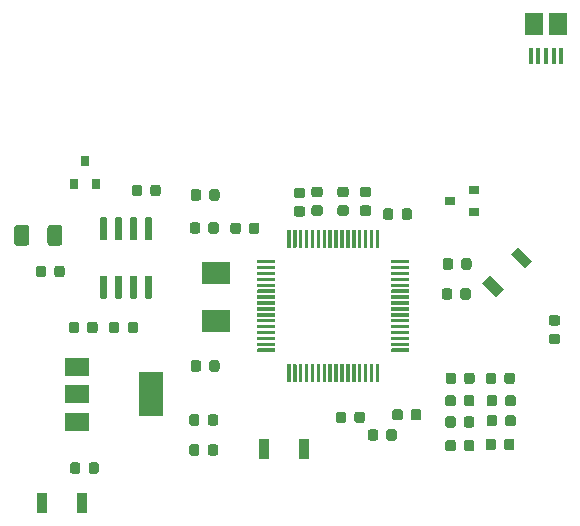
<source format=gbr>
G04 #@! TF.GenerationSoftware,KiCad,Pcbnew,(5.1.5)-3*
G04 #@! TF.CreationDate,2020-09-20T15:24:45+01:00*
G04 #@! TF.ProjectId,Alexa_kicad_PCB,416c6578-615f-46b6-9963-61645f504342,rev?*
G04 #@! TF.SameCoordinates,Original*
G04 #@! TF.FileFunction,Paste,Top*
G04 #@! TF.FilePolarity,Positive*
%FSLAX46Y46*%
G04 Gerber Fmt 4.6, Leading zero omitted, Abs format (unit mm)*
G04 Created by KiCad (PCBNEW (5.1.5)-3) date 2020-09-20 15:24:45*
%MOMM*%
%LPD*%
G04 APERTURE LIST*
%ADD10R,0.800000X0.900000*%
%ADD11R,1.500000X1.900000*%
%ADD12R,0.400000X1.350000*%
%ADD13C,0.100000*%
%ADD14R,2.000000X3.800000*%
%ADD15R,2.000000X1.500000*%
%ADD16R,2.400000X1.900000*%
%ADD17R,0.900000X0.800000*%
%ADD18R,0.900000X1.700000*%
G04 APERTURE END LIST*
D10*
X102494000Y-83693000D03*
X104394000Y-83693000D03*
X103444000Y-81693000D03*
D11*
X141494000Y-70104000D03*
D12*
X143144000Y-72804000D03*
X143794000Y-72804000D03*
X141194000Y-72804000D03*
X141844000Y-72804000D03*
X142494000Y-72804000D03*
D11*
X143494000Y-70104000D03*
D13*
G36*
X109003703Y-86466722D02*
G01*
X109018264Y-86468882D01*
X109032543Y-86472459D01*
X109046403Y-86477418D01*
X109059710Y-86483712D01*
X109072336Y-86491280D01*
X109084159Y-86500048D01*
X109095066Y-86509934D01*
X109104952Y-86520841D01*
X109113720Y-86532664D01*
X109121288Y-86545290D01*
X109127582Y-86558597D01*
X109132541Y-86572457D01*
X109136118Y-86586736D01*
X109138278Y-86601297D01*
X109139000Y-86616000D01*
X109139000Y-88266000D01*
X109138278Y-88280703D01*
X109136118Y-88295264D01*
X109132541Y-88309543D01*
X109127582Y-88323403D01*
X109121288Y-88336710D01*
X109113720Y-88349336D01*
X109104952Y-88361159D01*
X109095066Y-88372066D01*
X109084159Y-88381952D01*
X109072336Y-88390720D01*
X109059710Y-88398288D01*
X109046403Y-88404582D01*
X109032543Y-88409541D01*
X109018264Y-88413118D01*
X109003703Y-88415278D01*
X108989000Y-88416000D01*
X108689000Y-88416000D01*
X108674297Y-88415278D01*
X108659736Y-88413118D01*
X108645457Y-88409541D01*
X108631597Y-88404582D01*
X108618290Y-88398288D01*
X108605664Y-88390720D01*
X108593841Y-88381952D01*
X108582934Y-88372066D01*
X108573048Y-88361159D01*
X108564280Y-88349336D01*
X108556712Y-88336710D01*
X108550418Y-88323403D01*
X108545459Y-88309543D01*
X108541882Y-88295264D01*
X108539722Y-88280703D01*
X108539000Y-88266000D01*
X108539000Y-86616000D01*
X108539722Y-86601297D01*
X108541882Y-86586736D01*
X108545459Y-86572457D01*
X108550418Y-86558597D01*
X108556712Y-86545290D01*
X108564280Y-86532664D01*
X108573048Y-86520841D01*
X108582934Y-86509934D01*
X108593841Y-86500048D01*
X108605664Y-86491280D01*
X108618290Y-86483712D01*
X108631597Y-86477418D01*
X108645457Y-86472459D01*
X108659736Y-86468882D01*
X108674297Y-86466722D01*
X108689000Y-86466000D01*
X108989000Y-86466000D01*
X109003703Y-86466722D01*
G37*
G36*
X107733703Y-86466722D02*
G01*
X107748264Y-86468882D01*
X107762543Y-86472459D01*
X107776403Y-86477418D01*
X107789710Y-86483712D01*
X107802336Y-86491280D01*
X107814159Y-86500048D01*
X107825066Y-86509934D01*
X107834952Y-86520841D01*
X107843720Y-86532664D01*
X107851288Y-86545290D01*
X107857582Y-86558597D01*
X107862541Y-86572457D01*
X107866118Y-86586736D01*
X107868278Y-86601297D01*
X107869000Y-86616000D01*
X107869000Y-88266000D01*
X107868278Y-88280703D01*
X107866118Y-88295264D01*
X107862541Y-88309543D01*
X107857582Y-88323403D01*
X107851288Y-88336710D01*
X107843720Y-88349336D01*
X107834952Y-88361159D01*
X107825066Y-88372066D01*
X107814159Y-88381952D01*
X107802336Y-88390720D01*
X107789710Y-88398288D01*
X107776403Y-88404582D01*
X107762543Y-88409541D01*
X107748264Y-88413118D01*
X107733703Y-88415278D01*
X107719000Y-88416000D01*
X107419000Y-88416000D01*
X107404297Y-88415278D01*
X107389736Y-88413118D01*
X107375457Y-88409541D01*
X107361597Y-88404582D01*
X107348290Y-88398288D01*
X107335664Y-88390720D01*
X107323841Y-88381952D01*
X107312934Y-88372066D01*
X107303048Y-88361159D01*
X107294280Y-88349336D01*
X107286712Y-88336710D01*
X107280418Y-88323403D01*
X107275459Y-88309543D01*
X107271882Y-88295264D01*
X107269722Y-88280703D01*
X107269000Y-88266000D01*
X107269000Y-86616000D01*
X107269722Y-86601297D01*
X107271882Y-86586736D01*
X107275459Y-86572457D01*
X107280418Y-86558597D01*
X107286712Y-86545290D01*
X107294280Y-86532664D01*
X107303048Y-86520841D01*
X107312934Y-86509934D01*
X107323841Y-86500048D01*
X107335664Y-86491280D01*
X107348290Y-86483712D01*
X107361597Y-86477418D01*
X107375457Y-86472459D01*
X107389736Y-86468882D01*
X107404297Y-86466722D01*
X107419000Y-86466000D01*
X107719000Y-86466000D01*
X107733703Y-86466722D01*
G37*
G36*
X106463703Y-86466722D02*
G01*
X106478264Y-86468882D01*
X106492543Y-86472459D01*
X106506403Y-86477418D01*
X106519710Y-86483712D01*
X106532336Y-86491280D01*
X106544159Y-86500048D01*
X106555066Y-86509934D01*
X106564952Y-86520841D01*
X106573720Y-86532664D01*
X106581288Y-86545290D01*
X106587582Y-86558597D01*
X106592541Y-86572457D01*
X106596118Y-86586736D01*
X106598278Y-86601297D01*
X106599000Y-86616000D01*
X106599000Y-88266000D01*
X106598278Y-88280703D01*
X106596118Y-88295264D01*
X106592541Y-88309543D01*
X106587582Y-88323403D01*
X106581288Y-88336710D01*
X106573720Y-88349336D01*
X106564952Y-88361159D01*
X106555066Y-88372066D01*
X106544159Y-88381952D01*
X106532336Y-88390720D01*
X106519710Y-88398288D01*
X106506403Y-88404582D01*
X106492543Y-88409541D01*
X106478264Y-88413118D01*
X106463703Y-88415278D01*
X106449000Y-88416000D01*
X106149000Y-88416000D01*
X106134297Y-88415278D01*
X106119736Y-88413118D01*
X106105457Y-88409541D01*
X106091597Y-88404582D01*
X106078290Y-88398288D01*
X106065664Y-88390720D01*
X106053841Y-88381952D01*
X106042934Y-88372066D01*
X106033048Y-88361159D01*
X106024280Y-88349336D01*
X106016712Y-88336710D01*
X106010418Y-88323403D01*
X106005459Y-88309543D01*
X106001882Y-88295264D01*
X105999722Y-88280703D01*
X105999000Y-88266000D01*
X105999000Y-86616000D01*
X105999722Y-86601297D01*
X106001882Y-86586736D01*
X106005459Y-86572457D01*
X106010418Y-86558597D01*
X106016712Y-86545290D01*
X106024280Y-86532664D01*
X106033048Y-86520841D01*
X106042934Y-86509934D01*
X106053841Y-86500048D01*
X106065664Y-86491280D01*
X106078290Y-86483712D01*
X106091597Y-86477418D01*
X106105457Y-86472459D01*
X106119736Y-86468882D01*
X106134297Y-86466722D01*
X106149000Y-86466000D01*
X106449000Y-86466000D01*
X106463703Y-86466722D01*
G37*
G36*
X105193703Y-86466722D02*
G01*
X105208264Y-86468882D01*
X105222543Y-86472459D01*
X105236403Y-86477418D01*
X105249710Y-86483712D01*
X105262336Y-86491280D01*
X105274159Y-86500048D01*
X105285066Y-86509934D01*
X105294952Y-86520841D01*
X105303720Y-86532664D01*
X105311288Y-86545290D01*
X105317582Y-86558597D01*
X105322541Y-86572457D01*
X105326118Y-86586736D01*
X105328278Y-86601297D01*
X105329000Y-86616000D01*
X105329000Y-88266000D01*
X105328278Y-88280703D01*
X105326118Y-88295264D01*
X105322541Y-88309543D01*
X105317582Y-88323403D01*
X105311288Y-88336710D01*
X105303720Y-88349336D01*
X105294952Y-88361159D01*
X105285066Y-88372066D01*
X105274159Y-88381952D01*
X105262336Y-88390720D01*
X105249710Y-88398288D01*
X105236403Y-88404582D01*
X105222543Y-88409541D01*
X105208264Y-88413118D01*
X105193703Y-88415278D01*
X105179000Y-88416000D01*
X104879000Y-88416000D01*
X104864297Y-88415278D01*
X104849736Y-88413118D01*
X104835457Y-88409541D01*
X104821597Y-88404582D01*
X104808290Y-88398288D01*
X104795664Y-88390720D01*
X104783841Y-88381952D01*
X104772934Y-88372066D01*
X104763048Y-88361159D01*
X104754280Y-88349336D01*
X104746712Y-88336710D01*
X104740418Y-88323403D01*
X104735459Y-88309543D01*
X104731882Y-88295264D01*
X104729722Y-88280703D01*
X104729000Y-88266000D01*
X104729000Y-86616000D01*
X104729722Y-86601297D01*
X104731882Y-86586736D01*
X104735459Y-86572457D01*
X104740418Y-86558597D01*
X104746712Y-86545290D01*
X104754280Y-86532664D01*
X104763048Y-86520841D01*
X104772934Y-86509934D01*
X104783841Y-86500048D01*
X104795664Y-86491280D01*
X104808290Y-86483712D01*
X104821597Y-86477418D01*
X104835457Y-86472459D01*
X104849736Y-86468882D01*
X104864297Y-86466722D01*
X104879000Y-86466000D01*
X105179000Y-86466000D01*
X105193703Y-86466722D01*
G37*
G36*
X105193703Y-91416722D02*
G01*
X105208264Y-91418882D01*
X105222543Y-91422459D01*
X105236403Y-91427418D01*
X105249710Y-91433712D01*
X105262336Y-91441280D01*
X105274159Y-91450048D01*
X105285066Y-91459934D01*
X105294952Y-91470841D01*
X105303720Y-91482664D01*
X105311288Y-91495290D01*
X105317582Y-91508597D01*
X105322541Y-91522457D01*
X105326118Y-91536736D01*
X105328278Y-91551297D01*
X105329000Y-91566000D01*
X105329000Y-93216000D01*
X105328278Y-93230703D01*
X105326118Y-93245264D01*
X105322541Y-93259543D01*
X105317582Y-93273403D01*
X105311288Y-93286710D01*
X105303720Y-93299336D01*
X105294952Y-93311159D01*
X105285066Y-93322066D01*
X105274159Y-93331952D01*
X105262336Y-93340720D01*
X105249710Y-93348288D01*
X105236403Y-93354582D01*
X105222543Y-93359541D01*
X105208264Y-93363118D01*
X105193703Y-93365278D01*
X105179000Y-93366000D01*
X104879000Y-93366000D01*
X104864297Y-93365278D01*
X104849736Y-93363118D01*
X104835457Y-93359541D01*
X104821597Y-93354582D01*
X104808290Y-93348288D01*
X104795664Y-93340720D01*
X104783841Y-93331952D01*
X104772934Y-93322066D01*
X104763048Y-93311159D01*
X104754280Y-93299336D01*
X104746712Y-93286710D01*
X104740418Y-93273403D01*
X104735459Y-93259543D01*
X104731882Y-93245264D01*
X104729722Y-93230703D01*
X104729000Y-93216000D01*
X104729000Y-91566000D01*
X104729722Y-91551297D01*
X104731882Y-91536736D01*
X104735459Y-91522457D01*
X104740418Y-91508597D01*
X104746712Y-91495290D01*
X104754280Y-91482664D01*
X104763048Y-91470841D01*
X104772934Y-91459934D01*
X104783841Y-91450048D01*
X104795664Y-91441280D01*
X104808290Y-91433712D01*
X104821597Y-91427418D01*
X104835457Y-91422459D01*
X104849736Y-91418882D01*
X104864297Y-91416722D01*
X104879000Y-91416000D01*
X105179000Y-91416000D01*
X105193703Y-91416722D01*
G37*
G36*
X106463703Y-91416722D02*
G01*
X106478264Y-91418882D01*
X106492543Y-91422459D01*
X106506403Y-91427418D01*
X106519710Y-91433712D01*
X106532336Y-91441280D01*
X106544159Y-91450048D01*
X106555066Y-91459934D01*
X106564952Y-91470841D01*
X106573720Y-91482664D01*
X106581288Y-91495290D01*
X106587582Y-91508597D01*
X106592541Y-91522457D01*
X106596118Y-91536736D01*
X106598278Y-91551297D01*
X106599000Y-91566000D01*
X106599000Y-93216000D01*
X106598278Y-93230703D01*
X106596118Y-93245264D01*
X106592541Y-93259543D01*
X106587582Y-93273403D01*
X106581288Y-93286710D01*
X106573720Y-93299336D01*
X106564952Y-93311159D01*
X106555066Y-93322066D01*
X106544159Y-93331952D01*
X106532336Y-93340720D01*
X106519710Y-93348288D01*
X106506403Y-93354582D01*
X106492543Y-93359541D01*
X106478264Y-93363118D01*
X106463703Y-93365278D01*
X106449000Y-93366000D01*
X106149000Y-93366000D01*
X106134297Y-93365278D01*
X106119736Y-93363118D01*
X106105457Y-93359541D01*
X106091597Y-93354582D01*
X106078290Y-93348288D01*
X106065664Y-93340720D01*
X106053841Y-93331952D01*
X106042934Y-93322066D01*
X106033048Y-93311159D01*
X106024280Y-93299336D01*
X106016712Y-93286710D01*
X106010418Y-93273403D01*
X106005459Y-93259543D01*
X106001882Y-93245264D01*
X105999722Y-93230703D01*
X105999000Y-93216000D01*
X105999000Y-91566000D01*
X105999722Y-91551297D01*
X106001882Y-91536736D01*
X106005459Y-91522457D01*
X106010418Y-91508597D01*
X106016712Y-91495290D01*
X106024280Y-91482664D01*
X106033048Y-91470841D01*
X106042934Y-91459934D01*
X106053841Y-91450048D01*
X106065664Y-91441280D01*
X106078290Y-91433712D01*
X106091597Y-91427418D01*
X106105457Y-91422459D01*
X106119736Y-91418882D01*
X106134297Y-91416722D01*
X106149000Y-91416000D01*
X106449000Y-91416000D01*
X106463703Y-91416722D01*
G37*
G36*
X107733703Y-91416722D02*
G01*
X107748264Y-91418882D01*
X107762543Y-91422459D01*
X107776403Y-91427418D01*
X107789710Y-91433712D01*
X107802336Y-91441280D01*
X107814159Y-91450048D01*
X107825066Y-91459934D01*
X107834952Y-91470841D01*
X107843720Y-91482664D01*
X107851288Y-91495290D01*
X107857582Y-91508597D01*
X107862541Y-91522457D01*
X107866118Y-91536736D01*
X107868278Y-91551297D01*
X107869000Y-91566000D01*
X107869000Y-93216000D01*
X107868278Y-93230703D01*
X107866118Y-93245264D01*
X107862541Y-93259543D01*
X107857582Y-93273403D01*
X107851288Y-93286710D01*
X107843720Y-93299336D01*
X107834952Y-93311159D01*
X107825066Y-93322066D01*
X107814159Y-93331952D01*
X107802336Y-93340720D01*
X107789710Y-93348288D01*
X107776403Y-93354582D01*
X107762543Y-93359541D01*
X107748264Y-93363118D01*
X107733703Y-93365278D01*
X107719000Y-93366000D01*
X107419000Y-93366000D01*
X107404297Y-93365278D01*
X107389736Y-93363118D01*
X107375457Y-93359541D01*
X107361597Y-93354582D01*
X107348290Y-93348288D01*
X107335664Y-93340720D01*
X107323841Y-93331952D01*
X107312934Y-93322066D01*
X107303048Y-93311159D01*
X107294280Y-93299336D01*
X107286712Y-93286710D01*
X107280418Y-93273403D01*
X107275459Y-93259543D01*
X107271882Y-93245264D01*
X107269722Y-93230703D01*
X107269000Y-93216000D01*
X107269000Y-91566000D01*
X107269722Y-91551297D01*
X107271882Y-91536736D01*
X107275459Y-91522457D01*
X107280418Y-91508597D01*
X107286712Y-91495290D01*
X107294280Y-91482664D01*
X107303048Y-91470841D01*
X107312934Y-91459934D01*
X107323841Y-91450048D01*
X107335664Y-91441280D01*
X107348290Y-91433712D01*
X107361597Y-91427418D01*
X107375457Y-91422459D01*
X107389736Y-91418882D01*
X107404297Y-91416722D01*
X107419000Y-91416000D01*
X107719000Y-91416000D01*
X107733703Y-91416722D01*
G37*
G36*
X109003703Y-91416722D02*
G01*
X109018264Y-91418882D01*
X109032543Y-91422459D01*
X109046403Y-91427418D01*
X109059710Y-91433712D01*
X109072336Y-91441280D01*
X109084159Y-91450048D01*
X109095066Y-91459934D01*
X109104952Y-91470841D01*
X109113720Y-91482664D01*
X109121288Y-91495290D01*
X109127582Y-91508597D01*
X109132541Y-91522457D01*
X109136118Y-91536736D01*
X109138278Y-91551297D01*
X109139000Y-91566000D01*
X109139000Y-93216000D01*
X109138278Y-93230703D01*
X109136118Y-93245264D01*
X109132541Y-93259543D01*
X109127582Y-93273403D01*
X109121288Y-93286710D01*
X109113720Y-93299336D01*
X109104952Y-93311159D01*
X109095066Y-93322066D01*
X109084159Y-93331952D01*
X109072336Y-93340720D01*
X109059710Y-93348288D01*
X109046403Y-93354582D01*
X109032543Y-93359541D01*
X109018264Y-93363118D01*
X109003703Y-93365278D01*
X108989000Y-93366000D01*
X108689000Y-93366000D01*
X108674297Y-93365278D01*
X108659736Y-93363118D01*
X108645457Y-93359541D01*
X108631597Y-93354582D01*
X108618290Y-93348288D01*
X108605664Y-93340720D01*
X108593841Y-93331952D01*
X108582934Y-93322066D01*
X108573048Y-93311159D01*
X108564280Y-93299336D01*
X108556712Y-93286710D01*
X108550418Y-93273403D01*
X108545459Y-93259543D01*
X108541882Y-93245264D01*
X108539722Y-93230703D01*
X108539000Y-93216000D01*
X108539000Y-91566000D01*
X108539722Y-91551297D01*
X108541882Y-91536736D01*
X108545459Y-91522457D01*
X108550418Y-91508597D01*
X108556712Y-91495290D01*
X108564280Y-91482664D01*
X108573048Y-91470841D01*
X108582934Y-91459934D01*
X108593841Y-91450048D01*
X108605664Y-91441280D01*
X108618290Y-91433712D01*
X108631597Y-91427418D01*
X108645457Y-91422459D01*
X108659736Y-91418882D01*
X108674297Y-91416722D01*
X108689000Y-91416000D01*
X108989000Y-91416000D01*
X109003703Y-91416722D01*
G37*
D14*
X109068000Y-101473000D03*
D15*
X102768000Y-101473000D03*
X102768000Y-103773000D03*
X102768000Y-99173000D03*
D13*
G36*
X119492351Y-90080361D02*
G01*
X119499632Y-90081441D01*
X119506771Y-90083229D01*
X119513701Y-90085709D01*
X119520355Y-90088856D01*
X119526668Y-90092640D01*
X119532579Y-90097024D01*
X119538033Y-90101967D01*
X119542976Y-90107421D01*
X119547360Y-90113332D01*
X119551144Y-90119645D01*
X119554291Y-90126299D01*
X119556771Y-90133229D01*
X119558559Y-90140368D01*
X119559639Y-90147649D01*
X119560000Y-90155000D01*
X119560000Y-90305000D01*
X119559639Y-90312351D01*
X119558559Y-90319632D01*
X119556771Y-90326771D01*
X119554291Y-90333701D01*
X119551144Y-90340355D01*
X119547360Y-90346668D01*
X119542976Y-90352579D01*
X119538033Y-90358033D01*
X119532579Y-90362976D01*
X119526668Y-90367360D01*
X119520355Y-90371144D01*
X119513701Y-90374291D01*
X119506771Y-90376771D01*
X119499632Y-90378559D01*
X119492351Y-90379639D01*
X119485000Y-90380000D01*
X118085000Y-90380000D01*
X118077649Y-90379639D01*
X118070368Y-90378559D01*
X118063229Y-90376771D01*
X118056299Y-90374291D01*
X118049645Y-90371144D01*
X118043332Y-90367360D01*
X118037421Y-90362976D01*
X118031967Y-90358033D01*
X118027024Y-90352579D01*
X118022640Y-90346668D01*
X118018856Y-90340355D01*
X118015709Y-90333701D01*
X118013229Y-90326771D01*
X118011441Y-90319632D01*
X118010361Y-90312351D01*
X118010000Y-90305000D01*
X118010000Y-90155000D01*
X118010361Y-90147649D01*
X118011441Y-90140368D01*
X118013229Y-90133229D01*
X118015709Y-90126299D01*
X118018856Y-90119645D01*
X118022640Y-90113332D01*
X118027024Y-90107421D01*
X118031967Y-90101967D01*
X118037421Y-90097024D01*
X118043332Y-90092640D01*
X118049645Y-90088856D01*
X118056299Y-90085709D01*
X118063229Y-90083229D01*
X118070368Y-90081441D01*
X118077649Y-90080361D01*
X118085000Y-90080000D01*
X119485000Y-90080000D01*
X119492351Y-90080361D01*
G37*
G36*
X119492351Y-90580361D02*
G01*
X119499632Y-90581441D01*
X119506771Y-90583229D01*
X119513701Y-90585709D01*
X119520355Y-90588856D01*
X119526668Y-90592640D01*
X119532579Y-90597024D01*
X119538033Y-90601967D01*
X119542976Y-90607421D01*
X119547360Y-90613332D01*
X119551144Y-90619645D01*
X119554291Y-90626299D01*
X119556771Y-90633229D01*
X119558559Y-90640368D01*
X119559639Y-90647649D01*
X119560000Y-90655000D01*
X119560000Y-90805000D01*
X119559639Y-90812351D01*
X119558559Y-90819632D01*
X119556771Y-90826771D01*
X119554291Y-90833701D01*
X119551144Y-90840355D01*
X119547360Y-90846668D01*
X119542976Y-90852579D01*
X119538033Y-90858033D01*
X119532579Y-90862976D01*
X119526668Y-90867360D01*
X119520355Y-90871144D01*
X119513701Y-90874291D01*
X119506771Y-90876771D01*
X119499632Y-90878559D01*
X119492351Y-90879639D01*
X119485000Y-90880000D01*
X118085000Y-90880000D01*
X118077649Y-90879639D01*
X118070368Y-90878559D01*
X118063229Y-90876771D01*
X118056299Y-90874291D01*
X118049645Y-90871144D01*
X118043332Y-90867360D01*
X118037421Y-90862976D01*
X118031967Y-90858033D01*
X118027024Y-90852579D01*
X118022640Y-90846668D01*
X118018856Y-90840355D01*
X118015709Y-90833701D01*
X118013229Y-90826771D01*
X118011441Y-90819632D01*
X118010361Y-90812351D01*
X118010000Y-90805000D01*
X118010000Y-90655000D01*
X118010361Y-90647649D01*
X118011441Y-90640368D01*
X118013229Y-90633229D01*
X118015709Y-90626299D01*
X118018856Y-90619645D01*
X118022640Y-90613332D01*
X118027024Y-90607421D01*
X118031967Y-90601967D01*
X118037421Y-90597024D01*
X118043332Y-90592640D01*
X118049645Y-90588856D01*
X118056299Y-90585709D01*
X118063229Y-90583229D01*
X118070368Y-90581441D01*
X118077649Y-90580361D01*
X118085000Y-90580000D01*
X119485000Y-90580000D01*
X119492351Y-90580361D01*
G37*
G36*
X119492351Y-91080361D02*
G01*
X119499632Y-91081441D01*
X119506771Y-91083229D01*
X119513701Y-91085709D01*
X119520355Y-91088856D01*
X119526668Y-91092640D01*
X119532579Y-91097024D01*
X119538033Y-91101967D01*
X119542976Y-91107421D01*
X119547360Y-91113332D01*
X119551144Y-91119645D01*
X119554291Y-91126299D01*
X119556771Y-91133229D01*
X119558559Y-91140368D01*
X119559639Y-91147649D01*
X119560000Y-91155000D01*
X119560000Y-91305000D01*
X119559639Y-91312351D01*
X119558559Y-91319632D01*
X119556771Y-91326771D01*
X119554291Y-91333701D01*
X119551144Y-91340355D01*
X119547360Y-91346668D01*
X119542976Y-91352579D01*
X119538033Y-91358033D01*
X119532579Y-91362976D01*
X119526668Y-91367360D01*
X119520355Y-91371144D01*
X119513701Y-91374291D01*
X119506771Y-91376771D01*
X119499632Y-91378559D01*
X119492351Y-91379639D01*
X119485000Y-91380000D01*
X118085000Y-91380000D01*
X118077649Y-91379639D01*
X118070368Y-91378559D01*
X118063229Y-91376771D01*
X118056299Y-91374291D01*
X118049645Y-91371144D01*
X118043332Y-91367360D01*
X118037421Y-91362976D01*
X118031967Y-91358033D01*
X118027024Y-91352579D01*
X118022640Y-91346668D01*
X118018856Y-91340355D01*
X118015709Y-91333701D01*
X118013229Y-91326771D01*
X118011441Y-91319632D01*
X118010361Y-91312351D01*
X118010000Y-91305000D01*
X118010000Y-91155000D01*
X118010361Y-91147649D01*
X118011441Y-91140368D01*
X118013229Y-91133229D01*
X118015709Y-91126299D01*
X118018856Y-91119645D01*
X118022640Y-91113332D01*
X118027024Y-91107421D01*
X118031967Y-91101967D01*
X118037421Y-91097024D01*
X118043332Y-91092640D01*
X118049645Y-91088856D01*
X118056299Y-91085709D01*
X118063229Y-91083229D01*
X118070368Y-91081441D01*
X118077649Y-91080361D01*
X118085000Y-91080000D01*
X119485000Y-91080000D01*
X119492351Y-91080361D01*
G37*
G36*
X119492351Y-91580361D02*
G01*
X119499632Y-91581441D01*
X119506771Y-91583229D01*
X119513701Y-91585709D01*
X119520355Y-91588856D01*
X119526668Y-91592640D01*
X119532579Y-91597024D01*
X119538033Y-91601967D01*
X119542976Y-91607421D01*
X119547360Y-91613332D01*
X119551144Y-91619645D01*
X119554291Y-91626299D01*
X119556771Y-91633229D01*
X119558559Y-91640368D01*
X119559639Y-91647649D01*
X119560000Y-91655000D01*
X119560000Y-91805000D01*
X119559639Y-91812351D01*
X119558559Y-91819632D01*
X119556771Y-91826771D01*
X119554291Y-91833701D01*
X119551144Y-91840355D01*
X119547360Y-91846668D01*
X119542976Y-91852579D01*
X119538033Y-91858033D01*
X119532579Y-91862976D01*
X119526668Y-91867360D01*
X119520355Y-91871144D01*
X119513701Y-91874291D01*
X119506771Y-91876771D01*
X119499632Y-91878559D01*
X119492351Y-91879639D01*
X119485000Y-91880000D01*
X118085000Y-91880000D01*
X118077649Y-91879639D01*
X118070368Y-91878559D01*
X118063229Y-91876771D01*
X118056299Y-91874291D01*
X118049645Y-91871144D01*
X118043332Y-91867360D01*
X118037421Y-91862976D01*
X118031967Y-91858033D01*
X118027024Y-91852579D01*
X118022640Y-91846668D01*
X118018856Y-91840355D01*
X118015709Y-91833701D01*
X118013229Y-91826771D01*
X118011441Y-91819632D01*
X118010361Y-91812351D01*
X118010000Y-91805000D01*
X118010000Y-91655000D01*
X118010361Y-91647649D01*
X118011441Y-91640368D01*
X118013229Y-91633229D01*
X118015709Y-91626299D01*
X118018856Y-91619645D01*
X118022640Y-91613332D01*
X118027024Y-91607421D01*
X118031967Y-91601967D01*
X118037421Y-91597024D01*
X118043332Y-91592640D01*
X118049645Y-91588856D01*
X118056299Y-91585709D01*
X118063229Y-91583229D01*
X118070368Y-91581441D01*
X118077649Y-91580361D01*
X118085000Y-91580000D01*
X119485000Y-91580000D01*
X119492351Y-91580361D01*
G37*
G36*
X119492351Y-92080361D02*
G01*
X119499632Y-92081441D01*
X119506771Y-92083229D01*
X119513701Y-92085709D01*
X119520355Y-92088856D01*
X119526668Y-92092640D01*
X119532579Y-92097024D01*
X119538033Y-92101967D01*
X119542976Y-92107421D01*
X119547360Y-92113332D01*
X119551144Y-92119645D01*
X119554291Y-92126299D01*
X119556771Y-92133229D01*
X119558559Y-92140368D01*
X119559639Y-92147649D01*
X119560000Y-92155000D01*
X119560000Y-92305000D01*
X119559639Y-92312351D01*
X119558559Y-92319632D01*
X119556771Y-92326771D01*
X119554291Y-92333701D01*
X119551144Y-92340355D01*
X119547360Y-92346668D01*
X119542976Y-92352579D01*
X119538033Y-92358033D01*
X119532579Y-92362976D01*
X119526668Y-92367360D01*
X119520355Y-92371144D01*
X119513701Y-92374291D01*
X119506771Y-92376771D01*
X119499632Y-92378559D01*
X119492351Y-92379639D01*
X119485000Y-92380000D01*
X118085000Y-92380000D01*
X118077649Y-92379639D01*
X118070368Y-92378559D01*
X118063229Y-92376771D01*
X118056299Y-92374291D01*
X118049645Y-92371144D01*
X118043332Y-92367360D01*
X118037421Y-92362976D01*
X118031967Y-92358033D01*
X118027024Y-92352579D01*
X118022640Y-92346668D01*
X118018856Y-92340355D01*
X118015709Y-92333701D01*
X118013229Y-92326771D01*
X118011441Y-92319632D01*
X118010361Y-92312351D01*
X118010000Y-92305000D01*
X118010000Y-92155000D01*
X118010361Y-92147649D01*
X118011441Y-92140368D01*
X118013229Y-92133229D01*
X118015709Y-92126299D01*
X118018856Y-92119645D01*
X118022640Y-92113332D01*
X118027024Y-92107421D01*
X118031967Y-92101967D01*
X118037421Y-92097024D01*
X118043332Y-92092640D01*
X118049645Y-92088856D01*
X118056299Y-92085709D01*
X118063229Y-92083229D01*
X118070368Y-92081441D01*
X118077649Y-92080361D01*
X118085000Y-92080000D01*
X119485000Y-92080000D01*
X119492351Y-92080361D01*
G37*
G36*
X119492351Y-92580361D02*
G01*
X119499632Y-92581441D01*
X119506771Y-92583229D01*
X119513701Y-92585709D01*
X119520355Y-92588856D01*
X119526668Y-92592640D01*
X119532579Y-92597024D01*
X119538033Y-92601967D01*
X119542976Y-92607421D01*
X119547360Y-92613332D01*
X119551144Y-92619645D01*
X119554291Y-92626299D01*
X119556771Y-92633229D01*
X119558559Y-92640368D01*
X119559639Y-92647649D01*
X119560000Y-92655000D01*
X119560000Y-92805000D01*
X119559639Y-92812351D01*
X119558559Y-92819632D01*
X119556771Y-92826771D01*
X119554291Y-92833701D01*
X119551144Y-92840355D01*
X119547360Y-92846668D01*
X119542976Y-92852579D01*
X119538033Y-92858033D01*
X119532579Y-92862976D01*
X119526668Y-92867360D01*
X119520355Y-92871144D01*
X119513701Y-92874291D01*
X119506771Y-92876771D01*
X119499632Y-92878559D01*
X119492351Y-92879639D01*
X119485000Y-92880000D01*
X118085000Y-92880000D01*
X118077649Y-92879639D01*
X118070368Y-92878559D01*
X118063229Y-92876771D01*
X118056299Y-92874291D01*
X118049645Y-92871144D01*
X118043332Y-92867360D01*
X118037421Y-92862976D01*
X118031967Y-92858033D01*
X118027024Y-92852579D01*
X118022640Y-92846668D01*
X118018856Y-92840355D01*
X118015709Y-92833701D01*
X118013229Y-92826771D01*
X118011441Y-92819632D01*
X118010361Y-92812351D01*
X118010000Y-92805000D01*
X118010000Y-92655000D01*
X118010361Y-92647649D01*
X118011441Y-92640368D01*
X118013229Y-92633229D01*
X118015709Y-92626299D01*
X118018856Y-92619645D01*
X118022640Y-92613332D01*
X118027024Y-92607421D01*
X118031967Y-92601967D01*
X118037421Y-92597024D01*
X118043332Y-92592640D01*
X118049645Y-92588856D01*
X118056299Y-92585709D01*
X118063229Y-92583229D01*
X118070368Y-92581441D01*
X118077649Y-92580361D01*
X118085000Y-92580000D01*
X119485000Y-92580000D01*
X119492351Y-92580361D01*
G37*
G36*
X119492351Y-93080361D02*
G01*
X119499632Y-93081441D01*
X119506771Y-93083229D01*
X119513701Y-93085709D01*
X119520355Y-93088856D01*
X119526668Y-93092640D01*
X119532579Y-93097024D01*
X119538033Y-93101967D01*
X119542976Y-93107421D01*
X119547360Y-93113332D01*
X119551144Y-93119645D01*
X119554291Y-93126299D01*
X119556771Y-93133229D01*
X119558559Y-93140368D01*
X119559639Y-93147649D01*
X119560000Y-93155000D01*
X119560000Y-93305000D01*
X119559639Y-93312351D01*
X119558559Y-93319632D01*
X119556771Y-93326771D01*
X119554291Y-93333701D01*
X119551144Y-93340355D01*
X119547360Y-93346668D01*
X119542976Y-93352579D01*
X119538033Y-93358033D01*
X119532579Y-93362976D01*
X119526668Y-93367360D01*
X119520355Y-93371144D01*
X119513701Y-93374291D01*
X119506771Y-93376771D01*
X119499632Y-93378559D01*
X119492351Y-93379639D01*
X119485000Y-93380000D01*
X118085000Y-93380000D01*
X118077649Y-93379639D01*
X118070368Y-93378559D01*
X118063229Y-93376771D01*
X118056299Y-93374291D01*
X118049645Y-93371144D01*
X118043332Y-93367360D01*
X118037421Y-93362976D01*
X118031967Y-93358033D01*
X118027024Y-93352579D01*
X118022640Y-93346668D01*
X118018856Y-93340355D01*
X118015709Y-93333701D01*
X118013229Y-93326771D01*
X118011441Y-93319632D01*
X118010361Y-93312351D01*
X118010000Y-93305000D01*
X118010000Y-93155000D01*
X118010361Y-93147649D01*
X118011441Y-93140368D01*
X118013229Y-93133229D01*
X118015709Y-93126299D01*
X118018856Y-93119645D01*
X118022640Y-93113332D01*
X118027024Y-93107421D01*
X118031967Y-93101967D01*
X118037421Y-93097024D01*
X118043332Y-93092640D01*
X118049645Y-93088856D01*
X118056299Y-93085709D01*
X118063229Y-93083229D01*
X118070368Y-93081441D01*
X118077649Y-93080361D01*
X118085000Y-93080000D01*
X119485000Y-93080000D01*
X119492351Y-93080361D01*
G37*
G36*
X119492351Y-93580361D02*
G01*
X119499632Y-93581441D01*
X119506771Y-93583229D01*
X119513701Y-93585709D01*
X119520355Y-93588856D01*
X119526668Y-93592640D01*
X119532579Y-93597024D01*
X119538033Y-93601967D01*
X119542976Y-93607421D01*
X119547360Y-93613332D01*
X119551144Y-93619645D01*
X119554291Y-93626299D01*
X119556771Y-93633229D01*
X119558559Y-93640368D01*
X119559639Y-93647649D01*
X119560000Y-93655000D01*
X119560000Y-93805000D01*
X119559639Y-93812351D01*
X119558559Y-93819632D01*
X119556771Y-93826771D01*
X119554291Y-93833701D01*
X119551144Y-93840355D01*
X119547360Y-93846668D01*
X119542976Y-93852579D01*
X119538033Y-93858033D01*
X119532579Y-93862976D01*
X119526668Y-93867360D01*
X119520355Y-93871144D01*
X119513701Y-93874291D01*
X119506771Y-93876771D01*
X119499632Y-93878559D01*
X119492351Y-93879639D01*
X119485000Y-93880000D01*
X118085000Y-93880000D01*
X118077649Y-93879639D01*
X118070368Y-93878559D01*
X118063229Y-93876771D01*
X118056299Y-93874291D01*
X118049645Y-93871144D01*
X118043332Y-93867360D01*
X118037421Y-93862976D01*
X118031967Y-93858033D01*
X118027024Y-93852579D01*
X118022640Y-93846668D01*
X118018856Y-93840355D01*
X118015709Y-93833701D01*
X118013229Y-93826771D01*
X118011441Y-93819632D01*
X118010361Y-93812351D01*
X118010000Y-93805000D01*
X118010000Y-93655000D01*
X118010361Y-93647649D01*
X118011441Y-93640368D01*
X118013229Y-93633229D01*
X118015709Y-93626299D01*
X118018856Y-93619645D01*
X118022640Y-93613332D01*
X118027024Y-93607421D01*
X118031967Y-93601967D01*
X118037421Y-93597024D01*
X118043332Y-93592640D01*
X118049645Y-93588856D01*
X118056299Y-93585709D01*
X118063229Y-93583229D01*
X118070368Y-93581441D01*
X118077649Y-93580361D01*
X118085000Y-93580000D01*
X119485000Y-93580000D01*
X119492351Y-93580361D01*
G37*
G36*
X119492351Y-94080361D02*
G01*
X119499632Y-94081441D01*
X119506771Y-94083229D01*
X119513701Y-94085709D01*
X119520355Y-94088856D01*
X119526668Y-94092640D01*
X119532579Y-94097024D01*
X119538033Y-94101967D01*
X119542976Y-94107421D01*
X119547360Y-94113332D01*
X119551144Y-94119645D01*
X119554291Y-94126299D01*
X119556771Y-94133229D01*
X119558559Y-94140368D01*
X119559639Y-94147649D01*
X119560000Y-94155000D01*
X119560000Y-94305000D01*
X119559639Y-94312351D01*
X119558559Y-94319632D01*
X119556771Y-94326771D01*
X119554291Y-94333701D01*
X119551144Y-94340355D01*
X119547360Y-94346668D01*
X119542976Y-94352579D01*
X119538033Y-94358033D01*
X119532579Y-94362976D01*
X119526668Y-94367360D01*
X119520355Y-94371144D01*
X119513701Y-94374291D01*
X119506771Y-94376771D01*
X119499632Y-94378559D01*
X119492351Y-94379639D01*
X119485000Y-94380000D01*
X118085000Y-94380000D01*
X118077649Y-94379639D01*
X118070368Y-94378559D01*
X118063229Y-94376771D01*
X118056299Y-94374291D01*
X118049645Y-94371144D01*
X118043332Y-94367360D01*
X118037421Y-94362976D01*
X118031967Y-94358033D01*
X118027024Y-94352579D01*
X118022640Y-94346668D01*
X118018856Y-94340355D01*
X118015709Y-94333701D01*
X118013229Y-94326771D01*
X118011441Y-94319632D01*
X118010361Y-94312351D01*
X118010000Y-94305000D01*
X118010000Y-94155000D01*
X118010361Y-94147649D01*
X118011441Y-94140368D01*
X118013229Y-94133229D01*
X118015709Y-94126299D01*
X118018856Y-94119645D01*
X118022640Y-94113332D01*
X118027024Y-94107421D01*
X118031967Y-94101967D01*
X118037421Y-94097024D01*
X118043332Y-94092640D01*
X118049645Y-94088856D01*
X118056299Y-94085709D01*
X118063229Y-94083229D01*
X118070368Y-94081441D01*
X118077649Y-94080361D01*
X118085000Y-94080000D01*
X119485000Y-94080000D01*
X119492351Y-94080361D01*
G37*
G36*
X119492351Y-94580361D02*
G01*
X119499632Y-94581441D01*
X119506771Y-94583229D01*
X119513701Y-94585709D01*
X119520355Y-94588856D01*
X119526668Y-94592640D01*
X119532579Y-94597024D01*
X119538033Y-94601967D01*
X119542976Y-94607421D01*
X119547360Y-94613332D01*
X119551144Y-94619645D01*
X119554291Y-94626299D01*
X119556771Y-94633229D01*
X119558559Y-94640368D01*
X119559639Y-94647649D01*
X119560000Y-94655000D01*
X119560000Y-94805000D01*
X119559639Y-94812351D01*
X119558559Y-94819632D01*
X119556771Y-94826771D01*
X119554291Y-94833701D01*
X119551144Y-94840355D01*
X119547360Y-94846668D01*
X119542976Y-94852579D01*
X119538033Y-94858033D01*
X119532579Y-94862976D01*
X119526668Y-94867360D01*
X119520355Y-94871144D01*
X119513701Y-94874291D01*
X119506771Y-94876771D01*
X119499632Y-94878559D01*
X119492351Y-94879639D01*
X119485000Y-94880000D01*
X118085000Y-94880000D01*
X118077649Y-94879639D01*
X118070368Y-94878559D01*
X118063229Y-94876771D01*
X118056299Y-94874291D01*
X118049645Y-94871144D01*
X118043332Y-94867360D01*
X118037421Y-94862976D01*
X118031967Y-94858033D01*
X118027024Y-94852579D01*
X118022640Y-94846668D01*
X118018856Y-94840355D01*
X118015709Y-94833701D01*
X118013229Y-94826771D01*
X118011441Y-94819632D01*
X118010361Y-94812351D01*
X118010000Y-94805000D01*
X118010000Y-94655000D01*
X118010361Y-94647649D01*
X118011441Y-94640368D01*
X118013229Y-94633229D01*
X118015709Y-94626299D01*
X118018856Y-94619645D01*
X118022640Y-94613332D01*
X118027024Y-94607421D01*
X118031967Y-94601967D01*
X118037421Y-94597024D01*
X118043332Y-94592640D01*
X118049645Y-94588856D01*
X118056299Y-94585709D01*
X118063229Y-94583229D01*
X118070368Y-94581441D01*
X118077649Y-94580361D01*
X118085000Y-94580000D01*
X119485000Y-94580000D01*
X119492351Y-94580361D01*
G37*
G36*
X119492351Y-95080361D02*
G01*
X119499632Y-95081441D01*
X119506771Y-95083229D01*
X119513701Y-95085709D01*
X119520355Y-95088856D01*
X119526668Y-95092640D01*
X119532579Y-95097024D01*
X119538033Y-95101967D01*
X119542976Y-95107421D01*
X119547360Y-95113332D01*
X119551144Y-95119645D01*
X119554291Y-95126299D01*
X119556771Y-95133229D01*
X119558559Y-95140368D01*
X119559639Y-95147649D01*
X119560000Y-95155000D01*
X119560000Y-95305000D01*
X119559639Y-95312351D01*
X119558559Y-95319632D01*
X119556771Y-95326771D01*
X119554291Y-95333701D01*
X119551144Y-95340355D01*
X119547360Y-95346668D01*
X119542976Y-95352579D01*
X119538033Y-95358033D01*
X119532579Y-95362976D01*
X119526668Y-95367360D01*
X119520355Y-95371144D01*
X119513701Y-95374291D01*
X119506771Y-95376771D01*
X119499632Y-95378559D01*
X119492351Y-95379639D01*
X119485000Y-95380000D01*
X118085000Y-95380000D01*
X118077649Y-95379639D01*
X118070368Y-95378559D01*
X118063229Y-95376771D01*
X118056299Y-95374291D01*
X118049645Y-95371144D01*
X118043332Y-95367360D01*
X118037421Y-95362976D01*
X118031967Y-95358033D01*
X118027024Y-95352579D01*
X118022640Y-95346668D01*
X118018856Y-95340355D01*
X118015709Y-95333701D01*
X118013229Y-95326771D01*
X118011441Y-95319632D01*
X118010361Y-95312351D01*
X118010000Y-95305000D01*
X118010000Y-95155000D01*
X118010361Y-95147649D01*
X118011441Y-95140368D01*
X118013229Y-95133229D01*
X118015709Y-95126299D01*
X118018856Y-95119645D01*
X118022640Y-95113332D01*
X118027024Y-95107421D01*
X118031967Y-95101967D01*
X118037421Y-95097024D01*
X118043332Y-95092640D01*
X118049645Y-95088856D01*
X118056299Y-95085709D01*
X118063229Y-95083229D01*
X118070368Y-95081441D01*
X118077649Y-95080361D01*
X118085000Y-95080000D01*
X119485000Y-95080000D01*
X119492351Y-95080361D01*
G37*
G36*
X119492351Y-95580361D02*
G01*
X119499632Y-95581441D01*
X119506771Y-95583229D01*
X119513701Y-95585709D01*
X119520355Y-95588856D01*
X119526668Y-95592640D01*
X119532579Y-95597024D01*
X119538033Y-95601967D01*
X119542976Y-95607421D01*
X119547360Y-95613332D01*
X119551144Y-95619645D01*
X119554291Y-95626299D01*
X119556771Y-95633229D01*
X119558559Y-95640368D01*
X119559639Y-95647649D01*
X119560000Y-95655000D01*
X119560000Y-95805000D01*
X119559639Y-95812351D01*
X119558559Y-95819632D01*
X119556771Y-95826771D01*
X119554291Y-95833701D01*
X119551144Y-95840355D01*
X119547360Y-95846668D01*
X119542976Y-95852579D01*
X119538033Y-95858033D01*
X119532579Y-95862976D01*
X119526668Y-95867360D01*
X119520355Y-95871144D01*
X119513701Y-95874291D01*
X119506771Y-95876771D01*
X119499632Y-95878559D01*
X119492351Y-95879639D01*
X119485000Y-95880000D01*
X118085000Y-95880000D01*
X118077649Y-95879639D01*
X118070368Y-95878559D01*
X118063229Y-95876771D01*
X118056299Y-95874291D01*
X118049645Y-95871144D01*
X118043332Y-95867360D01*
X118037421Y-95862976D01*
X118031967Y-95858033D01*
X118027024Y-95852579D01*
X118022640Y-95846668D01*
X118018856Y-95840355D01*
X118015709Y-95833701D01*
X118013229Y-95826771D01*
X118011441Y-95819632D01*
X118010361Y-95812351D01*
X118010000Y-95805000D01*
X118010000Y-95655000D01*
X118010361Y-95647649D01*
X118011441Y-95640368D01*
X118013229Y-95633229D01*
X118015709Y-95626299D01*
X118018856Y-95619645D01*
X118022640Y-95613332D01*
X118027024Y-95607421D01*
X118031967Y-95601967D01*
X118037421Y-95597024D01*
X118043332Y-95592640D01*
X118049645Y-95588856D01*
X118056299Y-95585709D01*
X118063229Y-95583229D01*
X118070368Y-95581441D01*
X118077649Y-95580361D01*
X118085000Y-95580000D01*
X119485000Y-95580000D01*
X119492351Y-95580361D01*
G37*
G36*
X119492351Y-96080361D02*
G01*
X119499632Y-96081441D01*
X119506771Y-96083229D01*
X119513701Y-96085709D01*
X119520355Y-96088856D01*
X119526668Y-96092640D01*
X119532579Y-96097024D01*
X119538033Y-96101967D01*
X119542976Y-96107421D01*
X119547360Y-96113332D01*
X119551144Y-96119645D01*
X119554291Y-96126299D01*
X119556771Y-96133229D01*
X119558559Y-96140368D01*
X119559639Y-96147649D01*
X119560000Y-96155000D01*
X119560000Y-96305000D01*
X119559639Y-96312351D01*
X119558559Y-96319632D01*
X119556771Y-96326771D01*
X119554291Y-96333701D01*
X119551144Y-96340355D01*
X119547360Y-96346668D01*
X119542976Y-96352579D01*
X119538033Y-96358033D01*
X119532579Y-96362976D01*
X119526668Y-96367360D01*
X119520355Y-96371144D01*
X119513701Y-96374291D01*
X119506771Y-96376771D01*
X119499632Y-96378559D01*
X119492351Y-96379639D01*
X119485000Y-96380000D01*
X118085000Y-96380000D01*
X118077649Y-96379639D01*
X118070368Y-96378559D01*
X118063229Y-96376771D01*
X118056299Y-96374291D01*
X118049645Y-96371144D01*
X118043332Y-96367360D01*
X118037421Y-96362976D01*
X118031967Y-96358033D01*
X118027024Y-96352579D01*
X118022640Y-96346668D01*
X118018856Y-96340355D01*
X118015709Y-96333701D01*
X118013229Y-96326771D01*
X118011441Y-96319632D01*
X118010361Y-96312351D01*
X118010000Y-96305000D01*
X118010000Y-96155000D01*
X118010361Y-96147649D01*
X118011441Y-96140368D01*
X118013229Y-96133229D01*
X118015709Y-96126299D01*
X118018856Y-96119645D01*
X118022640Y-96113332D01*
X118027024Y-96107421D01*
X118031967Y-96101967D01*
X118037421Y-96097024D01*
X118043332Y-96092640D01*
X118049645Y-96088856D01*
X118056299Y-96085709D01*
X118063229Y-96083229D01*
X118070368Y-96081441D01*
X118077649Y-96080361D01*
X118085000Y-96080000D01*
X119485000Y-96080000D01*
X119492351Y-96080361D01*
G37*
G36*
X119492351Y-96580361D02*
G01*
X119499632Y-96581441D01*
X119506771Y-96583229D01*
X119513701Y-96585709D01*
X119520355Y-96588856D01*
X119526668Y-96592640D01*
X119532579Y-96597024D01*
X119538033Y-96601967D01*
X119542976Y-96607421D01*
X119547360Y-96613332D01*
X119551144Y-96619645D01*
X119554291Y-96626299D01*
X119556771Y-96633229D01*
X119558559Y-96640368D01*
X119559639Y-96647649D01*
X119560000Y-96655000D01*
X119560000Y-96805000D01*
X119559639Y-96812351D01*
X119558559Y-96819632D01*
X119556771Y-96826771D01*
X119554291Y-96833701D01*
X119551144Y-96840355D01*
X119547360Y-96846668D01*
X119542976Y-96852579D01*
X119538033Y-96858033D01*
X119532579Y-96862976D01*
X119526668Y-96867360D01*
X119520355Y-96871144D01*
X119513701Y-96874291D01*
X119506771Y-96876771D01*
X119499632Y-96878559D01*
X119492351Y-96879639D01*
X119485000Y-96880000D01*
X118085000Y-96880000D01*
X118077649Y-96879639D01*
X118070368Y-96878559D01*
X118063229Y-96876771D01*
X118056299Y-96874291D01*
X118049645Y-96871144D01*
X118043332Y-96867360D01*
X118037421Y-96862976D01*
X118031967Y-96858033D01*
X118027024Y-96852579D01*
X118022640Y-96846668D01*
X118018856Y-96840355D01*
X118015709Y-96833701D01*
X118013229Y-96826771D01*
X118011441Y-96819632D01*
X118010361Y-96812351D01*
X118010000Y-96805000D01*
X118010000Y-96655000D01*
X118010361Y-96647649D01*
X118011441Y-96640368D01*
X118013229Y-96633229D01*
X118015709Y-96626299D01*
X118018856Y-96619645D01*
X118022640Y-96613332D01*
X118027024Y-96607421D01*
X118031967Y-96601967D01*
X118037421Y-96597024D01*
X118043332Y-96592640D01*
X118049645Y-96588856D01*
X118056299Y-96585709D01*
X118063229Y-96583229D01*
X118070368Y-96581441D01*
X118077649Y-96580361D01*
X118085000Y-96580000D01*
X119485000Y-96580000D01*
X119492351Y-96580361D01*
G37*
G36*
X119492351Y-97080361D02*
G01*
X119499632Y-97081441D01*
X119506771Y-97083229D01*
X119513701Y-97085709D01*
X119520355Y-97088856D01*
X119526668Y-97092640D01*
X119532579Y-97097024D01*
X119538033Y-97101967D01*
X119542976Y-97107421D01*
X119547360Y-97113332D01*
X119551144Y-97119645D01*
X119554291Y-97126299D01*
X119556771Y-97133229D01*
X119558559Y-97140368D01*
X119559639Y-97147649D01*
X119560000Y-97155000D01*
X119560000Y-97305000D01*
X119559639Y-97312351D01*
X119558559Y-97319632D01*
X119556771Y-97326771D01*
X119554291Y-97333701D01*
X119551144Y-97340355D01*
X119547360Y-97346668D01*
X119542976Y-97352579D01*
X119538033Y-97358033D01*
X119532579Y-97362976D01*
X119526668Y-97367360D01*
X119520355Y-97371144D01*
X119513701Y-97374291D01*
X119506771Y-97376771D01*
X119499632Y-97378559D01*
X119492351Y-97379639D01*
X119485000Y-97380000D01*
X118085000Y-97380000D01*
X118077649Y-97379639D01*
X118070368Y-97378559D01*
X118063229Y-97376771D01*
X118056299Y-97374291D01*
X118049645Y-97371144D01*
X118043332Y-97367360D01*
X118037421Y-97362976D01*
X118031967Y-97358033D01*
X118027024Y-97352579D01*
X118022640Y-97346668D01*
X118018856Y-97340355D01*
X118015709Y-97333701D01*
X118013229Y-97326771D01*
X118011441Y-97319632D01*
X118010361Y-97312351D01*
X118010000Y-97305000D01*
X118010000Y-97155000D01*
X118010361Y-97147649D01*
X118011441Y-97140368D01*
X118013229Y-97133229D01*
X118015709Y-97126299D01*
X118018856Y-97119645D01*
X118022640Y-97113332D01*
X118027024Y-97107421D01*
X118031967Y-97101967D01*
X118037421Y-97097024D01*
X118043332Y-97092640D01*
X118049645Y-97088856D01*
X118056299Y-97085709D01*
X118063229Y-97083229D01*
X118070368Y-97081441D01*
X118077649Y-97080361D01*
X118085000Y-97080000D01*
X119485000Y-97080000D01*
X119492351Y-97080361D01*
G37*
G36*
X119492351Y-97580361D02*
G01*
X119499632Y-97581441D01*
X119506771Y-97583229D01*
X119513701Y-97585709D01*
X119520355Y-97588856D01*
X119526668Y-97592640D01*
X119532579Y-97597024D01*
X119538033Y-97601967D01*
X119542976Y-97607421D01*
X119547360Y-97613332D01*
X119551144Y-97619645D01*
X119554291Y-97626299D01*
X119556771Y-97633229D01*
X119558559Y-97640368D01*
X119559639Y-97647649D01*
X119560000Y-97655000D01*
X119560000Y-97805000D01*
X119559639Y-97812351D01*
X119558559Y-97819632D01*
X119556771Y-97826771D01*
X119554291Y-97833701D01*
X119551144Y-97840355D01*
X119547360Y-97846668D01*
X119542976Y-97852579D01*
X119538033Y-97858033D01*
X119532579Y-97862976D01*
X119526668Y-97867360D01*
X119520355Y-97871144D01*
X119513701Y-97874291D01*
X119506771Y-97876771D01*
X119499632Y-97878559D01*
X119492351Y-97879639D01*
X119485000Y-97880000D01*
X118085000Y-97880000D01*
X118077649Y-97879639D01*
X118070368Y-97878559D01*
X118063229Y-97876771D01*
X118056299Y-97874291D01*
X118049645Y-97871144D01*
X118043332Y-97867360D01*
X118037421Y-97862976D01*
X118031967Y-97858033D01*
X118027024Y-97852579D01*
X118022640Y-97846668D01*
X118018856Y-97840355D01*
X118015709Y-97833701D01*
X118013229Y-97826771D01*
X118011441Y-97819632D01*
X118010361Y-97812351D01*
X118010000Y-97805000D01*
X118010000Y-97655000D01*
X118010361Y-97647649D01*
X118011441Y-97640368D01*
X118013229Y-97633229D01*
X118015709Y-97626299D01*
X118018856Y-97619645D01*
X118022640Y-97613332D01*
X118027024Y-97607421D01*
X118031967Y-97601967D01*
X118037421Y-97597024D01*
X118043332Y-97592640D01*
X118049645Y-97588856D01*
X118056299Y-97585709D01*
X118063229Y-97583229D01*
X118070368Y-97581441D01*
X118077649Y-97580361D01*
X118085000Y-97580000D01*
X119485000Y-97580000D01*
X119492351Y-97580361D01*
G37*
G36*
X120792351Y-98880361D02*
G01*
X120799632Y-98881441D01*
X120806771Y-98883229D01*
X120813701Y-98885709D01*
X120820355Y-98888856D01*
X120826668Y-98892640D01*
X120832579Y-98897024D01*
X120838033Y-98901967D01*
X120842976Y-98907421D01*
X120847360Y-98913332D01*
X120851144Y-98919645D01*
X120854291Y-98926299D01*
X120856771Y-98933229D01*
X120858559Y-98940368D01*
X120859639Y-98947649D01*
X120860000Y-98955000D01*
X120860000Y-100355000D01*
X120859639Y-100362351D01*
X120858559Y-100369632D01*
X120856771Y-100376771D01*
X120854291Y-100383701D01*
X120851144Y-100390355D01*
X120847360Y-100396668D01*
X120842976Y-100402579D01*
X120838033Y-100408033D01*
X120832579Y-100412976D01*
X120826668Y-100417360D01*
X120820355Y-100421144D01*
X120813701Y-100424291D01*
X120806771Y-100426771D01*
X120799632Y-100428559D01*
X120792351Y-100429639D01*
X120785000Y-100430000D01*
X120635000Y-100430000D01*
X120627649Y-100429639D01*
X120620368Y-100428559D01*
X120613229Y-100426771D01*
X120606299Y-100424291D01*
X120599645Y-100421144D01*
X120593332Y-100417360D01*
X120587421Y-100412976D01*
X120581967Y-100408033D01*
X120577024Y-100402579D01*
X120572640Y-100396668D01*
X120568856Y-100390355D01*
X120565709Y-100383701D01*
X120563229Y-100376771D01*
X120561441Y-100369632D01*
X120560361Y-100362351D01*
X120560000Y-100355000D01*
X120560000Y-98955000D01*
X120560361Y-98947649D01*
X120561441Y-98940368D01*
X120563229Y-98933229D01*
X120565709Y-98926299D01*
X120568856Y-98919645D01*
X120572640Y-98913332D01*
X120577024Y-98907421D01*
X120581967Y-98901967D01*
X120587421Y-98897024D01*
X120593332Y-98892640D01*
X120599645Y-98888856D01*
X120606299Y-98885709D01*
X120613229Y-98883229D01*
X120620368Y-98881441D01*
X120627649Y-98880361D01*
X120635000Y-98880000D01*
X120785000Y-98880000D01*
X120792351Y-98880361D01*
G37*
G36*
X121292351Y-98880361D02*
G01*
X121299632Y-98881441D01*
X121306771Y-98883229D01*
X121313701Y-98885709D01*
X121320355Y-98888856D01*
X121326668Y-98892640D01*
X121332579Y-98897024D01*
X121338033Y-98901967D01*
X121342976Y-98907421D01*
X121347360Y-98913332D01*
X121351144Y-98919645D01*
X121354291Y-98926299D01*
X121356771Y-98933229D01*
X121358559Y-98940368D01*
X121359639Y-98947649D01*
X121360000Y-98955000D01*
X121360000Y-100355000D01*
X121359639Y-100362351D01*
X121358559Y-100369632D01*
X121356771Y-100376771D01*
X121354291Y-100383701D01*
X121351144Y-100390355D01*
X121347360Y-100396668D01*
X121342976Y-100402579D01*
X121338033Y-100408033D01*
X121332579Y-100412976D01*
X121326668Y-100417360D01*
X121320355Y-100421144D01*
X121313701Y-100424291D01*
X121306771Y-100426771D01*
X121299632Y-100428559D01*
X121292351Y-100429639D01*
X121285000Y-100430000D01*
X121135000Y-100430000D01*
X121127649Y-100429639D01*
X121120368Y-100428559D01*
X121113229Y-100426771D01*
X121106299Y-100424291D01*
X121099645Y-100421144D01*
X121093332Y-100417360D01*
X121087421Y-100412976D01*
X121081967Y-100408033D01*
X121077024Y-100402579D01*
X121072640Y-100396668D01*
X121068856Y-100390355D01*
X121065709Y-100383701D01*
X121063229Y-100376771D01*
X121061441Y-100369632D01*
X121060361Y-100362351D01*
X121060000Y-100355000D01*
X121060000Y-98955000D01*
X121060361Y-98947649D01*
X121061441Y-98940368D01*
X121063229Y-98933229D01*
X121065709Y-98926299D01*
X121068856Y-98919645D01*
X121072640Y-98913332D01*
X121077024Y-98907421D01*
X121081967Y-98901967D01*
X121087421Y-98897024D01*
X121093332Y-98892640D01*
X121099645Y-98888856D01*
X121106299Y-98885709D01*
X121113229Y-98883229D01*
X121120368Y-98881441D01*
X121127649Y-98880361D01*
X121135000Y-98880000D01*
X121285000Y-98880000D01*
X121292351Y-98880361D01*
G37*
G36*
X121792351Y-98880361D02*
G01*
X121799632Y-98881441D01*
X121806771Y-98883229D01*
X121813701Y-98885709D01*
X121820355Y-98888856D01*
X121826668Y-98892640D01*
X121832579Y-98897024D01*
X121838033Y-98901967D01*
X121842976Y-98907421D01*
X121847360Y-98913332D01*
X121851144Y-98919645D01*
X121854291Y-98926299D01*
X121856771Y-98933229D01*
X121858559Y-98940368D01*
X121859639Y-98947649D01*
X121860000Y-98955000D01*
X121860000Y-100355000D01*
X121859639Y-100362351D01*
X121858559Y-100369632D01*
X121856771Y-100376771D01*
X121854291Y-100383701D01*
X121851144Y-100390355D01*
X121847360Y-100396668D01*
X121842976Y-100402579D01*
X121838033Y-100408033D01*
X121832579Y-100412976D01*
X121826668Y-100417360D01*
X121820355Y-100421144D01*
X121813701Y-100424291D01*
X121806771Y-100426771D01*
X121799632Y-100428559D01*
X121792351Y-100429639D01*
X121785000Y-100430000D01*
X121635000Y-100430000D01*
X121627649Y-100429639D01*
X121620368Y-100428559D01*
X121613229Y-100426771D01*
X121606299Y-100424291D01*
X121599645Y-100421144D01*
X121593332Y-100417360D01*
X121587421Y-100412976D01*
X121581967Y-100408033D01*
X121577024Y-100402579D01*
X121572640Y-100396668D01*
X121568856Y-100390355D01*
X121565709Y-100383701D01*
X121563229Y-100376771D01*
X121561441Y-100369632D01*
X121560361Y-100362351D01*
X121560000Y-100355000D01*
X121560000Y-98955000D01*
X121560361Y-98947649D01*
X121561441Y-98940368D01*
X121563229Y-98933229D01*
X121565709Y-98926299D01*
X121568856Y-98919645D01*
X121572640Y-98913332D01*
X121577024Y-98907421D01*
X121581967Y-98901967D01*
X121587421Y-98897024D01*
X121593332Y-98892640D01*
X121599645Y-98888856D01*
X121606299Y-98885709D01*
X121613229Y-98883229D01*
X121620368Y-98881441D01*
X121627649Y-98880361D01*
X121635000Y-98880000D01*
X121785000Y-98880000D01*
X121792351Y-98880361D01*
G37*
G36*
X122292351Y-98880361D02*
G01*
X122299632Y-98881441D01*
X122306771Y-98883229D01*
X122313701Y-98885709D01*
X122320355Y-98888856D01*
X122326668Y-98892640D01*
X122332579Y-98897024D01*
X122338033Y-98901967D01*
X122342976Y-98907421D01*
X122347360Y-98913332D01*
X122351144Y-98919645D01*
X122354291Y-98926299D01*
X122356771Y-98933229D01*
X122358559Y-98940368D01*
X122359639Y-98947649D01*
X122360000Y-98955000D01*
X122360000Y-100355000D01*
X122359639Y-100362351D01*
X122358559Y-100369632D01*
X122356771Y-100376771D01*
X122354291Y-100383701D01*
X122351144Y-100390355D01*
X122347360Y-100396668D01*
X122342976Y-100402579D01*
X122338033Y-100408033D01*
X122332579Y-100412976D01*
X122326668Y-100417360D01*
X122320355Y-100421144D01*
X122313701Y-100424291D01*
X122306771Y-100426771D01*
X122299632Y-100428559D01*
X122292351Y-100429639D01*
X122285000Y-100430000D01*
X122135000Y-100430000D01*
X122127649Y-100429639D01*
X122120368Y-100428559D01*
X122113229Y-100426771D01*
X122106299Y-100424291D01*
X122099645Y-100421144D01*
X122093332Y-100417360D01*
X122087421Y-100412976D01*
X122081967Y-100408033D01*
X122077024Y-100402579D01*
X122072640Y-100396668D01*
X122068856Y-100390355D01*
X122065709Y-100383701D01*
X122063229Y-100376771D01*
X122061441Y-100369632D01*
X122060361Y-100362351D01*
X122060000Y-100355000D01*
X122060000Y-98955000D01*
X122060361Y-98947649D01*
X122061441Y-98940368D01*
X122063229Y-98933229D01*
X122065709Y-98926299D01*
X122068856Y-98919645D01*
X122072640Y-98913332D01*
X122077024Y-98907421D01*
X122081967Y-98901967D01*
X122087421Y-98897024D01*
X122093332Y-98892640D01*
X122099645Y-98888856D01*
X122106299Y-98885709D01*
X122113229Y-98883229D01*
X122120368Y-98881441D01*
X122127649Y-98880361D01*
X122135000Y-98880000D01*
X122285000Y-98880000D01*
X122292351Y-98880361D01*
G37*
G36*
X122792351Y-98880361D02*
G01*
X122799632Y-98881441D01*
X122806771Y-98883229D01*
X122813701Y-98885709D01*
X122820355Y-98888856D01*
X122826668Y-98892640D01*
X122832579Y-98897024D01*
X122838033Y-98901967D01*
X122842976Y-98907421D01*
X122847360Y-98913332D01*
X122851144Y-98919645D01*
X122854291Y-98926299D01*
X122856771Y-98933229D01*
X122858559Y-98940368D01*
X122859639Y-98947649D01*
X122860000Y-98955000D01*
X122860000Y-100355000D01*
X122859639Y-100362351D01*
X122858559Y-100369632D01*
X122856771Y-100376771D01*
X122854291Y-100383701D01*
X122851144Y-100390355D01*
X122847360Y-100396668D01*
X122842976Y-100402579D01*
X122838033Y-100408033D01*
X122832579Y-100412976D01*
X122826668Y-100417360D01*
X122820355Y-100421144D01*
X122813701Y-100424291D01*
X122806771Y-100426771D01*
X122799632Y-100428559D01*
X122792351Y-100429639D01*
X122785000Y-100430000D01*
X122635000Y-100430000D01*
X122627649Y-100429639D01*
X122620368Y-100428559D01*
X122613229Y-100426771D01*
X122606299Y-100424291D01*
X122599645Y-100421144D01*
X122593332Y-100417360D01*
X122587421Y-100412976D01*
X122581967Y-100408033D01*
X122577024Y-100402579D01*
X122572640Y-100396668D01*
X122568856Y-100390355D01*
X122565709Y-100383701D01*
X122563229Y-100376771D01*
X122561441Y-100369632D01*
X122560361Y-100362351D01*
X122560000Y-100355000D01*
X122560000Y-98955000D01*
X122560361Y-98947649D01*
X122561441Y-98940368D01*
X122563229Y-98933229D01*
X122565709Y-98926299D01*
X122568856Y-98919645D01*
X122572640Y-98913332D01*
X122577024Y-98907421D01*
X122581967Y-98901967D01*
X122587421Y-98897024D01*
X122593332Y-98892640D01*
X122599645Y-98888856D01*
X122606299Y-98885709D01*
X122613229Y-98883229D01*
X122620368Y-98881441D01*
X122627649Y-98880361D01*
X122635000Y-98880000D01*
X122785000Y-98880000D01*
X122792351Y-98880361D01*
G37*
G36*
X123292351Y-98880361D02*
G01*
X123299632Y-98881441D01*
X123306771Y-98883229D01*
X123313701Y-98885709D01*
X123320355Y-98888856D01*
X123326668Y-98892640D01*
X123332579Y-98897024D01*
X123338033Y-98901967D01*
X123342976Y-98907421D01*
X123347360Y-98913332D01*
X123351144Y-98919645D01*
X123354291Y-98926299D01*
X123356771Y-98933229D01*
X123358559Y-98940368D01*
X123359639Y-98947649D01*
X123360000Y-98955000D01*
X123360000Y-100355000D01*
X123359639Y-100362351D01*
X123358559Y-100369632D01*
X123356771Y-100376771D01*
X123354291Y-100383701D01*
X123351144Y-100390355D01*
X123347360Y-100396668D01*
X123342976Y-100402579D01*
X123338033Y-100408033D01*
X123332579Y-100412976D01*
X123326668Y-100417360D01*
X123320355Y-100421144D01*
X123313701Y-100424291D01*
X123306771Y-100426771D01*
X123299632Y-100428559D01*
X123292351Y-100429639D01*
X123285000Y-100430000D01*
X123135000Y-100430000D01*
X123127649Y-100429639D01*
X123120368Y-100428559D01*
X123113229Y-100426771D01*
X123106299Y-100424291D01*
X123099645Y-100421144D01*
X123093332Y-100417360D01*
X123087421Y-100412976D01*
X123081967Y-100408033D01*
X123077024Y-100402579D01*
X123072640Y-100396668D01*
X123068856Y-100390355D01*
X123065709Y-100383701D01*
X123063229Y-100376771D01*
X123061441Y-100369632D01*
X123060361Y-100362351D01*
X123060000Y-100355000D01*
X123060000Y-98955000D01*
X123060361Y-98947649D01*
X123061441Y-98940368D01*
X123063229Y-98933229D01*
X123065709Y-98926299D01*
X123068856Y-98919645D01*
X123072640Y-98913332D01*
X123077024Y-98907421D01*
X123081967Y-98901967D01*
X123087421Y-98897024D01*
X123093332Y-98892640D01*
X123099645Y-98888856D01*
X123106299Y-98885709D01*
X123113229Y-98883229D01*
X123120368Y-98881441D01*
X123127649Y-98880361D01*
X123135000Y-98880000D01*
X123285000Y-98880000D01*
X123292351Y-98880361D01*
G37*
G36*
X123792351Y-98880361D02*
G01*
X123799632Y-98881441D01*
X123806771Y-98883229D01*
X123813701Y-98885709D01*
X123820355Y-98888856D01*
X123826668Y-98892640D01*
X123832579Y-98897024D01*
X123838033Y-98901967D01*
X123842976Y-98907421D01*
X123847360Y-98913332D01*
X123851144Y-98919645D01*
X123854291Y-98926299D01*
X123856771Y-98933229D01*
X123858559Y-98940368D01*
X123859639Y-98947649D01*
X123860000Y-98955000D01*
X123860000Y-100355000D01*
X123859639Y-100362351D01*
X123858559Y-100369632D01*
X123856771Y-100376771D01*
X123854291Y-100383701D01*
X123851144Y-100390355D01*
X123847360Y-100396668D01*
X123842976Y-100402579D01*
X123838033Y-100408033D01*
X123832579Y-100412976D01*
X123826668Y-100417360D01*
X123820355Y-100421144D01*
X123813701Y-100424291D01*
X123806771Y-100426771D01*
X123799632Y-100428559D01*
X123792351Y-100429639D01*
X123785000Y-100430000D01*
X123635000Y-100430000D01*
X123627649Y-100429639D01*
X123620368Y-100428559D01*
X123613229Y-100426771D01*
X123606299Y-100424291D01*
X123599645Y-100421144D01*
X123593332Y-100417360D01*
X123587421Y-100412976D01*
X123581967Y-100408033D01*
X123577024Y-100402579D01*
X123572640Y-100396668D01*
X123568856Y-100390355D01*
X123565709Y-100383701D01*
X123563229Y-100376771D01*
X123561441Y-100369632D01*
X123560361Y-100362351D01*
X123560000Y-100355000D01*
X123560000Y-98955000D01*
X123560361Y-98947649D01*
X123561441Y-98940368D01*
X123563229Y-98933229D01*
X123565709Y-98926299D01*
X123568856Y-98919645D01*
X123572640Y-98913332D01*
X123577024Y-98907421D01*
X123581967Y-98901967D01*
X123587421Y-98897024D01*
X123593332Y-98892640D01*
X123599645Y-98888856D01*
X123606299Y-98885709D01*
X123613229Y-98883229D01*
X123620368Y-98881441D01*
X123627649Y-98880361D01*
X123635000Y-98880000D01*
X123785000Y-98880000D01*
X123792351Y-98880361D01*
G37*
G36*
X124292351Y-98880361D02*
G01*
X124299632Y-98881441D01*
X124306771Y-98883229D01*
X124313701Y-98885709D01*
X124320355Y-98888856D01*
X124326668Y-98892640D01*
X124332579Y-98897024D01*
X124338033Y-98901967D01*
X124342976Y-98907421D01*
X124347360Y-98913332D01*
X124351144Y-98919645D01*
X124354291Y-98926299D01*
X124356771Y-98933229D01*
X124358559Y-98940368D01*
X124359639Y-98947649D01*
X124360000Y-98955000D01*
X124360000Y-100355000D01*
X124359639Y-100362351D01*
X124358559Y-100369632D01*
X124356771Y-100376771D01*
X124354291Y-100383701D01*
X124351144Y-100390355D01*
X124347360Y-100396668D01*
X124342976Y-100402579D01*
X124338033Y-100408033D01*
X124332579Y-100412976D01*
X124326668Y-100417360D01*
X124320355Y-100421144D01*
X124313701Y-100424291D01*
X124306771Y-100426771D01*
X124299632Y-100428559D01*
X124292351Y-100429639D01*
X124285000Y-100430000D01*
X124135000Y-100430000D01*
X124127649Y-100429639D01*
X124120368Y-100428559D01*
X124113229Y-100426771D01*
X124106299Y-100424291D01*
X124099645Y-100421144D01*
X124093332Y-100417360D01*
X124087421Y-100412976D01*
X124081967Y-100408033D01*
X124077024Y-100402579D01*
X124072640Y-100396668D01*
X124068856Y-100390355D01*
X124065709Y-100383701D01*
X124063229Y-100376771D01*
X124061441Y-100369632D01*
X124060361Y-100362351D01*
X124060000Y-100355000D01*
X124060000Y-98955000D01*
X124060361Y-98947649D01*
X124061441Y-98940368D01*
X124063229Y-98933229D01*
X124065709Y-98926299D01*
X124068856Y-98919645D01*
X124072640Y-98913332D01*
X124077024Y-98907421D01*
X124081967Y-98901967D01*
X124087421Y-98897024D01*
X124093332Y-98892640D01*
X124099645Y-98888856D01*
X124106299Y-98885709D01*
X124113229Y-98883229D01*
X124120368Y-98881441D01*
X124127649Y-98880361D01*
X124135000Y-98880000D01*
X124285000Y-98880000D01*
X124292351Y-98880361D01*
G37*
G36*
X124792351Y-98880361D02*
G01*
X124799632Y-98881441D01*
X124806771Y-98883229D01*
X124813701Y-98885709D01*
X124820355Y-98888856D01*
X124826668Y-98892640D01*
X124832579Y-98897024D01*
X124838033Y-98901967D01*
X124842976Y-98907421D01*
X124847360Y-98913332D01*
X124851144Y-98919645D01*
X124854291Y-98926299D01*
X124856771Y-98933229D01*
X124858559Y-98940368D01*
X124859639Y-98947649D01*
X124860000Y-98955000D01*
X124860000Y-100355000D01*
X124859639Y-100362351D01*
X124858559Y-100369632D01*
X124856771Y-100376771D01*
X124854291Y-100383701D01*
X124851144Y-100390355D01*
X124847360Y-100396668D01*
X124842976Y-100402579D01*
X124838033Y-100408033D01*
X124832579Y-100412976D01*
X124826668Y-100417360D01*
X124820355Y-100421144D01*
X124813701Y-100424291D01*
X124806771Y-100426771D01*
X124799632Y-100428559D01*
X124792351Y-100429639D01*
X124785000Y-100430000D01*
X124635000Y-100430000D01*
X124627649Y-100429639D01*
X124620368Y-100428559D01*
X124613229Y-100426771D01*
X124606299Y-100424291D01*
X124599645Y-100421144D01*
X124593332Y-100417360D01*
X124587421Y-100412976D01*
X124581967Y-100408033D01*
X124577024Y-100402579D01*
X124572640Y-100396668D01*
X124568856Y-100390355D01*
X124565709Y-100383701D01*
X124563229Y-100376771D01*
X124561441Y-100369632D01*
X124560361Y-100362351D01*
X124560000Y-100355000D01*
X124560000Y-98955000D01*
X124560361Y-98947649D01*
X124561441Y-98940368D01*
X124563229Y-98933229D01*
X124565709Y-98926299D01*
X124568856Y-98919645D01*
X124572640Y-98913332D01*
X124577024Y-98907421D01*
X124581967Y-98901967D01*
X124587421Y-98897024D01*
X124593332Y-98892640D01*
X124599645Y-98888856D01*
X124606299Y-98885709D01*
X124613229Y-98883229D01*
X124620368Y-98881441D01*
X124627649Y-98880361D01*
X124635000Y-98880000D01*
X124785000Y-98880000D01*
X124792351Y-98880361D01*
G37*
G36*
X125292351Y-98880361D02*
G01*
X125299632Y-98881441D01*
X125306771Y-98883229D01*
X125313701Y-98885709D01*
X125320355Y-98888856D01*
X125326668Y-98892640D01*
X125332579Y-98897024D01*
X125338033Y-98901967D01*
X125342976Y-98907421D01*
X125347360Y-98913332D01*
X125351144Y-98919645D01*
X125354291Y-98926299D01*
X125356771Y-98933229D01*
X125358559Y-98940368D01*
X125359639Y-98947649D01*
X125360000Y-98955000D01*
X125360000Y-100355000D01*
X125359639Y-100362351D01*
X125358559Y-100369632D01*
X125356771Y-100376771D01*
X125354291Y-100383701D01*
X125351144Y-100390355D01*
X125347360Y-100396668D01*
X125342976Y-100402579D01*
X125338033Y-100408033D01*
X125332579Y-100412976D01*
X125326668Y-100417360D01*
X125320355Y-100421144D01*
X125313701Y-100424291D01*
X125306771Y-100426771D01*
X125299632Y-100428559D01*
X125292351Y-100429639D01*
X125285000Y-100430000D01*
X125135000Y-100430000D01*
X125127649Y-100429639D01*
X125120368Y-100428559D01*
X125113229Y-100426771D01*
X125106299Y-100424291D01*
X125099645Y-100421144D01*
X125093332Y-100417360D01*
X125087421Y-100412976D01*
X125081967Y-100408033D01*
X125077024Y-100402579D01*
X125072640Y-100396668D01*
X125068856Y-100390355D01*
X125065709Y-100383701D01*
X125063229Y-100376771D01*
X125061441Y-100369632D01*
X125060361Y-100362351D01*
X125060000Y-100355000D01*
X125060000Y-98955000D01*
X125060361Y-98947649D01*
X125061441Y-98940368D01*
X125063229Y-98933229D01*
X125065709Y-98926299D01*
X125068856Y-98919645D01*
X125072640Y-98913332D01*
X125077024Y-98907421D01*
X125081967Y-98901967D01*
X125087421Y-98897024D01*
X125093332Y-98892640D01*
X125099645Y-98888856D01*
X125106299Y-98885709D01*
X125113229Y-98883229D01*
X125120368Y-98881441D01*
X125127649Y-98880361D01*
X125135000Y-98880000D01*
X125285000Y-98880000D01*
X125292351Y-98880361D01*
G37*
G36*
X125792351Y-98880361D02*
G01*
X125799632Y-98881441D01*
X125806771Y-98883229D01*
X125813701Y-98885709D01*
X125820355Y-98888856D01*
X125826668Y-98892640D01*
X125832579Y-98897024D01*
X125838033Y-98901967D01*
X125842976Y-98907421D01*
X125847360Y-98913332D01*
X125851144Y-98919645D01*
X125854291Y-98926299D01*
X125856771Y-98933229D01*
X125858559Y-98940368D01*
X125859639Y-98947649D01*
X125860000Y-98955000D01*
X125860000Y-100355000D01*
X125859639Y-100362351D01*
X125858559Y-100369632D01*
X125856771Y-100376771D01*
X125854291Y-100383701D01*
X125851144Y-100390355D01*
X125847360Y-100396668D01*
X125842976Y-100402579D01*
X125838033Y-100408033D01*
X125832579Y-100412976D01*
X125826668Y-100417360D01*
X125820355Y-100421144D01*
X125813701Y-100424291D01*
X125806771Y-100426771D01*
X125799632Y-100428559D01*
X125792351Y-100429639D01*
X125785000Y-100430000D01*
X125635000Y-100430000D01*
X125627649Y-100429639D01*
X125620368Y-100428559D01*
X125613229Y-100426771D01*
X125606299Y-100424291D01*
X125599645Y-100421144D01*
X125593332Y-100417360D01*
X125587421Y-100412976D01*
X125581967Y-100408033D01*
X125577024Y-100402579D01*
X125572640Y-100396668D01*
X125568856Y-100390355D01*
X125565709Y-100383701D01*
X125563229Y-100376771D01*
X125561441Y-100369632D01*
X125560361Y-100362351D01*
X125560000Y-100355000D01*
X125560000Y-98955000D01*
X125560361Y-98947649D01*
X125561441Y-98940368D01*
X125563229Y-98933229D01*
X125565709Y-98926299D01*
X125568856Y-98919645D01*
X125572640Y-98913332D01*
X125577024Y-98907421D01*
X125581967Y-98901967D01*
X125587421Y-98897024D01*
X125593332Y-98892640D01*
X125599645Y-98888856D01*
X125606299Y-98885709D01*
X125613229Y-98883229D01*
X125620368Y-98881441D01*
X125627649Y-98880361D01*
X125635000Y-98880000D01*
X125785000Y-98880000D01*
X125792351Y-98880361D01*
G37*
G36*
X126292351Y-98880361D02*
G01*
X126299632Y-98881441D01*
X126306771Y-98883229D01*
X126313701Y-98885709D01*
X126320355Y-98888856D01*
X126326668Y-98892640D01*
X126332579Y-98897024D01*
X126338033Y-98901967D01*
X126342976Y-98907421D01*
X126347360Y-98913332D01*
X126351144Y-98919645D01*
X126354291Y-98926299D01*
X126356771Y-98933229D01*
X126358559Y-98940368D01*
X126359639Y-98947649D01*
X126360000Y-98955000D01*
X126360000Y-100355000D01*
X126359639Y-100362351D01*
X126358559Y-100369632D01*
X126356771Y-100376771D01*
X126354291Y-100383701D01*
X126351144Y-100390355D01*
X126347360Y-100396668D01*
X126342976Y-100402579D01*
X126338033Y-100408033D01*
X126332579Y-100412976D01*
X126326668Y-100417360D01*
X126320355Y-100421144D01*
X126313701Y-100424291D01*
X126306771Y-100426771D01*
X126299632Y-100428559D01*
X126292351Y-100429639D01*
X126285000Y-100430000D01*
X126135000Y-100430000D01*
X126127649Y-100429639D01*
X126120368Y-100428559D01*
X126113229Y-100426771D01*
X126106299Y-100424291D01*
X126099645Y-100421144D01*
X126093332Y-100417360D01*
X126087421Y-100412976D01*
X126081967Y-100408033D01*
X126077024Y-100402579D01*
X126072640Y-100396668D01*
X126068856Y-100390355D01*
X126065709Y-100383701D01*
X126063229Y-100376771D01*
X126061441Y-100369632D01*
X126060361Y-100362351D01*
X126060000Y-100355000D01*
X126060000Y-98955000D01*
X126060361Y-98947649D01*
X126061441Y-98940368D01*
X126063229Y-98933229D01*
X126065709Y-98926299D01*
X126068856Y-98919645D01*
X126072640Y-98913332D01*
X126077024Y-98907421D01*
X126081967Y-98901967D01*
X126087421Y-98897024D01*
X126093332Y-98892640D01*
X126099645Y-98888856D01*
X126106299Y-98885709D01*
X126113229Y-98883229D01*
X126120368Y-98881441D01*
X126127649Y-98880361D01*
X126135000Y-98880000D01*
X126285000Y-98880000D01*
X126292351Y-98880361D01*
G37*
G36*
X126792351Y-98880361D02*
G01*
X126799632Y-98881441D01*
X126806771Y-98883229D01*
X126813701Y-98885709D01*
X126820355Y-98888856D01*
X126826668Y-98892640D01*
X126832579Y-98897024D01*
X126838033Y-98901967D01*
X126842976Y-98907421D01*
X126847360Y-98913332D01*
X126851144Y-98919645D01*
X126854291Y-98926299D01*
X126856771Y-98933229D01*
X126858559Y-98940368D01*
X126859639Y-98947649D01*
X126860000Y-98955000D01*
X126860000Y-100355000D01*
X126859639Y-100362351D01*
X126858559Y-100369632D01*
X126856771Y-100376771D01*
X126854291Y-100383701D01*
X126851144Y-100390355D01*
X126847360Y-100396668D01*
X126842976Y-100402579D01*
X126838033Y-100408033D01*
X126832579Y-100412976D01*
X126826668Y-100417360D01*
X126820355Y-100421144D01*
X126813701Y-100424291D01*
X126806771Y-100426771D01*
X126799632Y-100428559D01*
X126792351Y-100429639D01*
X126785000Y-100430000D01*
X126635000Y-100430000D01*
X126627649Y-100429639D01*
X126620368Y-100428559D01*
X126613229Y-100426771D01*
X126606299Y-100424291D01*
X126599645Y-100421144D01*
X126593332Y-100417360D01*
X126587421Y-100412976D01*
X126581967Y-100408033D01*
X126577024Y-100402579D01*
X126572640Y-100396668D01*
X126568856Y-100390355D01*
X126565709Y-100383701D01*
X126563229Y-100376771D01*
X126561441Y-100369632D01*
X126560361Y-100362351D01*
X126560000Y-100355000D01*
X126560000Y-98955000D01*
X126560361Y-98947649D01*
X126561441Y-98940368D01*
X126563229Y-98933229D01*
X126565709Y-98926299D01*
X126568856Y-98919645D01*
X126572640Y-98913332D01*
X126577024Y-98907421D01*
X126581967Y-98901967D01*
X126587421Y-98897024D01*
X126593332Y-98892640D01*
X126599645Y-98888856D01*
X126606299Y-98885709D01*
X126613229Y-98883229D01*
X126620368Y-98881441D01*
X126627649Y-98880361D01*
X126635000Y-98880000D01*
X126785000Y-98880000D01*
X126792351Y-98880361D01*
G37*
G36*
X127292351Y-98880361D02*
G01*
X127299632Y-98881441D01*
X127306771Y-98883229D01*
X127313701Y-98885709D01*
X127320355Y-98888856D01*
X127326668Y-98892640D01*
X127332579Y-98897024D01*
X127338033Y-98901967D01*
X127342976Y-98907421D01*
X127347360Y-98913332D01*
X127351144Y-98919645D01*
X127354291Y-98926299D01*
X127356771Y-98933229D01*
X127358559Y-98940368D01*
X127359639Y-98947649D01*
X127360000Y-98955000D01*
X127360000Y-100355000D01*
X127359639Y-100362351D01*
X127358559Y-100369632D01*
X127356771Y-100376771D01*
X127354291Y-100383701D01*
X127351144Y-100390355D01*
X127347360Y-100396668D01*
X127342976Y-100402579D01*
X127338033Y-100408033D01*
X127332579Y-100412976D01*
X127326668Y-100417360D01*
X127320355Y-100421144D01*
X127313701Y-100424291D01*
X127306771Y-100426771D01*
X127299632Y-100428559D01*
X127292351Y-100429639D01*
X127285000Y-100430000D01*
X127135000Y-100430000D01*
X127127649Y-100429639D01*
X127120368Y-100428559D01*
X127113229Y-100426771D01*
X127106299Y-100424291D01*
X127099645Y-100421144D01*
X127093332Y-100417360D01*
X127087421Y-100412976D01*
X127081967Y-100408033D01*
X127077024Y-100402579D01*
X127072640Y-100396668D01*
X127068856Y-100390355D01*
X127065709Y-100383701D01*
X127063229Y-100376771D01*
X127061441Y-100369632D01*
X127060361Y-100362351D01*
X127060000Y-100355000D01*
X127060000Y-98955000D01*
X127060361Y-98947649D01*
X127061441Y-98940368D01*
X127063229Y-98933229D01*
X127065709Y-98926299D01*
X127068856Y-98919645D01*
X127072640Y-98913332D01*
X127077024Y-98907421D01*
X127081967Y-98901967D01*
X127087421Y-98897024D01*
X127093332Y-98892640D01*
X127099645Y-98888856D01*
X127106299Y-98885709D01*
X127113229Y-98883229D01*
X127120368Y-98881441D01*
X127127649Y-98880361D01*
X127135000Y-98880000D01*
X127285000Y-98880000D01*
X127292351Y-98880361D01*
G37*
G36*
X127792351Y-98880361D02*
G01*
X127799632Y-98881441D01*
X127806771Y-98883229D01*
X127813701Y-98885709D01*
X127820355Y-98888856D01*
X127826668Y-98892640D01*
X127832579Y-98897024D01*
X127838033Y-98901967D01*
X127842976Y-98907421D01*
X127847360Y-98913332D01*
X127851144Y-98919645D01*
X127854291Y-98926299D01*
X127856771Y-98933229D01*
X127858559Y-98940368D01*
X127859639Y-98947649D01*
X127860000Y-98955000D01*
X127860000Y-100355000D01*
X127859639Y-100362351D01*
X127858559Y-100369632D01*
X127856771Y-100376771D01*
X127854291Y-100383701D01*
X127851144Y-100390355D01*
X127847360Y-100396668D01*
X127842976Y-100402579D01*
X127838033Y-100408033D01*
X127832579Y-100412976D01*
X127826668Y-100417360D01*
X127820355Y-100421144D01*
X127813701Y-100424291D01*
X127806771Y-100426771D01*
X127799632Y-100428559D01*
X127792351Y-100429639D01*
X127785000Y-100430000D01*
X127635000Y-100430000D01*
X127627649Y-100429639D01*
X127620368Y-100428559D01*
X127613229Y-100426771D01*
X127606299Y-100424291D01*
X127599645Y-100421144D01*
X127593332Y-100417360D01*
X127587421Y-100412976D01*
X127581967Y-100408033D01*
X127577024Y-100402579D01*
X127572640Y-100396668D01*
X127568856Y-100390355D01*
X127565709Y-100383701D01*
X127563229Y-100376771D01*
X127561441Y-100369632D01*
X127560361Y-100362351D01*
X127560000Y-100355000D01*
X127560000Y-98955000D01*
X127560361Y-98947649D01*
X127561441Y-98940368D01*
X127563229Y-98933229D01*
X127565709Y-98926299D01*
X127568856Y-98919645D01*
X127572640Y-98913332D01*
X127577024Y-98907421D01*
X127581967Y-98901967D01*
X127587421Y-98897024D01*
X127593332Y-98892640D01*
X127599645Y-98888856D01*
X127606299Y-98885709D01*
X127613229Y-98883229D01*
X127620368Y-98881441D01*
X127627649Y-98880361D01*
X127635000Y-98880000D01*
X127785000Y-98880000D01*
X127792351Y-98880361D01*
G37*
G36*
X128292351Y-98880361D02*
G01*
X128299632Y-98881441D01*
X128306771Y-98883229D01*
X128313701Y-98885709D01*
X128320355Y-98888856D01*
X128326668Y-98892640D01*
X128332579Y-98897024D01*
X128338033Y-98901967D01*
X128342976Y-98907421D01*
X128347360Y-98913332D01*
X128351144Y-98919645D01*
X128354291Y-98926299D01*
X128356771Y-98933229D01*
X128358559Y-98940368D01*
X128359639Y-98947649D01*
X128360000Y-98955000D01*
X128360000Y-100355000D01*
X128359639Y-100362351D01*
X128358559Y-100369632D01*
X128356771Y-100376771D01*
X128354291Y-100383701D01*
X128351144Y-100390355D01*
X128347360Y-100396668D01*
X128342976Y-100402579D01*
X128338033Y-100408033D01*
X128332579Y-100412976D01*
X128326668Y-100417360D01*
X128320355Y-100421144D01*
X128313701Y-100424291D01*
X128306771Y-100426771D01*
X128299632Y-100428559D01*
X128292351Y-100429639D01*
X128285000Y-100430000D01*
X128135000Y-100430000D01*
X128127649Y-100429639D01*
X128120368Y-100428559D01*
X128113229Y-100426771D01*
X128106299Y-100424291D01*
X128099645Y-100421144D01*
X128093332Y-100417360D01*
X128087421Y-100412976D01*
X128081967Y-100408033D01*
X128077024Y-100402579D01*
X128072640Y-100396668D01*
X128068856Y-100390355D01*
X128065709Y-100383701D01*
X128063229Y-100376771D01*
X128061441Y-100369632D01*
X128060361Y-100362351D01*
X128060000Y-100355000D01*
X128060000Y-98955000D01*
X128060361Y-98947649D01*
X128061441Y-98940368D01*
X128063229Y-98933229D01*
X128065709Y-98926299D01*
X128068856Y-98919645D01*
X128072640Y-98913332D01*
X128077024Y-98907421D01*
X128081967Y-98901967D01*
X128087421Y-98897024D01*
X128093332Y-98892640D01*
X128099645Y-98888856D01*
X128106299Y-98885709D01*
X128113229Y-98883229D01*
X128120368Y-98881441D01*
X128127649Y-98880361D01*
X128135000Y-98880000D01*
X128285000Y-98880000D01*
X128292351Y-98880361D01*
G37*
G36*
X130842351Y-97580361D02*
G01*
X130849632Y-97581441D01*
X130856771Y-97583229D01*
X130863701Y-97585709D01*
X130870355Y-97588856D01*
X130876668Y-97592640D01*
X130882579Y-97597024D01*
X130888033Y-97601967D01*
X130892976Y-97607421D01*
X130897360Y-97613332D01*
X130901144Y-97619645D01*
X130904291Y-97626299D01*
X130906771Y-97633229D01*
X130908559Y-97640368D01*
X130909639Y-97647649D01*
X130910000Y-97655000D01*
X130910000Y-97805000D01*
X130909639Y-97812351D01*
X130908559Y-97819632D01*
X130906771Y-97826771D01*
X130904291Y-97833701D01*
X130901144Y-97840355D01*
X130897360Y-97846668D01*
X130892976Y-97852579D01*
X130888033Y-97858033D01*
X130882579Y-97862976D01*
X130876668Y-97867360D01*
X130870355Y-97871144D01*
X130863701Y-97874291D01*
X130856771Y-97876771D01*
X130849632Y-97878559D01*
X130842351Y-97879639D01*
X130835000Y-97880000D01*
X129435000Y-97880000D01*
X129427649Y-97879639D01*
X129420368Y-97878559D01*
X129413229Y-97876771D01*
X129406299Y-97874291D01*
X129399645Y-97871144D01*
X129393332Y-97867360D01*
X129387421Y-97862976D01*
X129381967Y-97858033D01*
X129377024Y-97852579D01*
X129372640Y-97846668D01*
X129368856Y-97840355D01*
X129365709Y-97833701D01*
X129363229Y-97826771D01*
X129361441Y-97819632D01*
X129360361Y-97812351D01*
X129360000Y-97805000D01*
X129360000Y-97655000D01*
X129360361Y-97647649D01*
X129361441Y-97640368D01*
X129363229Y-97633229D01*
X129365709Y-97626299D01*
X129368856Y-97619645D01*
X129372640Y-97613332D01*
X129377024Y-97607421D01*
X129381967Y-97601967D01*
X129387421Y-97597024D01*
X129393332Y-97592640D01*
X129399645Y-97588856D01*
X129406299Y-97585709D01*
X129413229Y-97583229D01*
X129420368Y-97581441D01*
X129427649Y-97580361D01*
X129435000Y-97580000D01*
X130835000Y-97580000D01*
X130842351Y-97580361D01*
G37*
G36*
X130842351Y-97080361D02*
G01*
X130849632Y-97081441D01*
X130856771Y-97083229D01*
X130863701Y-97085709D01*
X130870355Y-97088856D01*
X130876668Y-97092640D01*
X130882579Y-97097024D01*
X130888033Y-97101967D01*
X130892976Y-97107421D01*
X130897360Y-97113332D01*
X130901144Y-97119645D01*
X130904291Y-97126299D01*
X130906771Y-97133229D01*
X130908559Y-97140368D01*
X130909639Y-97147649D01*
X130910000Y-97155000D01*
X130910000Y-97305000D01*
X130909639Y-97312351D01*
X130908559Y-97319632D01*
X130906771Y-97326771D01*
X130904291Y-97333701D01*
X130901144Y-97340355D01*
X130897360Y-97346668D01*
X130892976Y-97352579D01*
X130888033Y-97358033D01*
X130882579Y-97362976D01*
X130876668Y-97367360D01*
X130870355Y-97371144D01*
X130863701Y-97374291D01*
X130856771Y-97376771D01*
X130849632Y-97378559D01*
X130842351Y-97379639D01*
X130835000Y-97380000D01*
X129435000Y-97380000D01*
X129427649Y-97379639D01*
X129420368Y-97378559D01*
X129413229Y-97376771D01*
X129406299Y-97374291D01*
X129399645Y-97371144D01*
X129393332Y-97367360D01*
X129387421Y-97362976D01*
X129381967Y-97358033D01*
X129377024Y-97352579D01*
X129372640Y-97346668D01*
X129368856Y-97340355D01*
X129365709Y-97333701D01*
X129363229Y-97326771D01*
X129361441Y-97319632D01*
X129360361Y-97312351D01*
X129360000Y-97305000D01*
X129360000Y-97155000D01*
X129360361Y-97147649D01*
X129361441Y-97140368D01*
X129363229Y-97133229D01*
X129365709Y-97126299D01*
X129368856Y-97119645D01*
X129372640Y-97113332D01*
X129377024Y-97107421D01*
X129381967Y-97101967D01*
X129387421Y-97097024D01*
X129393332Y-97092640D01*
X129399645Y-97088856D01*
X129406299Y-97085709D01*
X129413229Y-97083229D01*
X129420368Y-97081441D01*
X129427649Y-97080361D01*
X129435000Y-97080000D01*
X130835000Y-97080000D01*
X130842351Y-97080361D01*
G37*
G36*
X130842351Y-96580361D02*
G01*
X130849632Y-96581441D01*
X130856771Y-96583229D01*
X130863701Y-96585709D01*
X130870355Y-96588856D01*
X130876668Y-96592640D01*
X130882579Y-96597024D01*
X130888033Y-96601967D01*
X130892976Y-96607421D01*
X130897360Y-96613332D01*
X130901144Y-96619645D01*
X130904291Y-96626299D01*
X130906771Y-96633229D01*
X130908559Y-96640368D01*
X130909639Y-96647649D01*
X130910000Y-96655000D01*
X130910000Y-96805000D01*
X130909639Y-96812351D01*
X130908559Y-96819632D01*
X130906771Y-96826771D01*
X130904291Y-96833701D01*
X130901144Y-96840355D01*
X130897360Y-96846668D01*
X130892976Y-96852579D01*
X130888033Y-96858033D01*
X130882579Y-96862976D01*
X130876668Y-96867360D01*
X130870355Y-96871144D01*
X130863701Y-96874291D01*
X130856771Y-96876771D01*
X130849632Y-96878559D01*
X130842351Y-96879639D01*
X130835000Y-96880000D01*
X129435000Y-96880000D01*
X129427649Y-96879639D01*
X129420368Y-96878559D01*
X129413229Y-96876771D01*
X129406299Y-96874291D01*
X129399645Y-96871144D01*
X129393332Y-96867360D01*
X129387421Y-96862976D01*
X129381967Y-96858033D01*
X129377024Y-96852579D01*
X129372640Y-96846668D01*
X129368856Y-96840355D01*
X129365709Y-96833701D01*
X129363229Y-96826771D01*
X129361441Y-96819632D01*
X129360361Y-96812351D01*
X129360000Y-96805000D01*
X129360000Y-96655000D01*
X129360361Y-96647649D01*
X129361441Y-96640368D01*
X129363229Y-96633229D01*
X129365709Y-96626299D01*
X129368856Y-96619645D01*
X129372640Y-96613332D01*
X129377024Y-96607421D01*
X129381967Y-96601967D01*
X129387421Y-96597024D01*
X129393332Y-96592640D01*
X129399645Y-96588856D01*
X129406299Y-96585709D01*
X129413229Y-96583229D01*
X129420368Y-96581441D01*
X129427649Y-96580361D01*
X129435000Y-96580000D01*
X130835000Y-96580000D01*
X130842351Y-96580361D01*
G37*
G36*
X130842351Y-96080361D02*
G01*
X130849632Y-96081441D01*
X130856771Y-96083229D01*
X130863701Y-96085709D01*
X130870355Y-96088856D01*
X130876668Y-96092640D01*
X130882579Y-96097024D01*
X130888033Y-96101967D01*
X130892976Y-96107421D01*
X130897360Y-96113332D01*
X130901144Y-96119645D01*
X130904291Y-96126299D01*
X130906771Y-96133229D01*
X130908559Y-96140368D01*
X130909639Y-96147649D01*
X130910000Y-96155000D01*
X130910000Y-96305000D01*
X130909639Y-96312351D01*
X130908559Y-96319632D01*
X130906771Y-96326771D01*
X130904291Y-96333701D01*
X130901144Y-96340355D01*
X130897360Y-96346668D01*
X130892976Y-96352579D01*
X130888033Y-96358033D01*
X130882579Y-96362976D01*
X130876668Y-96367360D01*
X130870355Y-96371144D01*
X130863701Y-96374291D01*
X130856771Y-96376771D01*
X130849632Y-96378559D01*
X130842351Y-96379639D01*
X130835000Y-96380000D01*
X129435000Y-96380000D01*
X129427649Y-96379639D01*
X129420368Y-96378559D01*
X129413229Y-96376771D01*
X129406299Y-96374291D01*
X129399645Y-96371144D01*
X129393332Y-96367360D01*
X129387421Y-96362976D01*
X129381967Y-96358033D01*
X129377024Y-96352579D01*
X129372640Y-96346668D01*
X129368856Y-96340355D01*
X129365709Y-96333701D01*
X129363229Y-96326771D01*
X129361441Y-96319632D01*
X129360361Y-96312351D01*
X129360000Y-96305000D01*
X129360000Y-96155000D01*
X129360361Y-96147649D01*
X129361441Y-96140368D01*
X129363229Y-96133229D01*
X129365709Y-96126299D01*
X129368856Y-96119645D01*
X129372640Y-96113332D01*
X129377024Y-96107421D01*
X129381967Y-96101967D01*
X129387421Y-96097024D01*
X129393332Y-96092640D01*
X129399645Y-96088856D01*
X129406299Y-96085709D01*
X129413229Y-96083229D01*
X129420368Y-96081441D01*
X129427649Y-96080361D01*
X129435000Y-96080000D01*
X130835000Y-96080000D01*
X130842351Y-96080361D01*
G37*
G36*
X130842351Y-95580361D02*
G01*
X130849632Y-95581441D01*
X130856771Y-95583229D01*
X130863701Y-95585709D01*
X130870355Y-95588856D01*
X130876668Y-95592640D01*
X130882579Y-95597024D01*
X130888033Y-95601967D01*
X130892976Y-95607421D01*
X130897360Y-95613332D01*
X130901144Y-95619645D01*
X130904291Y-95626299D01*
X130906771Y-95633229D01*
X130908559Y-95640368D01*
X130909639Y-95647649D01*
X130910000Y-95655000D01*
X130910000Y-95805000D01*
X130909639Y-95812351D01*
X130908559Y-95819632D01*
X130906771Y-95826771D01*
X130904291Y-95833701D01*
X130901144Y-95840355D01*
X130897360Y-95846668D01*
X130892976Y-95852579D01*
X130888033Y-95858033D01*
X130882579Y-95862976D01*
X130876668Y-95867360D01*
X130870355Y-95871144D01*
X130863701Y-95874291D01*
X130856771Y-95876771D01*
X130849632Y-95878559D01*
X130842351Y-95879639D01*
X130835000Y-95880000D01*
X129435000Y-95880000D01*
X129427649Y-95879639D01*
X129420368Y-95878559D01*
X129413229Y-95876771D01*
X129406299Y-95874291D01*
X129399645Y-95871144D01*
X129393332Y-95867360D01*
X129387421Y-95862976D01*
X129381967Y-95858033D01*
X129377024Y-95852579D01*
X129372640Y-95846668D01*
X129368856Y-95840355D01*
X129365709Y-95833701D01*
X129363229Y-95826771D01*
X129361441Y-95819632D01*
X129360361Y-95812351D01*
X129360000Y-95805000D01*
X129360000Y-95655000D01*
X129360361Y-95647649D01*
X129361441Y-95640368D01*
X129363229Y-95633229D01*
X129365709Y-95626299D01*
X129368856Y-95619645D01*
X129372640Y-95613332D01*
X129377024Y-95607421D01*
X129381967Y-95601967D01*
X129387421Y-95597024D01*
X129393332Y-95592640D01*
X129399645Y-95588856D01*
X129406299Y-95585709D01*
X129413229Y-95583229D01*
X129420368Y-95581441D01*
X129427649Y-95580361D01*
X129435000Y-95580000D01*
X130835000Y-95580000D01*
X130842351Y-95580361D01*
G37*
G36*
X130842351Y-95080361D02*
G01*
X130849632Y-95081441D01*
X130856771Y-95083229D01*
X130863701Y-95085709D01*
X130870355Y-95088856D01*
X130876668Y-95092640D01*
X130882579Y-95097024D01*
X130888033Y-95101967D01*
X130892976Y-95107421D01*
X130897360Y-95113332D01*
X130901144Y-95119645D01*
X130904291Y-95126299D01*
X130906771Y-95133229D01*
X130908559Y-95140368D01*
X130909639Y-95147649D01*
X130910000Y-95155000D01*
X130910000Y-95305000D01*
X130909639Y-95312351D01*
X130908559Y-95319632D01*
X130906771Y-95326771D01*
X130904291Y-95333701D01*
X130901144Y-95340355D01*
X130897360Y-95346668D01*
X130892976Y-95352579D01*
X130888033Y-95358033D01*
X130882579Y-95362976D01*
X130876668Y-95367360D01*
X130870355Y-95371144D01*
X130863701Y-95374291D01*
X130856771Y-95376771D01*
X130849632Y-95378559D01*
X130842351Y-95379639D01*
X130835000Y-95380000D01*
X129435000Y-95380000D01*
X129427649Y-95379639D01*
X129420368Y-95378559D01*
X129413229Y-95376771D01*
X129406299Y-95374291D01*
X129399645Y-95371144D01*
X129393332Y-95367360D01*
X129387421Y-95362976D01*
X129381967Y-95358033D01*
X129377024Y-95352579D01*
X129372640Y-95346668D01*
X129368856Y-95340355D01*
X129365709Y-95333701D01*
X129363229Y-95326771D01*
X129361441Y-95319632D01*
X129360361Y-95312351D01*
X129360000Y-95305000D01*
X129360000Y-95155000D01*
X129360361Y-95147649D01*
X129361441Y-95140368D01*
X129363229Y-95133229D01*
X129365709Y-95126299D01*
X129368856Y-95119645D01*
X129372640Y-95113332D01*
X129377024Y-95107421D01*
X129381967Y-95101967D01*
X129387421Y-95097024D01*
X129393332Y-95092640D01*
X129399645Y-95088856D01*
X129406299Y-95085709D01*
X129413229Y-95083229D01*
X129420368Y-95081441D01*
X129427649Y-95080361D01*
X129435000Y-95080000D01*
X130835000Y-95080000D01*
X130842351Y-95080361D01*
G37*
G36*
X130842351Y-94580361D02*
G01*
X130849632Y-94581441D01*
X130856771Y-94583229D01*
X130863701Y-94585709D01*
X130870355Y-94588856D01*
X130876668Y-94592640D01*
X130882579Y-94597024D01*
X130888033Y-94601967D01*
X130892976Y-94607421D01*
X130897360Y-94613332D01*
X130901144Y-94619645D01*
X130904291Y-94626299D01*
X130906771Y-94633229D01*
X130908559Y-94640368D01*
X130909639Y-94647649D01*
X130910000Y-94655000D01*
X130910000Y-94805000D01*
X130909639Y-94812351D01*
X130908559Y-94819632D01*
X130906771Y-94826771D01*
X130904291Y-94833701D01*
X130901144Y-94840355D01*
X130897360Y-94846668D01*
X130892976Y-94852579D01*
X130888033Y-94858033D01*
X130882579Y-94862976D01*
X130876668Y-94867360D01*
X130870355Y-94871144D01*
X130863701Y-94874291D01*
X130856771Y-94876771D01*
X130849632Y-94878559D01*
X130842351Y-94879639D01*
X130835000Y-94880000D01*
X129435000Y-94880000D01*
X129427649Y-94879639D01*
X129420368Y-94878559D01*
X129413229Y-94876771D01*
X129406299Y-94874291D01*
X129399645Y-94871144D01*
X129393332Y-94867360D01*
X129387421Y-94862976D01*
X129381967Y-94858033D01*
X129377024Y-94852579D01*
X129372640Y-94846668D01*
X129368856Y-94840355D01*
X129365709Y-94833701D01*
X129363229Y-94826771D01*
X129361441Y-94819632D01*
X129360361Y-94812351D01*
X129360000Y-94805000D01*
X129360000Y-94655000D01*
X129360361Y-94647649D01*
X129361441Y-94640368D01*
X129363229Y-94633229D01*
X129365709Y-94626299D01*
X129368856Y-94619645D01*
X129372640Y-94613332D01*
X129377024Y-94607421D01*
X129381967Y-94601967D01*
X129387421Y-94597024D01*
X129393332Y-94592640D01*
X129399645Y-94588856D01*
X129406299Y-94585709D01*
X129413229Y-94583229D01*
X129420368Y-94581441D01*
X129427649Y-94580361D01*
X129435000Y-94580000D01*
X130835000Y-94580000D01*
X130842351Y-94580361D01*
G37*
G36*
X130842351Y-94080361D02*
G01*
X130849632Y-94081441D01*
X130856771Y-94083229D01*
X130863701Y-94085709D01*
X130870355Y-94088856D01*
X130876668Y-94092640D01*
X130882579Y-94097024D01*
X130888033Y-94101967D01*
X130892976Y-94107421D01*
X130897360Y-94113332D01*
X130901144Y-94119645D01*
X130904291Y-94126299D01*
X130906771Y-94133229D01*
X130908559Y-94140368D01*
X130909639Y-94147649D01*
X130910000Y-94155000D01*
X130910000Y-94305000D01*
X130909639Y-94312351D01*
X130908559Y-94319632D01*
X130906771Y-94326771D01*
X130904291Y-94333701D01*
X130901144Y-94340355D01*
X130897360Y-94346668D01*
X130892976Y-94352579D01*
X130888033Y-94358033D01*
X130882579Y-94362976D01*
X130876668Y-94367360D01*
X130870355Y-94371144D01*
X130863701Y-94374291D01*
X130856771Y-94376771D01*
X130849632Y-94378559D01*
X130842351Y-94379639D01*
X130835000Y-94380000D01*
X129435000Y-94380000D01*
X129427649Y-94379639D01*
X129420368Y-94378559D01*
X129413229Y-94376771D01*
X129406299Y-94374291D01*
X129399645Y-94371144D01*
X129393332Y-94367360D01*
X129387421Y-94362976D01*
X129381967Y-94358033D01*
X129377024Y-94352579D01*
X129372640Y-94346668D01*
X129368856Y-94340355D01*
X129365709Y-94333701D01*
X129363229Y-94326771D01*
X129361441Y-94319632D01*
X129360361Y-94312351D01*
X129360000Y-94305000D01*
X129360000Y-94155000D01*
X129360361Y-94147649D01*
X129361441Y-94140368D01*
X129363229Y-94133229D01*
X129365709Y-94126299D01*
X129368856Y-94119645D01*
X129372640Y-94113332D01*
X129377024Y-94107421D01*
X129381967Y-94101967D01*
X129387421Y-94097024D01*
X129393332Y-94092640D01*
X129399645Y-94088856D01*
X129406299Y-94085709D01*
X129413229Y-94083229D01*
X129420368Y-94081441D01*
X129427649Y-94080361D01*
X129435000Y-94080000D01*
X130835000Y-94080000D01*
X130842351Y-94080361D01*
G37*
G36*
X130842351Y-93580361D02*
G01*
X130849632Y-93581441D01*
X130856771Y-93583229D01*
X130863701Y-93585709D01*
X130870355Y-93588856D01*
X130876668Y-93592640D01*
X130882579Y-93597024D01*
X130888033Y-93601967D01*
X130892976Y-93607421D01*
X130897360Y-93613332D01*
X130901144Y-93619645D01*
X130904291Y-93626299D01*
X130906771Y-93633229D01*
X130908559Y-93640368D01*
X130909639Y-93647649D01*
X130910000Y-93655000D01*
X130910000Y-93805000D01*
X130909639Y-93812351D01*
X130908559Y-93819632D01*
X130906771Y-93826771D01*
X130904291Y-93833701D01*
X130901144Y-93840355D01*
X130897360Y-93846668D01*
X130892976Y-93852579D01*
X130888033Y-93858033D01*
X130882579Y-93862976D01*
X130876668Y-93867360D01*
X130870355Y-93871144D01*
X130863701Y-93874291D01*
X130856771Y-93876771D01*
X130849632Y-93878559D01*
X130842351Y-93879639D01*
X130835000Y-93880000D01*
X129435000Y-93880000D01*
X129427649Y-93879639D01*
X129420368Y-93878559D01*
X129413229Y-93876771D01*
X129406299Y-93874291D01*
X129399645Y-93871144D01*
X129393332Y-93867360D01*
X129387421Y-93862976D01*
X129381967Y-93858033D01*
X129377024Y-93852579D01*
X129372640Y-93846668D01*
X129368856Y-93840355D01*
X129365709Y-93833701D01*
X129363229Y-93826771D01*
X129361441Y-93819632D01*
X129360361Y-93812351D01*
X129360000Y-93805000D01*
X129360000Y-93655000D01*
X129360361Y-93647649D01*
X129361441Y-93640368D01*
X129363229Y-93633229D01*
X129365709Y-93626299D01*
X129368856Y-93619645D01*
X129372640Y-93613332D01*
X129377024Y-93607421D01*
X129381967Y-93601967D01*
X129387421Y-93597024D01*
X129393332Y-93592640D01*
X129399645Y-93588856D01*
X129406299Y-93585709D01*
X129413229Y-93583229D01*
X129420368Y-93581441D01*
X129427649Y-93580361D01*
X129435000Y-93580000D01*
X130835000Y-93580000D01*
X130842351Y-93580361D01*
G37*
G36*
X130842351Y-93080361D02*
G01*
X130849632Y-93081441D01*
X130856771Y-93083229D01*
X130863701Y-93085709D01*
X130870355Y-93088856D01*
X130876668Y-93092640D01*
X130882579Y-93097024D01*
X130888033Y-93101967D01*
X130892976Y-93107421D01*
X130897360Y-93113332D01*
X130901144Y-93119645D01*
X130904291Y-93126299D01*
X130906771Y-93133229D01*
X130908559Y-93140368D01*
X130909639Y-93147649D01*
X130910000Y-93155000D01*
X130910000Y-93305000D01*
X130909639Y-93312351D01*
X130908559Y-93319632D01*
X130906771Y-93326771D01*
X130904291Y-93333701D01*
X130901144Y-93340355D01*
X130897360Y-93346668D01*
X130892976Y-93352579D01*
X130888033Y-93358033D01*
X130882579Y-93362976D01*
X130876668Y-93367360D01*
X130870355Y-93371144D01*
X130863701Y-93374291D01*
X130856771Y-93376771D01*
X130849632Y-93378559D01*
X130842351Y-93379639D01*
X130835000Y-93380000D01*
X129435000Y-93380000D01*
X129427649Y-93379639D01*
X129420368Y-93378559D01*
X129413229Y-93376771D01*
X129406299Y-93374291D01*
X129399645Y-93371144D01*
X129393332Y-93367360D01*
X129387421Y-93362976D01*
X129381967Y-93358033D01*
X129377024Y-93352579D01*
X129372640Y-93346668D01*
X129368856Y-93340355D01*
X129365709Y-93333701D01*
X129363229Y-93326771D01*
X129361441Y-93319632D01*
X129360361Y-93312351D01*
X129360000Y-93305000D01*
X129360000Y-93155000D01*
X129360361Y-93147649D01*
X129361441Y-93140368D01*
X129363229Y-93133229D01*
X129365709Y-93126299D01*
X129368856Y-93119645D01*
X129372640Y-93113332D01*
X129377024Y-93107421D01*
X129381967Y-93101967D01*
X129387421Y-93097024D01*
X129393332Y-93092640D01*
X129399645Y-93088856D01*
X129406299Y-93085709D01*
X129413229Y-93083229D01*
X129420368Y-93081441D01*
X129427649Y-93080361D01*
X129435000Y-93080000D01*
X130835000Y-93080000D01*
X130842351Y-93080361D01*
G37*
G36*
X130842351Y-92580361D02*
G01*
X130849632Y-92581441D01*
X130856771Y-92583229D01*
X130863701Y-92585709D01*
X130870355Y-92588856D01*
X130876668Y-92592640D01*
X130882579Y-92597024D01*
X130888033Y-92601967D01*
X130892976Y-92607421D01*
X130897360Y-92613332D01*
X130901144Y-92619645D01*
X130904291Y-92626299D01*
X130906771Y-92633229D01*
X130908559Y-92640368D01*
X130909639Y-92647649D01*
X130910000Y-92655000D01*
X130910000Y-92805000D01*
X130909639Y-92812351D01*
X130908559Y-92819632D01*
X130906771Y-92826771D01*
X130904291Y-92833701D01*
X130901144Y-92840355D01*
X130897360Y-92846668D01*
X130892976Y-92852579D01*
X130888033Y-92858033D01*
X130882579Y-92862976D01*
X130876668Y-92867360D01*
X130870355Y-92871144D01*
X130863701Y-92874291D01*
X130856771Y-92876771D01*
X130849632Y-92878559D01*
X130842351Y-92879639D01*
X130835000Y-92880000D01*
X129435000Y-92880000D01*
X129427649Y-92879639D01*
X129420368Y-92878559D01*
X129413229Y-92876771D01*
X129406299Y-92874291D01*
X129399645Y-92871144D01*
X129393332Y-92867360D01*
X129387421Y-92862976D01*
X129381967Y-92858033D01*
X129377024Y-92852579D01*
X129372640Y-92846668D01*
X129368856Y-92840355D01*
X129365709Y-92833701D01*
X129363229Y-92826771D01*
X129361441Y-92819632D01*
X129360361Y-92812351D01*
X129360000Y-92805000D01*
X129360000Y-92655000D01*
X129360361Y-92647649D01*
X129361441Y-92640368D01*
X129363229Y-92633229D01*
X129365709Y-92626299D01*
X129368856Y-92619645D01*
X129372640Y-92613332D01*
X129377024Y-92607421D01*
X129381967Y-92601967D01*
X129387421Y-92597024D01*
X129393332Y-92592640D01*
X129399645Y-92588856D01*
X129406299Y-92585709D01*
X129413229Y-92583229D01*
X129420368Y-92581441D01*
X129427649Y-92580361D01*
X129435000Y-92580000D01*
X130835000Y-92580000D01*
X130842351Y-92580361D01*
G37*
G36*
X130842351Y-92080361D02*
G01*
X130849632Y-92081441D01*
X130856771Y-92083229D01*
X130863701Y-92085709D01*
X130870355Y-92088856D01*
X130876668Y-92092640D01*
X130882579Y-92097024D01*
X130888033Y-92101967D01*
X130892976Y-92107421D01*
X130897360Y-92113332D01*
X130901144Y-92119645D01*
X130904291Y-92126299D01*
X130906771Y-92133229D01*
X130908559Y-92140368D01*
X130909639Y-92147649D01*
X130910000Y-92155000D01*
X130910000Y-92305000D01*
X130909639Y-92312351D01*
X130908559Y-92319632D01*
X130906771Y-92326771D01*
X130904291Y-92333701D01*
X130901144Y-92340355D01*
X130897360Y-92346668D01*
X130892976Y-92352579D01*
X130888033Y-92358033D01*
X130882579Y-92362976D01*
X130876668Y-92367360D01*
X130870355Y-92371144D01*
X130863701Y-92374291D01*
X130856771Y-92376771D01*
X130849632Y-92378559D01*
X130842351Y-92379639D01*
X130835000Y-92380000D01*
X129435000Y-92380000D01*
X129427649Y-92379639D01*
X129420368Y-92378559D01*
X129413229Y-92376771D01*
X129406299Y-92374291D01*
X129399645Y-92371144D01*
X129393332Y-92367360D01*
X129387421Y-92362976D01*
X129381967Y-92358033D01*
X129377024Y-92352579D01*
X129372640Y-92346668D01*
X129368856Y-92340355D01*
X129365709Y-92333701D01*
X129363229Y-92326771D01*
X129361441Y-92319632D01*
X129360361Y-92312351D01*
X129360000Y-92305000D01*
X129360000Y-92155000D01*
X129360361Y-92147649D01*
X129361441Y-92140368D01*
X129363229Y-92133229D01*
X129365709Y-92126299D01*
X129368856Y-92119645D01*
X129372640Y-92113332D01*
X129377024Y-92107421D01*
X129381967Y-92101967D01*
X129387421Y-92097024D01*
X129393332Y-92092640D01*
X129399645Y-92088856D01*
X129406299Y-92085709D01*
X129413229Y-92083229D01*
X129420368Y-92081441D01*
X129427649Y-92080361D01*
X129435000Y-92080000D01*
X130835000Y-92080000D01*
X130842351Y-92080361D01*
G37*
G36*
X130842351Y-91580361D02*
G01*
X130849632Y-91581441D01*
X130856771Y-91583229D01*
X130863701Y-91585709D01*
X130870355Y-91588856D01*
X130876668Y-91592640D01*
X130882579Y-91597024D01*
X130888033Y-91601967D01*
X130892976Y-91607421D01*
X130897360Y-91613332D01*
X130901144Y-91619645D01*
X130904291Y-91626299D01*
X130906771Y-91633229D01*
X130908559Y-91640368D01*
X130909639Y-91647649D01*
X130910000Y-91655000D01*
X130910000Y-91805000D01*
X130909639Y-91812351D01*
X130908559Y-91819632D01*
X130906771Y-91826771D01*
X130904291Y-91833701D01*
X130901144Y-91840355D01*
X130897360Y-91846668D01*
X130892976Y-91852579D01*
X130888033Y-91858033D01*
X130882579Y-91862976D01*
X130876668Y-91867360D01*
X130870355Y-91871144D01*
X130863701Y-91874291D01*
X130856771Y-91876771D01*
X130849632Y-91878559D01*
X130842351Y-91879639D01*
X130835000Y-91880000D01*
X129435000Y-91880000D01*
X129427649Y-91879639D01*
X129420368Y-91878559D01*
X129413229Y-91876771D01*
X129406299Y-91874291D01*
X129399645Y-91871144D01*
X129393332Y-91867360D01*
X129387421Y-91862976D01*
X129381967Y-91858033D01*
X129377024Y-91852579D01*
X129372640Y-91846668D01*
X129368856Y-91840355D01*
X129365709Y-91833701D01*
X129363229Y-91826771D01*
X129361441Y-91819632D01*
X129360361Y-91812351D01*
X129360000Y-91805000D01*
X129360000Y-91655000D01*
X129360361Y-91647649D01*
X129361441Y-91640368D01*
X129363229Y-91633229D01*
X129365709Y-91626299D01*
X129368856Y-91619645D01*
X129372640Y-91613332D01*
X129377024Y-91607421D01*
X129381967Y-91601967D01*
X129387421Y-91597024D01*
X129393332Y-91592640D01*
X129399645Y-91588856D01*
X129406299Y-91585709D01*
X129413229Y-91583229D01*
X129420368Y-91581441D01*
X129427649Y-91580361D01*
X129435000Y-91580000D01*
X130835000Y-91580000D01*
X130842351Y-91580361D01*
G37*
G36*
X130842351Y-91080361D02*
G01*
X130849632Y-91081441D01*
X130856771Y-91083229D01*
X130863701Y-91085709D01*
X130870355Y-91088856D01*
X130876668Y-91092640D01*
X130882579Y-91097024D01*
X130888033Y-91101967D01*
X130892976Y-91107421D01*
X130897360Y-91113332D01*
X130901144Y-91119645D01*
X130904291Y-91126299D01*
X130906771Y-91133229D01*
X130908559Y-91140368D01*
X130909639Y-91147649D01*
X130910000Y-91155000D01*
X130910000Y-91305000D01*
X130909639Y-91312351D01*
X130908559Y-91319632D01*
X130906771Y-91326771D01*
X130904291Y-91333701D01*
X130901144Y-91340355D01*
X130897360Y-91346668D01*
X130892976Y-91352579D01*
X130888033Y-91358033D01*
X130882579Y-91362976D01*
X130876668Y-91367360D01*
X130870355Y-91371144D01*
X130863701Y-91374291D01*
X130856771Y-91376771D01*
X130849632Y-91378559D01*
X130842351Y-91379639D01*
X130835000Y-91380000D01*
X129435000Y-91380000D01*
X129427649Y-91379639D01*
X129420368Y-91378559D01*
X129413229Y-91376771D01*
X129406299Y-91374291D01*
X129399645Y-91371144D01*
X129393332Y-91367360D01*
X129387421Y-91362976D01*
X129381967Y-91358033D01*
X129377024Y-91352579D01*
X129372640Y-91346668D01*
X129368856Y-91340355D01*
X129365709Y-91333701D01*
X129363229Y-91326771D01*
X129361441Y-91319632D01*
X129360361Y-91312351D01*
X129360000Y-91305000D01*
X129360000Y-91155000D01*
X129360361Y-91147649D01*
X129361441Y-91140368D01*
X129363229Y-91133229D01*
X129365709Y-91126299D01*
X129368856Y-91119645D01*
X129372640Y-91113332D01*
X129377024Y-91107421D01*
X129381967Y-91101967D01*
X129387421Y-91097024D01*
X129393332Y-91092640D01*
X129399645Y-91088856D01*
X129406299Y-91085709D01*
X129413229Y-91083229D01*
X129420368Y-91081441D01*
X129427649Y-91080361D01*
X129435000Y-91080000D01*
X130835000Y-91080000D01*
X130842351Y-91080361D01*
G37*
G36*
X130842351Y-90580361D02*
G01*
X130849632Y-90581441D01*
X130856771Y-90583229D01*
X130863701Y-90585709D01*
X130870355Y-90588856D01*
X130876668Y-90592640D01*
X130882579Y-90597024D01*
X130888033Y-90601967D01*
X130892976Y-90607421D01*
X130897360Y-90613332D01*
X130901144Y-90619645D01*
X130904291Y-90626299D01*
X130906771Y-90633229D01*
X130908559Y-90640368D01*
X130909639Y-90647649D01*
X130910000Y-90655000D01*
X130910000Y-90805000D01*
X130909639Y-90812351D01*
X130908559Y-90819632D01*
X130906771Y-90826771D01*
X130904291Y-90833701D01*
X130901144Y-90840355D01*
X130897360Y-90846668D01*
X130892976Y-90852579D01*
X130888033Y-90858033D01*
X130882579Y-90862976D01*
X130876668Y-90867360D01*
X130870355Y-90871144D01*
X130863701Y-90874291D01*
X130856771Y-90876771D01*
X130849632Y-90878559D01*
X130842351Y-90879639D01*
X130835000Y-90880000D01*
X129435000Y-90880000D01*
X129427649Y-90879639D01*
X129420368Y-90878559D01*
X129413229Y-90876771D01*
X129406299Y-90874291D01*
X129399645Y-90871144D01*
X129393332Y-90867360D01*
X129387421Y-90862976D01*
X129381967Y-90858033D01*
X129377024Y-90852579D01*
X129372640Y-90846668D01*
X129368856Y-90840355D01*
X129365709Y-90833701D01*
X129363229Y-90826771D01*
X129361441Y-90819632D01*
X129360361Y-90812351D01*
X129360000Y-90805000D01*
X129360000Y-90655000D01*
X129360361Y-90647649D01*
X129361441Y-90640368D01*
X129363229Y-90633229D01*
X129365709Y-90626299D01*
X129368856Y-90619645D01*
X129372640Y-90613332D01*
X129377024Y-90607421D01*
X129381967Y-90601967D01*
X129387421Y-90597024D01*
X129393332Y-90592640D01*
X129399645Y-90588856D01*
X129406299Y-90585709D01*
X129413229Y-90583229D01*
X129420368Y-90581441D01*
X129427649Y-90580361D01*
X129435000Y-90580000D01*
X130835000Y-90580000D01*
X130842351Y-90580361D01*
G37*
G36*
X130842351Y-90080361D02*
G01*
X130849632Y-90081441D01*
X130856771Y-90083229D01*
X130863701Y-90085709D01*
X130870355Y-90088856D01*
X130876668Y-90092640D01*
X130882579Y-90097024D01*
X130888033Y-90101967D01*
X130892976Y-90107421D01*
X130897360Y-90113332D01*
X130901144Y-90119645D01*
X130904291Y-90126299D01*
X130906771Y-90133229D01*
X130908559Y-90140368D01*
X130909639Y-90147649D01*
X130910000Y-90155000D01*
X130910000Y-90305000D01*
X130909639Y-90312351D01*
X130908559Y-90319632D01*
X130906771Y-90326771D01*
X130904291Y-90333701D01*
X130901144Y-90340355D01*
X130897360Y-90346668D01*
X130892976Y-90352579D01*
X130888033Y-90358033D01*
X130882579Y-90362976D01*
X130876668Y-90367360D01*
X130870355Y-90371144D01*
X130863701Y-90374291D01*
X130856771Y-90376771D01*
X130849632Y-90378559D01*
X130842351Y-90379639D01*
X130835000Y-90380000D01*
X129435000Y-90380000D01*
X129427649Y-90379639D01*
X129420368Y-90378559D01*
X129413229Y-90376771D01*
X129406299Y-90374291D01*
X129399645Y-90371144D01*
X129393332Y-90367360D01*
X129387421Y-90362976D01*
X129381967Y-90358033D01*
X129377024Y-90352579D01*
X129372640Y-90346668D01*
X129368856Y-90340355D01*
X129365709Y-90333701D01*
X129363229Y-90326771D01*
X129361441Y-90319632D01*
X129360361Y-90312351D01*
X129360000Y-90305000D01*
X129360000Y-90155000D01*
X129360361Y-90147649D01*
X129361441Y-90140368D01*
X129363229Y-90133229D01*
X129365709Y-90126299D01*
X129368856Y-90119645D01*
X129372640Y-90113332D01*
X129377024Y-90107421D01*
X129381967Y-90101967D01*
X129387421Y-90097024D01*
X129393332Y-90092640D01*
X129399645Y-90088856D01*
X129406299Y-90085709D01*
X129413229Y-90083229D01*
X129420368Y-90081441D01*
X129427649Y-90080361D01*
X129435000Y-90080000D01*
X130835000Y-90080000D01*
X130842351Y-90080361D01*
G37*
G36*
X128292351Y-87530361D02*
G01*
X128299632Y-87531441D01*
X128306771Y-87533229D01*
X128313701Y-87535709D01*
X128320355Y-87538856D01*
X128326668Y-87542640D01*
X128332579Y-87547024D01*
X128338033Y-87551967D01*
X128342976Y-87557421D01*
X128347360Y-87563332D01*
X128351144Y-87569645D01*
X128354291Y-87576299D01*
X128356771Y-87583229D01*
X128358559Y-87590368D01*
X128359639Y-87597649D01*
X128360000Y-87605000D01*
X128360000Y-89005000D01*
X128359639Y-89012351D01*
X128358559Y-89019632D01*
X128356771Y-89026771D01*
X128354291Y-89033701D01*
X128351144Y-89040355D01*
X128347360Y-89046668D01*
X128342976Y-89052579D01*
X128338033Y-89058033D01*
X128332579Y-89062976D01*
X128326668Y-89067360D01*
X128320355Y-89071144D01*
X128313701Y-89074291D01*
X128306771Y-89076771D01*
X128299632Y-89078559D01*
X128292351Y-89079639D01*
X128285000Y-89080000D01*
X128135000Y-89080000D01*
X128127649Y-89079639D01*
X128120368Y-89078559D01*
X128113229Y-89076771D01*
X128106299Y-89074291D01*
X128099645Y-89071144D01*
X128093332Y-89067360D01*
X128087421Y-89062976D01*
X128081967Y-89058033D01*
X128077024Y-89052579D01*
X128072640Y-89046668D01*
X128068856Y-89040355D01*
X128065709Y-89033701D01*
X128063229Y-89026771D01*
X128061441Y-89019632D01*
X128060361Y-89012351D01*
X128060000Y-89005000D01*
X128060000Y-87605000D01*
X128060361Y-87597649D01*
X128061441Y-87590368D01*
X128063229Y-87583229D01*
X128065709Y-87576299D01*
X128068856Y-87569645D01*
X128072640Y-87563332D01*
X128077024Y-87557421D01*
X128081967Y-87551967D01*
X128087421Y-87547024D01*
X128093332Y-87542640D01*
X128099645Y-87538856D01*
X128106299Y-87535709D01*
X128113229Y-87533229D01*
X128120368Y-87531441D01*
X128127649Y-87530361D01*
X128135000Y-87530000D01*
X128285000Y-87530000D01*
X128292351Y-87530361D01*
G37*
G36*
X127792351Y-87530361D02*
G01*
X127799632Y-87531441D01*
X127806771Y-87533229D01*
X127813701Y-87535709D01*
X127820355Y-87538856D01*
X127826668Y-87542640D01*
X127832579Y-87547024D01*
X127838033Y-87551967D01*
X127842976Y-87557421D01*
X127847360Y-87563332D01*
X127851144Y-87569645D01*
X127854291Y-87576299D01*
X127856771Y-87583229D01*
X127858559Y-87590368D01*
X127859639Y-87597649D01*
X127860000Y-87605000D01*
X127860000Y-89005000D01*
X127859639Y-89012351D01*
X127858559Y-89019632D01*
X127856771Y-89026771D01*
X127854291Y-89033701D01*
X127851144Y-89040355D01*
X127847360Y-89046668D01*
X127842976Y-89052579D01*
X127838033Y-89058033D01*
X127832579Y-89062976D01*
X127826668Y-89067360D01*
X127820355Y-89071144D01*
X127813701Y-89074291D01*
X127806771Y-89076771D01*
X127799632Y-89078559D01*
X127792351Y-89079639D01*
X127785000Y-89080000D01*
X127635000Y-89080000D01*
X127627649Y-89079639D01*
X127620368Y-89078559D01*
X127613229Y-89076771D01*
X127606299Y-89074291D01*
X127599645Y-89071144D01*
X127593332Y-89067360D01*
X127587421Y-89062976D01*
X127581967Y-89058033D01*
X127577024Y-89052579D01*
X127572640Y-89046668D01*
X127568856Y-89040355D01*
X127565709Y-89033701D01*
X127563229Y-89026771D01*
X127561441Y-89019632D01*
X127560361Y-89012351D01*
X127560000Y-89005000D01*
X127560000Y-87605000D01*
X127560361Y-87597649D01*
X127561441Y-87590368D01*
X127563229Y-87583229D01*
X127565709Y-87576299D01*
X127568856Y-87569645D01*
X127572640Y-87563332D01*
X127577024Y-87557421D01*
X127581967Y-87551967D01*
X127587421Y-87547024D01*
X127593332Y-87542640D01*
X127599645Y-87538856D01*
X127606299Y-87535709D01*
X127613229Y-87533229D01*
X127620368Y-87531441D01*
X127627649Y-87530361D01*
X127635000Y-87530000D01*
X127785000Y-87530000D01*
X127792351Y-87530361D01*
G37*
G36*
X127292351Y-87530361D02*
G01*
X127299632Y-87531441D01*
X127306771Y-87533229D01*
X127313701Y-87535709D01*
X127320355Y-87538856D01*
X127326668Y-87542640D01*
X127332579Y-87547024D01*
X127338033Y-87551967D01*
X127342976Y-87557421D01*
X127347360Y-87563332D01*
X127351144Y-87569645D01*
X127354291Y-87576299D01*
X127356771Y-87583229D01*
X127358559Y-87590368D01*
X127359639Y-87597649D01*
X127360000Y-87605000D01*
X127360000Y-89005000D01*
X127359639Y-89012351D01*
X127358559Y-89019632D01*
X127356771Y-89026771D01*
X127354291Y-89033701D01*
X127351144Y-89040355D01*
X127347360Y-89046668D01*
X127342976Y-89052579D01*
X127338033Y-89058033D01*
X127332579Y-89062976D01*
X127326668Y-89067360D01*
X127320355Y-89071144D01*
X127313701Y-89074291D01*
X127306771Y-89076771D01*
X127299632Y-89078559D01*
X127292351Y-89079639D01*
X127285000Y-89080000D01*
X127135000Y-89080000D01*
X127127649Y-89079639D01*
X127120368Y-89078559D01*
X127113229Y-89076771D01*
X127106299Y-89074291D01*
X127099645Y-89071144D01*
X127093332Y-89067360D01*
X127087421Y-89062976D01*
X127081967Y-89058033D01*
X127077024Y-89052579D01*
X127072640Y-89046668D01*
X127068856Y-89040355D01*
X127065709Y-89033701D01*
X127063229Y-89026771D01*
X127061441Y-89019632D01*
X127060361Y-89012351D01*
X127060000Y-89005000D01*
X127060000Y-87605000D01*
X127060361Y-87597649D01*
X127061441Y-87590368D01*
X127063229Y-87583229D01*
X127065709Y-87576299D01*
X127068856Y-87569645D01*
X127072640Y-87563332D01*
X127077024Y-87557421D01*
X127081967Y-87551967D01*
X127087421Y-87547024D01*
X127093332Y-87542640D01*
X127099645Y-87538856D01*
X127106299Y-87535709D01*
X127113229Y-87533229D01*
X127120368Y-87531441D01*
X127127649Y-87530361D01*
X127135000Y-87530000D01*
X127285000Y-87530000D01*
X127292351Y-87530361D01*
G37*
G36*
X126792351Y-87530361D02*
G01*
X126799632Y-87531441D01*
X126806771Y-87533229D01*
X126813701Y-87535709D01*
X126820355Y-87538856D01*
X126826668Y-87542640D01*
X126832579Y-87547024D01*
X126838033Y-87551967D01*
X126842976Y-87557421D01*
X126847360Y-87563332D01*
X126851144Y-87569645D01*
X126854291Y-87576299D01*
X126856771Y-87583229D01*
X126858559Y-87590368D01*
X126859639Y-87597649D01*
X126860000Y-87605000D01*
X126860000Y-89005000D01*
X126859639Y-89012351D01*
X126858559Y-89019632D01*
X126856771Y-89026771D01*
X126854291Y-89033701D01*
X126851144Y-89040355D01*
X126847360Y-89046668D01*
X126842976Y-89052579D01*
X126838033Y-89058033D01*
X126832579Y-89062976D01*
X126826668Y-89067360D01*
X126820355Y-89071144D01*
X126813701Y-89074291D01*
X126806771Y-89076771D01*
X126799632Y-89078559D01*
X126792351Y-89079639D01*
X126785000Y-89080000D01*
X126635000Y-89080000D01*
X126627649Y-89079639D01*
X126620368Y-89078559D01*
X126613229Y-89076771D01*
X126606299Y-89074291D01*
X126599645Y-89071144D01*
X126593332Y-89067360D01*
X126587421Y-89062976D01*
X126581967Y-89058033D01*
X126577024Y-89052579D01*
X126572640Y-89046668D01*
X126568856Y-89040355D01*
X126565709Y-89033701D01*
X126563229Y-89026771D01*
X126561441Y-89019632D01*
X126560361Y-89012351D01*
X126560000Y-89005000D01*
X126560000Y-87605000D01*
X126560361Y-87597649D01*
X126561441Y-87590368D01*
X126563229Y-87583229D01*
X126565709Y-87576299D01*
X126568856Y-87569645D01*
X126572640Y-87563332D01*
X126577024Y-87557421D01*
X126581967Y-87551967D01*
X126587421Y-87547024D01*
X126593332Y-87542640D01*
X126599645Y-87538856D01*
X126606299Y-87535709D01*
X126613229Y-87533229D01*
X126620368Y-87531441D01*
X126627649Y-87530361D01*
X126635000Y-87530000D01*
X126785000Y-87530000D01*
X126792351Y-87530361D01*
G37*
G36*
X126292351Y-87530361D02*
G01*
X126299632Y-87531441D01*
X126306771Y-87533229D01*
X126313701Y-87535709D01*
X126320355Y-87538856D01*
X126326668Y-87542640D01*
X126332579Y-87547024D01*
X126338033Y-87551967D01*
X126342976Y-87557421D01*
X126347360Y-87563332D01*
X126351144Y-87569645D01*
X126354291Y-87576299D01*
X126356771Y-87583229D01*
X126358559Y-87590368D01*
X126359639Y-87597649D01*
X126360000Y-87605000D01*
X126360000Y-89005000D01*
X126359639Y-89012351D01*
X126358559Y-89019632D01*
X126356771Y-89026771D01*
X126354291Y-89033701D01*
X126351144Y-89040355D01*
X126347360Y-89046668D01*
X126342976Y-89052579D01*
X126338033Y-89058033D01*
X126332579Y-89062976D01*
X126326668Y-89067360D01*
X126320355Y-89071144D01*
X126313701Y-89074291D01*
X126306771Y-89076771D01*
X126299632Y-89078559D01*
X126292351Y-89079639D01*
X126285000Y-89080000D01*
X126135000Y-89080000D01*
X126127649Y-89079639D01*
X126120368Y-89078559D01*
X126113229Y-89076771D01*
X126106299Y-89074291D01*
X126099645Y-89071144D01*
X126093332Y-89067360D01*
X126087421Y-89062976D01*
X126081967Y-89058033D01*
X126077024Y-89052579D01*
X126072640Y-89046668D01*
X126068856Y-89040355D01*
X126065709Y-89033701D01*
X126063229Y-89026771D01*
X126061441Y-89019632D01*
X126060361Y-89012351D01*
X126060000Y-89005000D01*
X126060000Y-87605000D01*
X126060361Y-87597649D01*
X126061441Y-87590368D01*
X126063229Y-87583229D01*
X126065709Y-87576299D01*
X126068856Y-87569645D01*
X126072640Y-87563332D01*
X126077024Y-87557421D01*
X126081967Y-87551967D01*
X126087421Y-87547024D01*
X126093332Y-87542640D01*
X126099645Y-87538856D01*
X126106299Y-87535709D01*
X126113229Y-87533229D01*
X126120368Y-87531441D01*
X126127649Y-87530361D01*
X126135000Y-87530000D01*
X126285000Y-87530000D01*
X126292351Y-87530361D01*
G37*
G36*
X125792351Y-87530361D02*
G01*
X125799632Y-87531441D01*
X125806771Y-87533229D01*
X125813701Y-87535709D01*
X125820355Y-87538856D01*
X125826668Y-87542640D01*
X125832579Y-87547024D01*
X125838033Y-87551967D01*
X125842976Y-87557421D01*
X125847360Y-87563332D01*
X125851144Y-87569645D01*
X125854291Y-87576299D01*
X125856771Y-87583229D01*
X125858559Y-87590368D01*
X125859639Y-87597649D01*
X125860000Y-87605000D01*
X125860000Y-89005000D01*
X125859639Y-89012351D01*
X125858559Y-89019632D01*
X125856771Y-89026771D01*
X125854291Y-89033701D01*
X125851144Y-89040355D01*
X125847360Y-89046668D01*
X125842976Y-89052579D01*
X125838033Y-89058033D01*
X125832579Y-89062976D01*
X125826668Y-89067360D01*
X125820355Y-89071144D01*
X125813701Y-89074291D01*
X125806771Y-89076771D01*
X125799632Y-89078559D01*
X125792351Y-89079639D01*
X125785000Y-89080000D01*
X125635000Y-89080000D01*
X125627649Y-89079639D01*
X125620368Y-89078559D01*
X125613229Y-89076771D01*
X125606299Y-89074291D01*
X125599645Y-89071144D01*
X125593332Y-89067360D01*
X125587421Y-89062976D01*
X125581967Y-89058033D01*
X125577024Y-89052579D01*
X125572640Y-89046668D01*
X125568856Y-89040355D01*
X125565709Y-89033701D01*
X125563229Y-89026771D01*
X125561441Y-89019632D01*
X125560361Y-89012351D01*
X125560000Y-89005000D01*
X125560000Y-87605000D01*
X125560361Y-87597649D01*
X125561441Y-87590368D01*
X125563229Y-87583229D01*
X125565709Y-87576299D01*
X125568856Y-87569645D01*
X125572640Y-87563332D01*
X125577024Y-87557421D01*
X125581967Y-87551967D01*
X125587421Y-87547024D01*
X125593332Y-87542640D01*
X125599645Y-87538856D01*
X125606299Y-87535709D01*
X125613229Y-87533229D01*
X125620368Y-87531441D01*
X125627649Y-87530361D01*
X125635000Y-87530000D01*
X125785000Y-87530000D01*
X125792351Y-87530361D01*
G37*
G36*
X125292351Y-87530361D02*
G01*
X125299632Y-87531441D01*
X125306771Y-87533229D01*
X125313701Y-87535709D01*
X125320355Y-87538856D01*
X125326668Y-87542640D01*
X125332579Y-87547024D01*
X125338033Y-87551967D01*
X125342976Y-87557421D01*
X125347360Y-87563332D01*
X125351144Y-87569645D01*
X125354291Y-87576299D01*
X125356771Y-87583229D01*
X125358559Y-87590368D01*
X125359639Y-87597649D01*
X125360000Y-87605000D01*
X125360000Y-89005000D01*
X125359639Y-89012351D01*
X125358559Y-89019632D01*
X125356771Y-89026771D01*
X125354291Y-89033701D01*
X125351144Y-89040355D01*
X125347360Y-89046668D01*
X125342976Y-89052579D01*
X125338033Y-89058033D01*
X125332579Y-89062976D01*
X125326668Y-89067360D01*
X125320355Y-89071144D01*
X125313701Y-89074291D01*
X125306771Y-89076771D01*
X125299632Y-89078559D01*
X125292351Y-89079639D01*
X125285000Y-89080000D01*
X125135000Y-89080000D01*
X125127649Y-89079639D01*
X125120368Y-89078559D01*
X125113229Y-89076771D01*
X125106299Y-89074291D01*
X125099645Y-89071144D01*
X125093332Y-89067360D01*
X125087421Y-89062976D01*
X125081967Y-89058033D01*
X125077024Y-89052579D01*
X125072640Y-89046668D01*
X125068856Y-89040355D01*
X125065709Y-89033701D01*
X125063229Y-89026771D01*
X125061441Y-89019632D01*
X125060361Y-89012351D01*
X125060000Y-89005000D01*
X125060000Y-87605000D01*
X125060361Y-87597649D01*
X125061441Y-87590368D01*
X125063229Y-87583229D01*
X125065709Y-87576299D01*
X125068856Y-87569645D01*
X125072640Y-87563332D01*
X125077024Y-87557421D01*
X125081967Y-87551967D01*
X125087421Y-87547024D01*
X125093332Y-87542640D01*
X125099645Y-87538856D01*
X125106299Y-87535709D01*
X125113229Y-87533229D01*
X125120368Y-87531441D01*
X125127649Y-87530361D01*
X125135000Y-87530000D01*
X125285000Y-87530000D01*
X125292351Y-87530361D01*
G37*
G36*
X124792351Y-87530361D02*
G01*
X124799632Y-87531441D01*
X124806771Y-87533229D01*
X124813701Y-87535709D01*
X124820355Y-87538856D01*
X124826668Y-87542640D01*
X124832579Y-87547024D01*
X124838033Y-87551967D01*
X124842976Y-87557421D01*
X124847360Y-87563332D01*
X124851144Y-87569645D01*
X124854291Y-87576299D01*
X124856771Y-87583229D01*
X124858559Y-87590368D01*
X124859639Y-87597649D01*
X124860000Y-87605000D01*
X124860000Y-89005000D01*
X124859639Y-89012351D01*
X124858559Y-89019632D01*
X124856771Y-89026771D01*
X124854291Y-89033701D01*
X124851144Y-89040355D01*
X124847360Y-89046668D01*
X124842976Y-89052579D01*
X124838033Y-89058033D01*
X124832579Y-89062976D01*
X124826668Y-89067360D01*
X124820355Y-89071144D01*
X124813701Y-89074291D01*
X124806771Y-89076771D01*
X124799632Y-89078559D01*
X124792351Y-89079639D01*
X124785000Y-89080000D01*
X124635000Y-89080000D01*
X124627649Y-89079639D01*
X124620368Y-89078559D01*
X124613229Y-89076771D01*
X124606299Y-89074291D01*
X124599645Y-89071144D01*
X124593332Y-89067360D01*
X124587421Y-89062976D01*
X124581967Y-89058033D01*
X124577024Y-89052579D01*
X124572640Y-89046668D01*
X124568856Y-89040355D01*
X124565709Y-89033701D01*
X124563229Y-89026771D01*
X124561441Y-89019632D01*
X124560361Y-89012351D01*
X124560000Y-89005000D01*
X124560000Y-87605000D01*
X124560361Y-87597649D01*
X124561441Y-87590368D01*
X124563229Y-87583229D01*
X124565709Y-87576299D01*
X124568856Y-87569645D01*
X124572640Y-87563332D01*
X124577024Y-87557421D01*
X124581967Y-87551967D01*
X124587421Y-87547024D01*
X124593332Y-87542640D01*
X124599645Y-87538856D01*
X124606299Y-87535709D01*
X124613229Y-87533229D01*
X124620368Y-87531441D01*
X124627649Y-87530361D01*
X124635000Y-87530000D01*
X124785000Y-87530000D01*
X124792351Y-87530361D01*
G37*
G36*
X124292351Y-87530361D02*
G01*
X124299632Y-87531441D01*
X124306771Y-87533229D01*
X124313701Y-87535709D01*
X124320355Y-87538856D01*
X124326668Y-87542640D01*
X124332579Y-87547024D01*
X124338033Y-87551967D01*
X124342976Y-87557421D01*
X124347360Y-87563332D01*
X124351144Y-87569645D01*
X124354291Y-87576299D01*
X124356771Y-87583229D01*
X124358559Y-87590368D01*
X124359639Y-87597649D01*
X124360000Y-87605000D01*
X124360000Y-89005000D01*
X124359639Y-89012351D01*
X124358559Y-89019632D01*
X124356771Y-89026771D01*
X124354291Y-89033701D01*
X124351144Y-89040355D01*
X124347360Y-89046668D01*
X124342976Y-89052579D01*
X124338033Y-89058033D01*
X124332579Y-89062976D01*
X124326668Y-89067360D01*
X124320355Y-89071144D01*
X124313701Y-89074291D01*
X124306771Y-89076771D01*
X124299632Y-89078559D01*
X124292351Y-89079639D01*
X124285000Y-89080000D01*
X124135000Y-89080000D01*
X124127649Y-89079639D01*
X124120368Y-89078559D01*
X124113229Y-89076771D01*
X124106299Y-89074291D01*
X124099645Y-89071144D01*
X124093332Y-89067360D01*
X124087421Y-89062976D01*
X124081967Y-89058033D01*
X124077024Y-89052579D01*
X124072640Y-89046668D01*
X124068856Y-89040355D01*
X124065709Y-89033701D01*
X124063229Y-89026771D01*
X124061441Y-89019632D01*
X124060361Y-89012351D01*
X124060000Y-89005000D01*
X124060000Y-87605000D01*
X124060361Y-87597649D01*
X124061441Y-87590368D01*
X124063229Y-87583229D01*
X124065709Y-87576299D01*
X124068856Y-87569645D01*
X124072640Y-87563332D01*
X124077024Y-87557421D01*
X124081967Y-87551967D01*
X124087421Y-87547024D01*
X124093332Y-87542640D01*
X124099645Y-87538856D01*
X124106299Y-87535709D01*
X124113229Y-87533229D01*
X124120368Y-87531441D01*
X124127649Y-87530361D01*
X124135000Y-87530000D01*
X124285000Y-87530000D01*
X124292351Y-87530361D01*
G37*
G36*
X123792351Y-87530361D02*
G01*
X123799632Y-87531441D01*
X123806771Y-87533229D01*
X123813701Y-87535709D01*
X123820355Y-87538856D01*
X123826668Y-87542640D01*
X123832579Y-87547024D01*
X123838033Y-87551967D01*
X123842976Y-87557421D01*
X123847360Y-87563332D01*
X123851144Y-87569645D01*
X123854291Y-87576299D01*
X123856771Y-87583229D01*
X123858559Y-87590368D01*
X123859639Y-87597649D01*
X123860000Y-87605000D01*
X123860000Y-89005000D01*
X123859639Y-89012351D01*
X123858559Y-89019632D01*
X123856771Y-89026771D01*
X123854291Y-89033701D01*
X123851144Y-89040355D01*
X123847360Y-89046668D01*
X123842976Y-89052579D01*
X123838033Y-89058033D01*
X123832579Y-89062976D01*
X123826668Y-89067360D01*
X123820355Y-89071144D01*
X123813701Y-89074291D01*
X123806771Y-89076771D01*
X123799632Y-89078559D01*
X123792351Y-89079639D01*
X123785000Y-89080000D01*
X123635000Y-89080000D01*
X123627649Y-89079639D01*
X123620368Y-89078559D01*
X123613229Y-89076771D01*
X123606299Y-89074291D01*
X123599645Y-89071144D01*
X123593332Y-89067360D01*
X123587421Y-89062976D01*
X123581967Y-89058033D01*
X123577024Y-89052579D01*
X123572640Y-89046668D01*
X123568856Y-89040355D01*
X123565709Y-89033701D01*
X123563229Y-89026771D01*
X123561441Y-89019632D01*
X123560361Y-89012351D01*
X123560000Y-89005000D01*
X123560000Y-87605000D01*
X123560361Y-87597649D01*
X123561441Y-87590368D01*
X123563229Y-87583229D01*
X123565709Y-87576299D01*
X123568856Y-87569645D01*
X123572640Y-87563332D01*
X123577024Y-87557421D01*
X123581967Y-87551967D01*
X123587421Y-87547024D01*
X123593332Y-87542640D01*
X123599645Y-87538856D01*
X123606299Y-87535709D01*
X123613229Y-87533229D01*
X123620368Y-87531441D01*
X123627649Y-87530361D01*
X123635000Y-87530000D01*
X123785000Y-87530000D01*
X123792351Y-87530361D01*
G37*
G36*
X123292351Y-87530361D02*
G01*
X123299632Y-87531441D01*
X123306771Y-87533229D01*
X123313701Y-87535709D01*
X123320355Y-87538856D01*
X123326668Y-87542640D01*
X123332579Y-87547024D01*
X123338033Y-87551967D01*
X123342976Y-87557421D01*
X123347360Y-87563332D01*
X123351144Y-87569645D01*
X123354291Y-87576299D01*
X123356771Y-87583229D01*
X123358559Y-87590368D01*
X123359639Y-87597649D01*
X123360000Y-87605000D01*
X123360000Y-89005000D01*
X123359639Y-89012351D01*
X123358559Y-89019632D01*
X123356771Y-89026771D01*
X123354291Y-89033701D01*
X123351144Y-89040355D01*
X123347360Y-89046668D01*
X123342976Y-89052579D01*
X123338033Y-89058033D01*
X123332579Y-89062976D01*
X123326668Y-89067360D01*
X123320355Y-89071144D01*
X123313701Y-89074291D01*
X123306771Y-89076771D01*
X123299632Y-89078559D01*
X123292351Y-89079639D01*
X123285000Y-89080000D01*
X123135000Y-89080000D01*
X123127649Y-89079639D01*
X123120368Y-89078559D01*
X123113229Y-89076771D01*
X123106299Y-89074291D01*
X123099645Y-89071144D01*
X123093332Y-89067360D01*
X123087421Y-89062976D01*
X123081967Y-89058033D01*
X123077024Y-89052579D01*
X123072640Y-89046668D01*
X123068856Y-89040355D01*
X123065709Y-89033701D01*
X123063229Y-89026771D01*
X123061441Y-89019632D01*
X123060361Y-89012351D01*
X123060000Y-89005000D01*
X123060000Y-87605000D01*
X123060361Y-87597649D01*
X123061441Y-87590368D01*
X123063229Y-87583229D01*
X123065709Y-87576299D01*
X123068856Y-87569645D01*
X123072640Y-87563332D01*
X123077024Y-87557421D01*
X123081967Y-87551967D01*
X123087421Y-87547024D01*
X123093332Y-87542640D01*
X123099645Y-87538856D01*
X123106299Y-87535709D01*
X123113229Y-87533229D01*
X123120368Y-87531441D01*
X123127649Y-87530361D01*
X123135000Y-87530000D01*
X123285000Y-87530000D01*
X123292351Y-87530361D01*
G37*
G36*
X122792351Y-87530361D02*
G01*
X122799632Y-87531441D01*
X122806771Y-87533229D01*
X122813701Y-87535709D01*
X122820355Y-87538856D01*
X122826668Y-87542640D01*
X122832579Y-87547024D01*
X122838033Y-87551967D01*
X122842976Y-87557421D01*
X122847360Y-87563332D01*
X122851144Y-87569645D01*
X122854291Y-87576299D01*
X122856771Y-87583229D01*
X122858559Y-87590368D01*
X122859639Y-87597649D01*
X122860000Y-87605000D01*
X122860000Y-89005000D01*
X122859639Y-89012351D01*
X122858559Y-89019632D01*
X122856771Y-89026771D01*
X122854291Y-89033701D01*
X122851144Y-89040355D01*
X122847360Y-89046668D01*
X122842976Y-89052579D01*
X122838033Y-89058033D01*
X122832579Y-89062976D01*
X122826668Y-89067360D01*
X122820355Y-89071144D01*
X122813701Y-89074291D01*
X122806771Y-89076771D01*
X122799632Y-89078559D01*
X122792351Y-89079639D01*
X122785000Y-89080000D01*
X122635000Y-89080000D01*
X122627649Y-89079639D01*
X122620368Y-89078559D01*
X122613229Y-89076771D01*
X122606299Y-89074291D01*
X122599645Y-89071144D01*
X122593332Y-89067360D01*
X122587421Y-89062976D01*
X122581967Y-89058033D01*
X122577024Y-89052579D01*
X122572640Y-89046668D01*
X122568856Y-89040355D01*
X122565709Y-89033701D01*
X122563229Y-89026771D01*
X122561441Y-89019632D01*
X122560361Y-89012351D01*
X122560000Y-89005000D01*
X122560000Y-87605000D01*
X122560361Y-87597649D01*
X122561441Y-87590368D01*
X122563229Y-87583229D01*
X122565709Y-87576299D01*
X122568856Y-87569645D01*
X122572640Y-87563332D01*
X122577024Y-87557421D01*
X122581967Y-87551967D01*
X122587421Y-87547024D01*
X122593332Y-87542640D01*
X122599645Y-87538856D01*
X122606299Y-87535709D01*
X122613229Y-87533229D01*
X122620368Y-87531441D01*
X122627649Y-87530361D01*
X122635000Y-87530000D01*
X122785000Y-87530000D01*
X122792351Y-87530361D01*
G37*
G36*
X122292351Y-87530361D02*
G01*
X122299632Y-87531441D01*
X122306771Y-87533229D01*
X122313701Y-87535709D01*
X122320355Y-87538856D01*
X122326668Y-87542640D01*
X122332579Y-87547024D01*
X122338033Y-87551967D01*
X122342976Y-87557421D01*
X122347360Y-87563332D01*
X122351144Y-87569645D01*
X122354291Y-87576299D01*
X122356771Y-87583229D01*
X122358559Y-87590368D01*
X122359639Y-87597649D01*
X122360000Y-87605000D01*
X122360000Y-89005000D01*
X122359639Y-89012351D01*
X122358559Y-89019632D01*
X122356771Y-89026771D01*
X122354291Y-89033701D01*
X122351144Y-89040355D01*
X122347360Y-89046668D01*
X122342976Y-89052579D01*
X122338033Y-89058033D01*
X122332579Y-89062976D01*
X122326668Y-89067360D01*
X122320355Y-89071144D01*
X122313701Y-89074291D01*
X122306771Y-89076771D01*
X122299632Y-89078559D01*
X122292351Y-89079639D01*
X122285000Y-89080000D01*
X122135000Y-89080000D01*
X122127649Y-89079639D01*
X122120368Y-89078559D01*
X122113229Y-89076771D01*
X122106299Y-89074291D01*
X122099645Y-89071144D01*
X122093332Y-89067360D01*
X122087421Y-89062976D01*
X122081967Y-89058033D01*
X122077024Y-89052579D01*
X122072640Y-89046668D01*
X122068856Y-89040355D01*
X122065709Y-89033701D01*
X122063229Y-89026771D01*
X122061441Y-89019632D01*
X122060361Y-89012351D01*
X122060000Y-89005000D01*
X122060000Y-87605000D01*
X122060361Y-87597649D01*
X122061441Y-87590368D01*
X122063229Y-87583229D01*
X122065709Y-87576299D01*
X122068856Y-87569645D01*
X122072640Y-87563332D01*
X122077024Y-87557421D01*
X122081967Y-87551967D01*
X122087421Y-87547024D01*
X122093332Y-87542640D01*
X122099645Y-87538856D01*
X122106299Y-87535709D01*
X122113229Y-87533229D01*
X122120368Y-87531441D01*
X122127649Y-87530361D01*
X122135000Y-87530000D01*
X122285000Y-87530000D01*
X122292351Y-87530361D01*
G37*
G36*
X121792351Y-87530361D02*
G01*
X121799632Y-87531441D01*
X121806771Y-87533229D01*
X121813701Y-87535709D01*
X121820355Y-87538856D01*
X121826668Y-87542640D01*
X121832579Y-87547024D01*
X121838033Y-87551967D01*
X121842976Y-87557421D01*
X121847360Y-87563332D01*
X121851144Y-87569645D01*
X121854291Y-87576299D01*
X121856771Y-87583229D01*
X121858559Y-87590368D01*
X121859639Y-87597649D01*
X121860000Y-87605000D01*
X121860000Y-89005000D01*
X121859639Y-89012351D01*
X121858559Y-89019632D01*
X121856771Y-89026771D01*
X121854291Y-89033701D01*
X121851144Y-89040355D01*
X121847360Y-89046668D01*
X121842976Y-89052579D01*
X121838033Y-89058033D01*
X121832579Y-89062976D01*
X121826668Y-89067360D01*
X121820355Y-89071144D01*
X121813701Y-89074291D01*
X121806771Y-89076771D01*
X121799632Y-89078559D01*
X121792351Y-89079639D01*
X121785000Y-89080000D01*
X121635000Y-89080000D01*
X121627649Y-89079639D01*
X121620368Y-89078559D01*
X121613229Y-89076771D01*
X121606299Y-89074291D01*
X121599645Y-89071144D01*
X121593332Y-89067360D01*
X121587421Y-89062976D01*
X121581967Y-89058033D01*
X121577024Y-89052579D01*
X121572640Y-89046668D01*
X121568856Y-89040355D01*
X121565709Y-89033701D01*
X121563229Y-89026771D01*
X121561441Y-89019632D01*
X121560361Y-89012351D01*
X121560000Y-89005000D01*
X121560000Y-87605000D01*
X121560361Y-87597649D01*
X121561441Y-87590368D01*
X121563229Y-87583229D01*
X121565709Y-87576299D01*
X121568856Y-87569645D01*
X121572640Y-87563332D01*
X121577024Y-87557421D01*
X121581967Y-87551967D01*
X121587421Y-87547024D01*
X121593332Y-87542640D01*
X121599645Y-87538856D01*
X121606299Y-87535709D01*
X121613229Y-87533229D01*
X121620368Y-87531441D01*
X121627649Y-87530361D01*
X121635000Y-87530000D01*
X121785000Y-87530000D01*
X121792351Y-87530361D01*
G37*
G36*
X121292351Y-87530361D02*
G01*
X121299632Y-87531441D01*
X121306771Y-87533229D01*
X121313701Y-87535709D01*
X121320355Y-87538856D01*
X121326668Y-87542640D01*
X121332579Y-87547024D01*
X121338033Y-87551967D01*
X121342976Y-87557421D01*
X121347360Y-87563332D01*
X121351144Y-87569645D01*
X121354291Y-87576299D01*
X121356771Y-87583229D01*
X121358559Y-87590368D01*
X121359639Y-87597649D01*
X121360000Y-87605000D01*
X121360000Y-89005000D01*
X121359639Y-89012351D01*
X121358559Y-89019632D01*
X121356771Y-89026771D01*
X121354291Y-89033701D01*
X121351144Y-89040355D01*
X121347360Y-89046668D01*
X121342976Y-89052579D01*
X121338033Y-89058033D01*
X121332579Y-89062976D01*
X121326668Y-89067360D01*
X121320355Y-89071144D01*
X121313701Y-89074291D01*
X121306771Y-89076771D01*
X121299632Y-89078559D01*
X121292351Y-89079639D01*
X121285000Y-89080000D01*
X121135000Y-89080000D01*
X121127649Y-89079639D01*
X121120368Y-89078559D01*
X121113229Y-89076771D01*
X121106299Y-89074291D01*
X121099645Y-89071144D01*
X121093332Y-89067360D01*
X121087421Y-89062976D01*
X121081967Y-89058033D01*
X121077024Y-89052579D01*
X121072640Y-89046668D01*
X121068856Y-89040355D01*
X121065709Y-89033701D01*
X121063229Y-89026771D01*
X121061441Y-89019632D01*
X121060361Y-89012351D01*
X121060000Y-89005000D01*
X121060000Y-87605000D01*
X121060361Y-87597649D01*
X121061441Y-87590368D01*
X121063229Y-87583229D01*
X121065709Y-87576299D01*
X121068856Y-87569645D01*
X121072640Y-87563332D01*
X121077024Y-87557421D01*
X121081967Y-87551967D01*
X121087421Y-87547024D01*
X121093332Y-87542640D01*
X121099645Y-87538856D01*
X121106299Y-87535709D01*
X121113229Y-87533229D01*
X121120368Y-87531441D01*
X121127649Y-87530361D01*
X121135000Y-87530000D01*
X121285000Y-87530000D01*
X121292351Y-87530361D01*
G37*
G36*
X120792351Y-87530361D02*
G01*
X120799632Y-87531441D01*
X120806771Y-87533229D01*
X120813701Y-87535709D01*
X120820355Y-87538856D01*
X120826668Y-87542640D01*
X120832579Y-87547024D01*
X120838033Y-87551967D01*
X120842976Y-87557421D01*
X120847360Y-87563332D01*
X120851144Y-87569645D01*
X120854291Y-87576299D01*
X120856771Y-87583229D01*
X120858559Y-87590368D01*
X120859639Y-87597649D01*
X120860000Y-87605000D01*
X120860000Y-89005000D01*
X120859639Y-89012351D01*
X120858559Y-89019632D01*
X120856771Y-89026771D01*
X120854291Y-89033701D01*
X120851144Y-89040355D01*
X120847360Y-89046668D01*
X120842976Y-89052579D01*
X120838033Y-89058033D01*
X120832579Y-89062976D01*
X120826668Y-89067360D01*
X120820355Y-89071144D01*
X120813701Y-89074291D01*
X120806771Y-89076771D01*
X120799632Y-89078559D01*
X120792351Y-89079639D01*
X120785000Y-89080000D01*
X120635000Y-89080000D01*
X120627649Y-89079639D01*
X120620368Y-89078559D01*
X120613229Y-89076771D01*
X120606299Y-89074291D01*
X120599645Y-89071144D01*
X120593332Y-89067360D01*
X120587421Y-89062976D01*
X120581967Y-89058033D01*
X120577024Y-89052579D01*
X120572640Y-89046668D01*
X120568856Y-89040355D01*
X120565709Y-89033701D01*
X120563229Y-89026771D01*
X120561441Y-89019632D01*
X120560361Y-89012351D01*
X120560000Y-89005000D01*
X120560000Y-87605000D01*
X120560361Y-87597649D01*
X120561441Y-87590368D01*
X120563229Y-87583229D01*
X120565709Y-87576299D01*
X120568856Y-87569645D01*
X120572640Y-87563332D01*
X120577024Y-87557421D01*
X120581967Y-87551967D01*
X120587421Y-87547024D01*
X120593332Y-87542640D01*
X120599645Y-87538856D01*
X120606299Y-87535709D01*
X120613229Y-87533229D01*
X120620368Y-87531441D01*
X120627649Y-87530361D01*
X120635000Y-87530000D01*
X120785000Y-87530000D01*
X120792351Y-87530361D01*
G37*
D16*
X114554000Y-91150000D03*
X114554000Y-95250000D03*
D17*
X136382000Y-86040000D03*
X136382000Y-84140000D03*
X134382000Y-85090000D03*
D13*
G36*
X114565691Y-86902053D02*
G01*
X114586926Y-86905203D01*
X114607750Y-86910419D01*
X114627962Y-86917651D01*
X114647368Y-86926830D01*
X114665781Y-86937866D01*
X114683024Y-86950654D01*
X114698930Y-86965070D01*
X114713346Y-86980976D01*
X114726134Y-86998219D01*
X114737170Y-87016632D01*
X114746349Y-87036038D01*
X114753581Y-87056250D01*
X114758797Y-87077074D01*
X114761947Y-87098309D01*
X114763000Y-87119750D01*
X114763000Y-87632250D01*
X114761947Y-87653691D01*
X114758797Y-87674926D01*
X114753581Y-87695750D01*
X114746349Y-87715962D01*
X114737170Y-87735368D01*
X114726134Y-87753781D01*
X114713346Y-87771024D01*
X114698930Y-87786930D01*
X114683024Y-87801346D01*
X114665781Y-87814134D01*
X114647368Y-87825170D01*
X114627962Y-87834349D01*
X114607750Y-87841581D01*
X114586926Y-87846797D01*
X114565691Y-87849947D01*
X114544250Y-87851000D01*
X114106750Y-87851000D01*
X114085309Y-87849947D01*
X114064074Y-87846797D01*
X114043250Y-87841581D01*
X114023038Y-87834349D01*
X114003632Y-87825170D01*
X113985219Y-87814134D01*
X113967976Y-87801346D01*
X113952070Y-87786930D01*
X113937654Y-87771024D01*
X113924866Y-87753781D01*
X113913830Y-87735368D01*
X113904651Y-87715962D01*
X113897419Y-87695750D01*
X113892203Y-87674926D01*
X113889053Y-87653691D01*
X113888000Y-87632250D01*
X113888000Y-87119750D01*
X113889053Y-87098309D01*
X113892203Y-87077074D01*
X113897419Y-87056250D01*
X113904651Y-87036038D01*
X113913830Y-87016632D01*
X113924866Y-86998219D01*
X113937654Y-86980976D01*
X113952070Y-86965070D01*
X113967976Y-86950654D01*
X113985219Y-86937866D01*
X114003632Y-86926830D01*
X114023038Y-86917651D01*
X114043250Y-86910419D01*
X114064074Y-86905203D01*
X114085309Y-86902053D01*
X114106750Y-86901000D01*
X114544250Y-86901000D01*
X114565691Y-86902053D01*
G37*
G36*
X112990691Y-86902053D02*
G01*
X113011926Y-86905203D01*
X113032750Y-86910419D01*
X113052962Y-86917651D01*
X113072368Y-86926830D01*
X113090781Y-86937866D01*
X113108024Y-86950654D01*
X113123930Y-86965070D01*
X113138346Y-86980976D01*
X113151134Y-86998219D01*
X113162170Y-87016632D01*
X113171349Y-87036038D01*
X113178581Y-87056250D01*
X113183797Y-87077074D01*
X113186947Y-87098309D01*
X113188000Y-87119750D01*
X113188000Y-87632250D01*
X113186947Y-87653691D01*
X113183797Y-87674926D01*
X113178581Y-87695750D01*
X113171349Y-87715962D01*
X113162170Y-87735368D01*
X113151134Y-87753781D01*
X113138346Y-87771024D01*
X113123930Y-87786930D01*
X113108024Y-87801346D01*
X113090781Y-87814134D01*
X113072368Y-87825170D01*
X113052962Y-87834349D01*
X113032750Y-87841581D01*
X113011926Y-87846797D01*
X112990691Y-87849947D01*
X112969250Y-87851000D01*
X112531750Y-87851000D01*
X112510309Y-87849947D01*
X112489074Y-87846797D01*
X112468250Y-87841581D01*
X112448038Y-87834349D01*
X112428632Y-87825170D01*
X112410219Y-87814134D01*
X112392976Y-87801346D01*
X112377070Y-87786930D01*
X112362654Y-87771024D01*
X112349866Y-87753781D01*
X112338830Y-87735368D01*
X112329651Y-87715962D01*
X112322419Y-87695750D01*
X112317203Y-87674926D01*
X112314053Y-87653691D01*
X112313000Y-87632250D01*
X112313000Y-87119750D01*
X112314053Y-87098309D01*
X112317203Y-87077074D01*
X112322419Y-87056250D01*
X112329651Y-87036038D01*
X112338830Y-87016632D01*
X112349866Y-86998219D01*
X112362654Y-86980976D01*
X112377070Y-86965070D01*
X112392976Y-86950654D01*
X112410219Y-86937866D01*
X112428632Y-86926830D01*
X112448038Y-86917651D01*
X112468250Y-86910419D01*
X112489074Y-86905203D01*
X112510309Y-86902053D01*
X112531750Y-86901000D01*
X112969250Y-86901000D01*
X112990691Y-86902053D01*
G37*
G36*
X104427691Y-107226053D02*
G01*
X104448926Y-107229203D01*
X104469750Y-107234419D01*
X104489962Y-107241651D01*
X104509368Y-107250830D01*
X104527781Y-107261866D01*
X104545024Y-107274654D01*
X104560930Y-107289070D01*
X104575346Y-107304976D01*
X104588134Y-107322219D01*
X104599170Y-107340632D01*
X104608349Y-107360038D01*
X104615581Y-107380250D01*
X104620797Y-107401074D01*
X104623947Y-107422309D01*
X104625000Y-107443750D01*
X104625000Y-107956250D01*
X104623947Y-107977691D01*
X104620797Y-107998926D01*
X104615581Y-108019750D01*
X104608349Y-108039962D01*
X104599170Y-108059368D01*
X104588134Y-108077781D01*
X104575346Y-108095024D01*
X104560930Y-108110930D01*
X104545024Y-108125346D01*
X104527781Y-108138134D01*
X104509368Y-108149170D01*
X104489962Y-108158349D01*
X104469750Y-108165581D01*
X104448926Y-108170797D01*
X104427691Y-108173947D01*
X104406250Y-108175000D01*
X103968750Y-108175000D01*
X103947309Y-108173947D01*
X103926074Y-108170797D01*
X103905250Y-108165581D01*
X103885038Y-108158349D01*
X103865632Y-108149170D01*
X103847219Y-108138134D01*
X103829976Y-108125346D01*
X103814070Y-108110930D01*
X103799654Y-108095024D01*
X103786866Y-108077781D01*
X103775830Y-108059368D01*
X103766651Y-108039962D01*
X103759419Y-108019750D01*
X103754203Y-107998926D01*
X103751053Y-107977691D01*
X103750000Y-107956250D01*
X103750000Y-107443750D01*
X103751053Y-107422309D01*
X103754203Y-107401074D01*
X103759419Y-107380250D01*
X103766651Y-107360038D01*
X103775830Y-107340632D01*
X103786866Y-107322219D01*
X103799654Y-107304976D01*
X103814070Y-107289070D01*
X103829976Y-107274654D01*
X103847219Y-107261866D01*
X103865632Y-107250830D01*
X103885038Y-107241651D01*
X103905250Y-107234419D01*
X103926074Y-107229203D01*
X103947309Y-107226053D01*
X103968750Y-107225000D01*
X104406250Y-107225000D01*
X104427691Y-107226053D01*
G37*
G36*
X102852691Y-107226053D02*
G01*
X102873926Y-107229203D01*
X102894750Y-107234419D01*
X102914962Y-107241651D01*
X102934368Y-107250830D01*
X102952781Y-107261866D01*
X102970024Y-107274654D01*
X102985930Y-107289070D01*
X103000346Y-107304976D01*
X103013134Y-107322219D01*
X103024170Y-107340632D01*
X103033349Y-107360038D01*
X103040581Y-107380250D01*
X103045797Y-107401074D01*
X103048947Y-107422309D01*
X103050000Y-107443750D01*
X103050000Y-107956250D01*
X103048947Y-107977691D01*
X103045797Y-107998926D01*
X103040581Y-108019750D01*
X103033349Y-108039962D01*
X103024170Y-108059368D01*
X103013134Y-108077781D01*
X103000346Y-108095024D01*
X102985930Y-108110930D01*
X102970024Y-108125346D01*
X102952781Y-108138134D01*
X102934368Y-108149170D01*
X102914962Y-108158349D01*
X102894750Y-108165581D01*
X102873926Y-108170797D01*
X102852691Y-108173947D01*
X102831250Y-108175000D01*
X102393750Y-108175000D01*
X102372309Y-108173947D01*
X102351074Y-108170797D01*
X102330250Y-108165581D01*
X102310038Y-108158349D01*
X102290632Y-108149170D01*
X102272219Y-108138134D01*
X102254976Y-108125346D01*
X102239070Y-108110930D01*
X102224654Y-108095024D01*
X102211866Y-108077781D01*
X102200830Y-108059368D01*
X102191651Y-108039962D01*
X102184419Y-108019750D01*
X102179203Y-107998926D01*
X102176053Y-107977691D01*
X102175000Y-107956250D01*
X102175000Y-107443750D01*
X102176053Y-107422309D01*
X102179203Y-107401074D01*
X102184419Y-107380250D01*
X102191651Y-107360038D01*
X102200830Y-107340632D01*
X102211866Y-107322219D01*
X102224654Y-107304976D01*
X102239070Y-107289070D01*
X102254976Y-107274654D01*
X102272219Y-107261866D01*
X102290632Y-107250830D01*
X102310038Y-107241651D01*
X102330250Y-107234419D01*
X102351074Y-107229203D01*
X102372309Y-107226053D01*
X102393750Y-107225000D01*
X102831250Y-107225000D01*
X102852691Y-107226053D01*
G37*
G36*
X113069191Y-98586053D02*
G01*
X113090426Y-98589203D01*
X113111250Y-98594419D01*
X113131462Y-98601651D01*
X113150868Y-98610830D01*
X113169281Y-98621866D01*
X113186524Y-98634654D01*
X113202430Y-98649070D01*
X113216846Y-98664976D01*
X113229634Y-98682219D01*
X113240670Y-98700632D01*
X113249849Y-98720038D01*
X113257081Y-98740250D01*
X113262297Y-98761074D01*
X113265447Y-98782309D01*
X113266500Y-98803750D01*
X113266500Y-99316250D01*
X113265447Y-99337691D01*
X113262297Y-99358926D01*
X113257081Y-99379750D01*
X113249849Y-99399962D01*
X113240670Y-99419368D01*
X113229634Y-99437781D01*
X113216846Y-99455024D01*
X113202430Y-99470930D01*
X113186524Y-99485346D01*
X113169281Y-99498134D01*
X113150868Y-99509170D01*
X113131462Y-99518349D01*
X113111250Y-99525581D01*
X113090426Y-99530797D01*
X113069191Y-99533947D01*
X113047750Y-99535000D01*
X112610250Y-99535000D01*
X112588809Y-99533947D01*
X112567574Y-99530797D01*
X112546750Y-99525581D01*
X112526538Y-99518349D01*
X112507132Y-99509170D01*
X112488719Y-99498134D01*
X112471476Y-99485346D01*
X112455570Y-99470930D01*
X112441154Y-99455024D01*
X112428366Y-99437781D01*
X112417330Y-99419368D01*
X112408151Y-99399962D01*
X112400919Y-99379750D01*
X112395703Y-99358926D01*
X112392553Y-99337691D01*
X112391500Y-99316250D01*
X112391500Y-98803750D01*
X112392553Y-98782309D01*
X112395703Y-98761074D01*
X112400919Y-98740250D01*
X112408151Y-98720038D01*
X112417330Y-98700632D01*
X112428366Y-98682219D01*
X112441154Y-98664976D01*
X112455570Y-98649070D01*
X112471476Y-98634654D01*
X112488719Y-98621866D01*
X112507132Y-98610830D01*
X112526538Y-98601651D01*
X112546750Y-98594419D01*
X112567574Y-98589203D01*
X112588809Y-98586053D01*
X112610250Y-98585000D01*
X113047750Y-98585000D01*
X113069191Y-98586053D01*
G37*
G36*
X114644191Y-98586053D02*
G01*
X114665426Y-98589203D01*
X114686250Y-98594419D01*
X114706462Y-98601651D01*
X114725868Y-98610830D01*
X114744281Y-98621866D01*
X114761524Y-98634654D01*
X114777430Y-98649070D01*
X114791846Y-98664976D01*
X114804634Y-98682219D01*
X114815670Y-98700632D01*
X114824849Y-98720038D01*
X114832081Y-98740250D01*
X114837297Y-98761074D01*
X114840447Y-98782309D01*
X114841500Y-98803750D01*
X114841500Y-99316250D01*
X114840447Y-99337691D01*
X114837297Y-99358926D01*
X114832081Y-99379750D01*
X114824849Y-99399962D01*
X114815670Y-99419368D01*
X114804634Y-99437781D01*
X114791846Y-99455024D01*
X114777430Y-99470930D01*
X114761524Y-99485346D01*
X114744281Y-99498134D01*
X114725868Y-99509170D01*
X114706462Y-99518349D01*
X114686250Y-99525581D01*
X114665426Y-99530797D01*
X114644191Y-99533947D01*
X114622750Y-99535000D01*
X114185250Y-99535000D01*
X114163809Y-99533947D01*
X114142574Y-99530797D01*
X114121750Y-99525581D01*
X114101538Y-99518349D01*
X114082132Y-99509170D01*
X114063719Y-99498134D01*
X114046476Y-99485346D01*
X114030570Y-99470930D01*
X114016154Y-99455024D01*
X114003366Y-99437781D01*
X113992330Y-99419368D01*
X113983151Y-99399962D01*
X113975919Y-99379750D01*
X113970703Y-99358926D01*
X113967553Y-99337691D01*
X113966500Y-99316250D01*
X113966500Y-98803750D01*
X113967553Y-98782309D01*
X113970703Y-98761074D01*
X113975919Y-98740250D01*
X113983151Y-98720038D01*
X113992330Y-98700632D01*
X114003366Y-98682219D01*
X114016154Y-98664976D01*
X114030570Y-98649070D01*
X114046476Y-98634654D01*
X114063719Y-98621866D01*
X114082132Y-98610830D01*
X114101538Y-98601651D01*
X114121750Y-98594419D01*
X114142574Y-98589203D01*
X114163809Y-98586053D01*
X114185250Y-98585000D01*
X114622750Y-98585000D01*
X114644191Y-98586053D01*
G37*
G36*
X112942191Y-103158053D02*
G01*
X112963426Y-103161203D01*
X112984250Y-103166419D01*
X113004462Y-103173651D01*
X113023868Y-103182830D01*
X113042281Y-103193866D01*
X113059524Y-103206654D01*
X113075430Y-103221070D01*
X113089846Y-103236976D01*
X113102634Y-103254219D01*
X113113670Y-103272632D01*
X113122849Y-103292038D01*
X113130081Y-103312250D01*
X113135297Y-103333074D01*
X113138447Y-103354309D01*
X113139500Y-103375750D01*
X113139500Y-103888250D01*
X113138447Y-103909691D01*
X113135297Y-103930926D01*
X113130081Y-103951750D01*
X113122849Y-103971962D01*
X113113670Y-103991368D01*
X113102634Y-104009781D01*
X113089846Y-104027024D01*
X113075430Y-104042930D01*
X113059524Y-104057346D01*
X113042281Y-104070134D01*
X113023868Y-104081170D01*
X113004462Y-104090349D01*
X112984250Y-104097581D01*
X112963426Y-104102797D01*
X112942191Y-104105947D01*
X112920750Y-104107000D01*
X112483250Y-104107000D01*
X112461809Y-104105947D01*
X112440574Y-104102797D01*
X112419750Y-104097581D01*
X112399538Y-104090349D01*
X112380132Y-104081170D01*
X112361719Y-104070134D01*
X112344476Y-104057346D01*
X112328570Y-104042930D01*
X112314154Y-104027024D01*
X112301366Y-104009781D01*
X112290330Y-103991368D01*
X112281151Y-103971962D01*
X112273919Y-103951750D01*
X112268703Y-103930926D01*
X112265553Y-103909691D01*
X112264500Y-103888250D01*
X112264500Y-103375750D01*
X112265553Y-103354309D01*
X112268703Y-103333074D01*
X112273919Y-103312250D01*
X112281151Y-103292038D01*
X112290330Y-103272632D01*
X112301366Y-103254219D01*
X112314154Y-103236976D01*
X112328570Y-103221070D01*
X112344476Y-103206654D01*
X112361719Y-103193866D01*
X112380132Y-103182830D01*
X112399538Y-103173651D01*
X112419750Y-103166419D01*
X112440574Y-103161203D01*
X112461809Y-103158053D01*
X112483250Y-103157000D01*
X112920750Y-103157000D01*
X112942191Y-103158053D01*
G37*
G36*
X114517191Y-103158053D02*
G01*
X114538426Y-103161203D01*
X114559250Y-103166419D01*
X114579462Y-103173651D01*
X114598868Y-103182830D01*
X114617281Y-103193866D01*
X114634524Y-103206654D01*
X114650430Y-103221070D01*
X114664846Y-103236976D01*
X114677634Y-103254219D01*
X114688670Y-103272632D01*
X114697849Y-103292038D01*
X114705081Y-103312250D01*
X114710297Y-103333074D01*
X114713447Y-103354309D01*
X114714500Y-103375750D01*
X114714500Y-103888250D01*
X114713447Y-103909691D01*
X114710297Y-103930926D01*
X114705081Y-103951750D01*
X114697849Y-103971962D01*
X114688670Y-103991368D01*
X114677634Y-104009781D01*
X114664846Y-104027024D01*
X114650430Y-104042930D01*
X114634524Y-104057346D01*
X114617281Y-104070134D01*
X114598868Y-104081170D01*
X114579462Y-104090349D01*
X114559250Y-104097581D01*
X114538426Y-104102797D01*
X114517191Y-104105947D01*
X114495750Y-104107000D01*
X114058250Y-104107000D01*
X114036809Y-104105947D01*
X114015574Y-104102797D01*
X113994750Y-104097581D01*
X113974538Y-104090349D01*
X113955132Y-104081170D01*
X113936719Y-104070134D01*
X113919476Y-104057346D01*
X113903570Y-104042930D01*
X113889154Y-104027024D01*
X113876366Y-104009781D01*
X113865330Y-103991368D01*
X113856151Y-103971962D01*
X113848919Y-103951750D01*
X113843703Y-103930926D01*
X113840553Y-103909691D01*
X113839500Y-103888250D01*
X113839500Y-103375750D01*
X113840553Y-103354309D01*
X113843703Y-103333074D01*
X113848919Y-103312250D01*
X113856151Y-103292038D01*
X113865330Y-103272632D01*
X113876366Y-103254219D01*
X113889154Y-103236976D01*
X113903570Y-103221070D01*
X113919476Y-103206654D01*
X113936719Y-103193866D01*
X113955132Y-103182830D01*
X113974538Y-103173651D01*
X113994750Y-103166419D01*
X114015574Y-103161203D01*
X114036809Y-103158053D01*
X114058250Y-103157000D01*
X114495750Y-103157000D01*
X114517191Y-103158053D01*
G37*
G36*
X112942191Y-105698053D02*
G01*
X112963426Y-105701203D01*
X112984250Y-105706419D01*
X113004462Y-105713651D01*
X113023868Y-105722830D01*
X113042281Y-105733866D01*
X113059524Y-105746654D01*
X113075430Y-105761070D01*
X113089846Y-105776976D01*
X113102634Y-105794219D01*
X113113670Y-105812632D01*
X113122849Y-105832038D01*
X113130081Y-105852250D01*
X113135297Y-105873074D01*
X113138447Y-105894309D01*
X113139500Y-105915750D01*
X113139500Y-106428250D01*
X113138447Y-106449691D01*
X113135297Y-106470926D01*
X113130081Y-106491750D01*
X113122849Y-106511962D01*
X113113670Y-106531368D01*
X113102634Y-106549781D01*
X113089846Y-106567024D01*
X113075430Y-106582930D01*
X113059524Y-106597346D01*
X113042281Y-106610134D01*
X113023868Y-106621170D01*
X113004462Y-106630349D01*
X112984250Y-106637581D01*
X112963426Y-106642797D01*
X112942191Y-106645947D01*
X112920750Y-106647000D01*
X112483250Y-106647000D01*
X112461809Y-106645947D01*
X112440574Y-106642797D01*
X112419750Y-106637581D01*
X112399538Y-106630349D01*
X112380132Y-106621170D01*
X112361719Y-106610134D01*
X112344476Y-106597346D01*
X112328570Y-106582930D01*
X112314154Y-106567024D01*
X112301366Y-106549781D01*
X112290330Y-106531368D01*
X112281151Y-106511962D01*
X112273919Y-106491750D01*
X112268703Y-106470926D01*
X112265553Y-106449691D01*
X112264500Y-106428250D01*
X112264500Y-105915750D01*
X112265553Y-105894309D01*
X112268703Y-105873074D01*
X112273919Y-105852250D01*
X112281151Y-105832038D01*
X112290330Y-105812632D01*
X112301366Y-105794219D01*
X112314154Y-105776976D01*
X112328570Y-105761070D01*
X112344476Y-105746654D01*
X112361719Y-105733866D01*
X112380132Y-105722830D01*
X112399538Y-105713651D01*
X112419750Y-105706419D01*
X112440574Y-105701203D01*
X112461809Y-105698053D01*
X112483250Y-105697000D01*
X112920750Y-105697000D01*
X112942191Y-105698053D01*
G37*
G36*
X114517191Y-105698053D02*
G01*
X114538426Y-105701203D01*
X114559250Y-105706419D01*
X114579462Y-105713651D01*
X114598868Y-105722830D01*
X114617281Y-105733866D01*
X114634524Y-105746654D01*
X114650430Y-105761070D01*
X114664846Y-105776976D01*
X114677634Y-105794219D01*
X114688670Y-105812632D01*
X114697849Y-105832038D01*
X114705081Y-105852250D01*
X114710297Y-105873074D01*
X114713447Y-105894309D01*
X114714500Y-105915750D01*
X114714500Y-106428250D01*
X114713447Y-106449691D01*
X114710297Y-106470926D01*
X114705081Y-106491750D01*
X114697849Y-106511962D01*
X114688670Y-106531368D01*
X114677634Y-106549781D01*
X114664846Y-106567024D01*
X114650430Y-106582930D01*
X114634524Y-106597346D01*
X114617281Y-106610134D01*
X114598868Y-106621170D01*
X114579462Y-106630349D01*
X114559250Y-106637581D01*
X114538426Y-106642797D01*
X114517191Y-106645947D01*
X114495750Y-106647000D01*
X114058250Y-106647000D01*
X114036809Y-106645947D01*
X114015574Y-106642797D01*
X113994750Y-106637581D01*
X113974538Y-106630349D01*
X113955132Y-106621170D01*
X113936719Y-106610134D01*
X113919476Y-106597346D01*
X113903570Y-106582930D01*
X113889154Y-106567024D01*
X113876366Y-106549781D01*
X113865330Y-106531368D01*
X113856151Y-106511962D01*
X113848919Y-106491750D01*
X113843703Y-106470926D01*
X113840553Y-106449691D01*
X113839500Y-106428250D01*
X113839500Y-105915750D01*
X113840553Y-105894309D01*
X113843703Y-105873074D01*
X113848919Y-105852250D01*
X113856151Y-105832038D01*
X113865330Y-105812632D01*
X113876366Y-105794219D01*
X113889154Y-105776976D01*
X113903570Y-105761070D01*
X113919476Y-105746654D01*
X113936719Y-105733866D01*
X113955132Y-105722830D01*
X113974538Y-105713651D01*
X113994750Y-105706419D01*
X114015574Y-105701203D01*
X114036809Y-105698053D01*
X114058250Y-105697000D01*
X114495750Y-105697000D01*
X114517191Y-105698053D01*
G37*
G36*
X129640191Y-104426053D02*
G01*
X129661426Y-104429203D01*
X129682250Y-104434419D01*
X129702462Y-104441651D01*
X129721868Y-104450830D01*
X129740281Y-104461866D01*
X129757524Y-104474654D01*
X129773430Y-104489070D01*
X129787846Y-104504976D01*
X129800634Y-104522219D01*
X129811670Y-104540632D01*
X129820849Y-104560038D01*
X129828081Y-104580250D01*
X129833297Y-104601074D01*
X129836447Y-104622309D01*
X129837500Y-104643750D01*
X129837500Y-105156250D01*
X129836447Y-105177691D01*
X129833297Y-105198926D01*
X129828081Y-105219750D01*
X129820849Y-105239962D01*
X129811670Y-105259368D01*
X129800634Y-105277781D01*
X129787846Y-105295024D01*
X129773430Y-105310930D01*
X129757524Y-105325346D01*
X129740281Y-105338134D01*
X129721868Y-105349170D01*
X129702462Y-105358349D01*
X129682250Y-105365581D01*
X129661426Y-105370797D01*
X129640191Y-105373947D01*
X129618750Y-105375000D01*
X129181250Y-105375000D01*
X129159809Y-105373947D01*
X129138574Y-105370797D01*
X129117750Y-105365581D01*
X129097538Y-105358349D01*
X129078132Y-105349170D01*
X129059719Y-105338134D01*
X129042476Y-105325346D01*
X129026570Y-105310930D01*
X129012154Y-105295024D01*
X128999366Y-105277781D01*
X128988330Y-105259368D01*
X128979151Y-105239962D01*
X128971919Y-105219750D01*
X128966703Y-105198926D01*
X128963553Y-105177691D01*
X128962500Y-105156250D01*
X128962500Y-104643750D01*
X128963553Y-104622309D01*
X128966703Y-104601074D01*
X128971919Y-104580250D01*
X128979151Y-104560038D01*
X128988330Y-104540632D01*
X128999366Y-104522219D01*
X129012154Y-104504976D01*
X129026570Y-104489070D01*
X129042476Y-104474654D01*
X129059719Y-104461866D01*
X129078132Y-104450830D01*
X129097538Y-104441651D01*
X129117750Y-104434419D01*
X129138574Y-104429203D01*
X129159809Y-104426053D01*
X129181250Y-104425000D01*
X129618750Y-104425000D01*
X129640191Y-104426053D01*
G37*
G36*
X128065191Y-104426053D02*
G01*
X128086426Y-104429203D01*
X128107250Y-104434419D01*
X128127462Y-104441651D01*
X128146868Y-104450830D01*
X128165281Y-104461866D01*
X128182524Y-104474654D01*
X128198430Y-104489070D01*
X128212846Y-104504976D01*
X128225634Y-104522219D01*
X128236670Y-104540632D01*
X128245849Y-104560038D01*
X128253081Y-104580250D01*
X128258297Y-104601074D01*
X128261447Y-104622309D01*
X128262500Y-104643750D01*
X128262500Y-105156250D01*
X128261447Y-105177691D01*
X128258297Y-105198926D01*
X128253081Y-105219750D01*
X128245849Y-105239962D01*
X128236670Y-105259368D01*
X128225634Y-105277781D01*
X128212846Y-105295024D01*
X128198430Y-105310930D01*
X128182524Y-105325346D01*
X128165281Y-105338134D01*
X128146868Y-105349170D01*
X128127462Y-105358349D01*
X128107250Y-105365581D01*
X128086426Y-105370797D01*
X128065191Y-105373947D01*
X128043750Y-105375000D01*
X127606250Y-105375000D01*
X127584809Y-105373947D01*
X127563574Y-105370797D01*
X127542750Y-105365581D01*
X127522538Y-105358349D01*
X127503132Y-105349170D01*
X127484719Y-105338134D01*
X127467476Y-105325346D01*
X127451570Y-105310930D01*
X127437154Y-105295024D01*
X127424366Y-105277781D01*
X127413330Y-105259368D01*
X127404151Y-105239962D01*
X127396919Y-105219750D01*
X127391703Y-105198926D01*
X127388553Y-105177691D01*
X127387500Y-105156250D01*
X127387500Y-104643750D01*
X127388553Y-104622309D01*
X127391703Y-104601074D01*
X127396919Y-104580250D01*
X127404151Y-104560038D01*
X127413330Y-104540632D01*
X127424366Y-104522219D01*
X127437154Y-104504976D01*
X127451570Y-104489070D01*
X127467476Y-104474654D01*
X127484719Y-104461866D01*
X127503132Y-104450830D01*
X127522538Y-104441651D01*
X127542750Y-104434419D01*
X127563574Y-104429203D01*
X127584809Y-104426053D01*
X127606250Y-104425000D01*
X128043750Y-104425000D01*
X128065191Y-104426053D01*
G37*
G36*
X143477691Y-94763553D02*
G01*
X143498926Y-94766703D01*
X143519750Y-94771919D01*
X143539962Y-94779151D01*
X143559368Y-94788330D01*
X143577781Y-94799366D01*
X143595024Y-94812154D01*
X143610930Y-94826570D01*
X143625346Y-94842476D01*
X143638134Y-94859719D01*
X143649170Y-94878132D01*
X143658349Y-94897538D01*
X143665581Y-94917750D01*
X143670797Y-94938574D01*
X143673947Y-94959809D01*
X143675000Y-94981250D01*
X143675000Y-95418750D01*
X143673947Y-95440191D01*
X143670797Y-95461426D01*
X143665581Y-95482250D01*
X143658349Y-95502462D01*
X143649170Y-95521868D01*
X143638134Y-95540281D01*
X143625346Y-95557524D01*
X143610930Y-95573430D01*
X143595024Y-95587846D01*
X143577781Y-95600634D01*
X143559368Y-95611670D01*
X143539962Y-95620849D01*
X143519750Y-95628081D01*
X143498926Y-95633297D01*
X143477691Y-95636447D01*
X143456250Y-95637500D01*
X142943750Y-95637500D01*
X142922309Y-95636447D01*
X142901074Y-95633297D01*
X142880250Y-95628081D01*
X142860038Y-95620849D01*
X142840632Y-95611670D01*
X142822219Y-95600634D01*
X142804976Y-95587846D01*
X142789070Y-95573430D01*
X142774654Y-95557524D01*
X142761866Y-95540281D01*
X142750830Y-95521868D01*
X142741651Y-95502462D01*
X142734419Y-95482250D01*
X142729203Y-95461426D01*
X142726053Y-95440191D01*
X142725000Y-95418750D01*
X142725000Y-94981250D01*
X142726053Y-94959809D01*
X142729203Y-94938574D01*
X142734419Y-94917750D01*
X142741651Y-94897538D01*
X142750830Y-94878132D01*
X142761866Y-94859719D01*
X142774654Y-94842476D01*
X142789070Y-94826570D01*
X142804976Y-94812154D01*
X142822219Y-94799366D01*
X142840632Y-94788330D01*
X142860038Y-94779151D01*
X142880250Y-94771919D01*
X142901074Y-94766703D01*
X142922309Y-94763553D01*
X142943750Y-94762500D01*
X143456250Y-94762500D01*
X143477691Y-94763553D01*
G37*
G36*
X143477691Y-96338553D02*
G01*
X143498926Y-96341703D01*
X143519750Y-96346919D01*
X143539962Y-96354151D01*
X143559368Y-96363330D01*
X143577781Y-96374366D01*
X143595024Y-96387154D01*
X143610930Y-96401570D01*
X143625346Y-96417476D01*
X143638134Y-96434719D01*
X143649170Y-96453132D01*
X143658349Y-96472538D01*
X143665581Y-96492750D01*
X143670797Y-96513574D01*
X143673947Y-96534809D01*
X143675000Y-96556250D01*
X143675000Y-96993750D01*
X143673947Y-97015191D01*
X143670797Y-97036426D01*
X143665581Y-97057250D01*
X143658349Y-97077462D01*
X143649170Y-97096868D01*
X143638134Y-97115281D01*
X143625346Y-97132524D01*
X143610930Y-97148430D01*
X143595024Y-97162846D01*
X143577781Y-97175634D01*
X143559368Y-97186670D01*
X143539962Y-97195849D01*
X143519750Y-97203081D01*
X143498926Y-97208297D01*
X143477691Y-97211447D01*
X143456250Y-97212500D01*
X142943750Y-97212500D01*
X142922309Y-97211447D01*
X142901074Y-97208297D01*
X142880250Y-97203081D01*
X142860038Y-97195849D01*
X142840632Y-97186670D01*
X142822219Y-97175634D01*
X142804976Y-97162846D01*
X142789070Y-97148430D01*
X142774654Y-97132524D01*
X142761866Y-97115281D01*
X142750830Y-97096868D01*
X142741651Y-97077462D01*
X142734419Y-97057250D01*
X142729203Y-97036426D01*
X142726053Y-97015191D01*
X142725000Y-96993750D01*
X142725000Y-96556250D01*
X142726053Y-96534809D01*
X142729203Y-96513574D01*
X142734419Y-96492750D01*
X142741651Y-96472538D01*
X142750830Y-96453132D01*
X142761866Y-96434719D01*
X142774654Y-96417476D01*
X142789070Y-96401570D01*
X142804976Y-96387154D01*
X142822219Y-96374366D01*
X142840632Y-96363330D01*
X142860038Y-96354151D01*
X142880250Y-96346919D01*
X142901074Y-96341703D01*
X142922309Y-96338553D01*
X142943750Y-96337500D01*
X143456250Y-96337500D01*
X143477691Y-96338553D01*
G37*
G36*
X138065191Y-99626053D02*
G01*
X138086426Y-99629203D01*
X138107250Y-99634419D01*
X138127462Y-99641651D01*
X138146868Y-99650830D01*
X138165281Y-99661866D01*
X138182524Y-99674654D01*
X138198430Y-99689070D01*
X138212846Y-99704976D01*
X138225634Y-99722219D01*
X138236670Y-99740632D01*
X138245849Y-99760038D01*
X138253081Y-99780250D01*
X138258297Y-99801074D01*
X138261447Y-99822309D01*
X138262500Y-99843750D01*
X138262500Y-100356250D01*
X138261447Y-100377691D01*
X138258297Y-100398926D01*
X138253081Y-100419750D01*
X138245849Y-100439962D01*
X138236670Y-100459368D01*
X138225634Y-100477781D01*
X138212846Y-100495024D01*
X138198430Y-100510930D01*
X138182524Y-100525346D01*
X138165281Y-100538134D01*
X138146868Y-100549170D01*
X138127462Y-100558349D01*
X138107250Y-100565581D01*
X138086426Y-100570797D01*
X138065191Y-100573947D01*
X138043750Y-100575000D01*
X137606250Y-100575000D01*
X137584809Y-100573947D01*
X137563574Y-100570797D01*
X137542750Y-100565581D01*
X137522538Y-100558349D01*
X137503132Y-100549170D01*
X137484719Y-100538134D01*
X137467476Y-100525346D01*
X137451570Y-100510930D01*
X137437154Y-100495024D01*
X137424366Y-100477781D01*
X137413330Y-100459368D01*
X137404151Y-100439962D01*
X137396919Y-100419750D01*
X137391703Y-100398926D01*
X137388553Y-100377691D01*
X137387500Y-100356250D01*
X137387500Y-99843750D01*
X137388553Y-99822309D01*
X137391703Y-99801074D01*
X137396919Y-99780250D01*
X137404151Y-99760038D01*
X137413330Y-99740632D01*
X137424366Y-99722219D01*
X137437154Y-99704976D01*
X137451570Y-99689070D01*
X137467476Y-99674654D01*
X137484719Y-99661866D01*
X137503132Y-99650830D01*
X137522538Y-99641651D01*
X137542750Y-99634419D01*
X137563574Y-99629203D01*
X137584809Y-99626053D01*
X137606250Y-99625000D01*
X138043750Y-99625000D01*
X138065191Y-99626053D01*
G37*
G36*
X139640191Y-99626053D02*
G01*
X139661426Y-99629203D01*
X139682250Y-99634419D01*
X139702462Y-99641651D01*
X139721868Y-99650830D01*
X139740281Y-99661866D01*
X139757524Y-99674654D01*
X139773430Y-99689070D01*
X139787846Y-99704976D01*
X139800634Y-99722219D01*
X139811670Y-99740632D01*
X139820849Y-99760038D01*
X139828081Y-99780250D01*
X139833297Y-99801074D01*
X139836447Y-99822309D01*
X139837500Y-99843750D01*
X139837500Y-100356250D01*
X139836447Y-100377691D01*
X139833297Y-100398926D01*
X139828081Y-100419750D01*
X139820849Y-100439962D01*
X139811670Y-100459368D01*
X139800634Y-100477781D01*
X139787846Y-100495024D01*
X139773430Y-100510930D01*
X139757524Y-100525346D01*
X139740281Y-100538134D01*
X139721868Y-100549170D01*
X139702462Y-100558349D01*
X139682250Y-100565581D01*
X139661426Y-100570797D01*
X139640191Y-100573947D01*
X139618750Y-100575000D01*
X139181250Y-100575000D01*
X139159809Y-100573947D01*
X139138574Y-100570797D01*
X139117750Y-100565581D01*
X139097538Y-100558349D01*
X139078132Y-100549170D01*
X139059719Y-100538134D01*
X139042476Y-100525346D01*
X139026570Y-100510930D01*
X139012154Y-100495024D01*
X138999366Y-100477781D01*
X138988330Y-100459368D01*
X138979151Y-100439962D01*
X138971919Y-100419750D01*
X138966703Y-100398926D01*
X138963553Y-100377691D01*
X138962500Y-100356250D01*
X138962500Y-99843750D01*
X138963553Y-99822309D01*
X138966703Y-99801074D01*
X138971919Y-99780250D01*
X138979151Y-99760038D01*
X138988330Y-99740632D01*
X138999366Y-99722219D01*
X139012154Y-99704976D01*
X139026570Y-99689070D01*
X139042476Y-99674654D01*
X139059719Y-99661866D01*
X139078132Y-99650830D01*
X139097538Y-99641651D01*
X139117750Y-99634419D01*
X139138574Y-99629203D01*
X139159809Y-99626053D01*
X139181250Y-99625000D01*
X139618750Y-99625000D01*
X139640191Y-99626053D01*
G37*
G36*
X139615191Y-105226053D02*
G01*
X139636426Y-105229203D01*
X139657250Y-105234419D01*
X139677462Y-105241651D01*
X139696868Y-105250830D01*
X139715281Y-105261866D01*
X139732524Y-105274654D01*
X139748430Y-105289070D01*
X139762846Y-105304976D01*
X139775634Y-105322219D01*
X139786670Y-105340632D01*
X139795849Y-105360038D01*
X139803081Y-105380250D01*
X139808297Y-105401074D01*
X139811447Y-105422309D01*
X139812500Y-105443750D01*
X139812500Y-105956250D01*
X139811447Y-105977691D01*
X139808297Y-105998926D01*
X139803081Y-106019750D01*
X139795849Y-106039962D01*
X139786670Y-106059368D01*
X139775634Y-106077781D01*
X139762846Y-106095024D01*
X139748430Y-106110930D01*
X139732524Y-106125346D01*
X139715281Y-106138134D01*
X139696868Y-106149170D01*
X139677462Y-106158349D01*
X139657250Y-106165581D01*
X139636426Y-106170797D01*
X139615191Y-106173947D01*
X139593750Y-106175000D01*
X139156250Y-106175000D01*
X139134809Y-106173947D01*
X139113574Y-106170797D01*
X139092750Y-106165581D01*
X139072538Y-106158349D01*
X139053132Y-106149170D01*
X139034719Y-106138134D01*
X139017476Y-106125346D01*
X139001570Y-106110930D01*
X138987154Y-106095024D01*
X138974366Y-106077781D01*
X138963330Y-106059368D01*
X138954151Y-106039962D01*
X138946919Y-106019750D01*
X138941703Y-105998926D01*
X138938553Y-105977691D01*
X138937500Y-105956250D01*
X138937500Y-105443750D01*
X138938553Y-105422309D01*
X138941703Y-105401074D01*
X138946919Y-105380250D01*
X138954151Y-105360038D01*
X138963330Y-105340632D01*
X138974366Y-105322219D01*
X138987154Y-105304976D01*
X139001570Y-105289070D01*
X139017476Y-105274654D01*
X139034719Y-105261866D01*
X139053132Y-105250830D01*
X139072538Y-105241651D01*
X139092750Y-105234419D01*
X139113574Y-105229203D01*
X139134809Y-105226053D01*
X139156250Y-105225000D01*
X139593750Y-105225000D01*
X139615191Y-105226053D01*
G37*
G36*
X138040191Y-105226053D02*
G01*
X138061426Y-105229203D01*
X138082250Y-105234419D01*
X138102462Y-105241651D01*
X138121868Y-105250830D01*
X138140281Y-105261866D01*
X138157524Y-105274654D01*
X138173430Y-105289070D01*
X138187846Y-105304976D01*
X138200634Y-105322219D01*
X138211670Y-105340632D01*
X138220849Y-105360038D01*
X138228081Y-105380250D01*
X138233297Y-105401074D01*
X138236447Y-105422309D01*
X138237500Y-105443750D01*
X138237500Y-105956250D01*
X138236447Y-105977691D01*
X138233297Y-105998926D01*
X138228081Y-106019750D01*
X138220849Y-106039962D01*
X138211670Y-106059368D01*
X138200634Y-106077781D01*
X138187846Y-106095024D01*
X138173430Y-106110930D01*
X138157524Y-106125346D01*
X138140281Y-106138134D01*
X138121868Y-106149170D01*
X138102462Y-106158349D01*
X138082250Y-106165581D01*
X138061426Y-106170797D01*
X138040191Y-106173947D01*
X138018750Y-106175000D01*
X137581250Y-106175000D01*
X137559809Y-106173947D01*
X137538574Y-106170797D01*
X137517750Y-106165581D01*
X137497538Y-106158349D01*
X137478132Y-106149170D01*
X137459719Y-106138134D01*
X137442476Y-106125346D01*
X137426570Y-106110930D01*
X137412154Y-106095024D01*
X137399366Y-106077781D01*
X137388330Y-106059368D01*
X137379151Y-106039962D01*
X137371919Y-106019750D01*
X137366703Y-105998926D01*
X137363553Y-105977691D01*
X137362500Y-105956250D01*
X137362500Y-105443750D01*
X137363553Y-105422309D01*
X137366703Y-105401074D01*
X137371919Y-105380250D01*
X137379151Y-105360038D01*
X137388330Y-105340632D01*
X137399366Y-105322219D01*
X137412154Y-105304976D01*
X137426570Y-105289070D01*
X137442476Y-105274654D01*
X137459719Y-105261866D01*
X137478132Y-105250830D01*
X137497538Y-105241651D01*
X137517750Y-105234419D01*
X137538574Y-105229203D01*
X137559809Y-105226053D01*
X137581250Y-105225000D01*
X138018750Y-105225000D01*
X138040191Y-105226053D01*
G37*
G36*
X138140191Y-101526053D02*
G01*
X138161426Y-101529203D01*
X138182250Y-101534419D01*
X138202462Y-101541651D01*
X138221868Y-101550830D01*
X138240281Y-101561866D01*
X138257524Y-101574654D01*
X138273430Y-101589070D01*
X138287846Y-101604976D01*
X138300634Y-101622219D01*
X138311670Y-101640632D01*
X138320849Y-101660038D01*
X138328081Y-101680250D01*
X138333297Y-101701074D01*
X138336447Y-101722309D01*
X138337500Y-101743750D01*
X138337500Y-102256250D01*
X138336447Y-102277691D01*
X138333297Y-102298926D01*
X138328081Y-102319750D01*
X138320849Y-102339962D01*
X138311670Y-102359368D01*
X138300634Y-102377781D01*
X138287846Y-102395024D01*
X138273430Y-102410930D01*
X138257524Y-102425346D01*
X138240281Y-102438134D01*
X138221868Y-102449170D01*
X138202462Y-102458349D01*
X138182250Y-102465581D01*
X138161426Y-102470797D01*
X138140191Y-102473947D01*
X138118750Y-102475000D01*
X137681250Y-102475000D01*
X137659809Y-102473947D01*
X137638574Y-102470797D01*
X137617750Y-102465581D01*
X137597538Y-102458349D01*
X137578132Y-102449170D01*
X137559719Y-102438134D01*
X137542476Y-102425346D01*
X137526570Y-102410930D01*
X137512154Y-102395024D01*
X137499366Y-102377781D01*
X137488330Y-102359368D01*
X137479151Y-102339962D01*
X137471919Y-102319750D01*
X137466703Y-102298926D01*
X137463553Y-102277691D01*
X137462500Y-102256250D01*
X137462500Y-101743750D01*
X137463553Y-101722309D01*
X137466703Y-101701074D01*
X137471919Y-101680250D01*
X137479151Y-101660038D01*
X137488330Y-101640632D01*
X137499366Y-101622219D01*
X137512154Y-101604976D01*
X137526570Y-101589070D01*
X137542476Y-101574654D01*
X137559719Y-101561866D01*
X137578132Y-101550830D01*
X137597538Y-101541651D01*
X137617750Y-101534419D01*
X137638574Y-101529203D01*
X137659809Y-101526053D01*
X137681250Y-101525000D01*
X138118750Y-101525000D01*
X138140191Y-101526053D01*
G37*
G36*
X139715191Y-101526053D02*
G01*
X139736426Y-101529203D01*
X139757250Y-101534419D01*
X139777462Y-101541651D01*
X139796868Y-101550830D01*
X139815281Y-101561866D01*
X139832524Y-101574654D01*
X139848430Y-101589070D01*
X139862846Y-101604976D01*
X139875634Y-101622219D01*
X139886670Y-101640632D01*
X139895849Y-101660038D01*
X139903081Y-101680250D01*
X139908297Y-101701074D01*
X139911447Y-101722309D01*
X139912500Y-101743750D01*
X139912500Y-102256250D01*
X139911447Y-102277691D01*
X139908297Y-102298926D01*
X139903081Y-102319750D01*
X139895849Y-102339962D01*
X139886670Y-102359368D01*
X139875634Y-102377781D01*
X139862846Y-102395024D01*
X139848430Y-102410930D01*
X139832524Y-102425346D01*
X139815281Y-102438134D01*
X139796868Y-102449170D01*
X139777462Y-102458349D01*
X139757250Y-102465581D01*
X139736426Y-102470797D01*
X139715191Y-102473947D01*
X139693750Y-102475000D01*
X139256250Y-102475000D01*
X139234809Y-102473947D01*
X139213574Y-102470797D01*
X139192750Y-102465581D01*
X139172538Y-102458349D01*
X139153132Y-102449170D01*
X139134719Y-102438134D01*
X139117476Y-102425346D01*
X139101570Y-102410930D01*
X139087154Y-102395024D01*
X139074366Y-102377781D01*
X139063330Y-102359368D01*
X139054151Y-102339962D01*
X139046919Y-102319750D01*
X139041703Y-102298926D01*
X139038553Y-102277691D01*
X139037500Y-102256250D01*
X139037500Y-101743750D01*
X139038553Y-101722309D01*
X139041703Y-101701074D01*
X139046919Y-101680250D01*
X139054151Y-101660038D01*
X139063330Y-101640632D01*
X139074366Y-101622219D01*
X139087154Y-101604976D01*
X139101570Y-101589070D01*
X139117476Y-101574654D01*
X139134719Y-101561866D01*
X139153132Y-101550830D01*
X139172538Y-101541651D01*
X139192750Y-101534419D01*
X139213574Y-101529203D01*
X139234809Y-101526053D01*
X139256250Y-101525000D01*
X139693750Y-101525000D01*
X139715191Y-101526053D01*
G37*
G36*
X139715191Y-103226053D02*
G01*
X139736426Y-103229203D01*
X139757250Y-103234419D01*
X139777462Y-103241651D01*
X139796868Y-103250830D01*
X139815281Y-103261866D01*
X139832524Y-103274654D01*
X139848430Y-103289070D01*
X139862846Y-103304976D01*
X139875634Y-103322219D01*
X139886670Y-103340632D01*
X139895849Y-103360038D01*
X139903081Y-103380250D01*
X139908297Y-103401074D01*
X139911447Y-103422309D01*
X139912500Y-103443750D01*
X139912500Y-103956250D01*
X139911447Y-103977691D01*
X139908297Y-103998926D01*
X139903081Y-104019750D01*
X139895849Y-104039962D01*
X139886670Y-104059368D01*
X139875634Y-104077781D01*
X139862846Y-104095024D01*
X139848430Y-104110930D01*
X139832524Y-104125346D01*
X139815281Y-104138134D01*
X139796868Y-104149170D01*
X139777462Y-104158349D01*
X139757250Y-104165581D01*
X139736426Y-104170797D01*
X139715191Y-104173947D01*
X139693750Y-104175000D01*
X139256250Y-104175000D01*
X139234809Y-104173947D01*
X139213574Y-104170797D01*
X139192750Y-104165581D01*
X139172538Y-104158349D01*
X139153132Y-104149170D01*
X139134719Y-104138134D01*
X139117476Y-104125346D01*
X139101570Y-104110930D01*
X139087154Y-104095024D01*
X139074366Y-104077781D01*
X139063330Y-104059368D01*
X139054151Y-104039962D01*
X139046919Y-104019750D01*
X139041703Y-103998926D01*
X139038553Y-103977691D01*
X139037500Y-103956250D01*
X139037500Y-103443750D01*
X139038553Y-103422309D01*
X139041703Y-103401074D01*
X139046919Y-103380250D01*
X139054151Y-103360038D01*
X139063330Y-103340632D01*
X139074366Y-103322219D01*
X139087154Y-103304976D01*
X139101570Y-103289070D01*
X139117476Y-103274654D01*
X139134719Y-103261866D01*
X139153132Y-103250830D01*
X139172538Y-103241651D01*
X139192750Y-103234419D01*
X139213574Y-103229203D01*
X139234809Y-103226053D01*
X139256250Y-103225000D01*
X139693750Y-103225000D01*
X139715191Y-103226053D01*
G37*
G36*
X138140191Y-103226053D02*
G01*
X138161426Y-103229203D01*
X138182250Y-103234419D01*
X138202462Y-103241651D01*
X138221868Y-103250830D01*
X138240281Y-103261866D01*
X138257524Y-103274654D01*
X138273430Y-103289070D01*
X138287846Y-103304976D01*
X138300634Y-103322219D01*
X138311670Y-103340632D01*
X138320849Y-103360038D01*
X138328081Y-103380250D01*
X138333297Y-103401074D01*
X138336447Y-103422309D01*
X138337500Y-103443750D01*
X138337500Y-103956250D01*
X138336447Y-103977691D01*
X138333297Y-103998926D01*
X138328081Y-104019750D01*
X138320849Y-104039962D01*
X138311670Y-104059368D01*
X138300634Y-104077781D01*
X138287846Y-104095024D01*
X138273430Y-104110930D01*
X138257524Y-104125346D01*
X138240281Y-104138134D01*
X138221868Y-104149170D01*
X138202462Y-104158349D01*
X138182250Y-104165581D01*
X138161426Y-104170797D01*
X138140191Y-104173947D01*
X138118750Y-104175000D01*
X137681250Y-104175000D01*
X137659809Y-104173947D01*
X137638574Y-104170797D01*
X137617750Y-104165581D01*
X137597538Y-104158349D01*
X137578132Y-104149170D01*
X137559719Y-104138134D01*
X137542476Y-104125346D01*
X137526570Y-104110930D01*
X137512154Y-104095024D01*
X137499366Y-104077781D01*
X137488330Y-104059368D01*
X137479151Y-104039962D01*
X137471919Y-104019750D01*
X137466703Y-103998926D01*
X137463553Y-103977691D01*
X137462500Y-103956250D01*
X137462500Y-103443750D01*
X137463553Y-103422309D01*
X137466703Y-103401074D01*
X137471919Y-103380250D01*
X137479151Y-103360038D01*
X137488330Y-103340632D01*
X137499366Y-103322219D01*
X137512154Y-103304976D01*
X137526570Y-103289070D01*
X137542476Y-103274654D01*
X137559719Y-103261866D01*
X137578132Y-103250830D01*
X137597538Y-103241651D01*
X137617750Y-103234419D01*
X137638574Y-103229203D01*
X137659809Y-103226053D01*
X137681250Y-103225000D01*
X138118750Y-103225000D01*
X138140191Y-103226053D01*
G37*
G36*
X106165191Y-95326053D02*
G01*
X106186426Y-95329203D01*
X106207250Y-95334419D01*
X106227462Y-95341651D01*
X106246868Y-95350830D01*
X106265281Y-95361866D01*
X106282524Y-95374654D01*
X106298430Y-95389070D01*
X106312846Y-95404976D01*
X106325634Y-95422219D01*
X106336670Y-95440632D01*
X106345849Y-95460038D01*
X106353081Y-95480250D01*
X106358297Y-95501074D01*
X106361447Y-95522309D01*
X106362500Y-95543750D01*
X106362500Y-96056250D01*
X106361447Y-96077691D01*
X106358297Y-96098926D01*
X106353081Y-96119750D01*
X106345849Y-96139962D01*
X106336670Y-96159368D01*
X106325634Y-96177781D01*
X106312846Y-96195024D01*
X106298430Y-96210930D01*
X106282524Y-96225346D01*
X106265281Y-96238134D01*
X106246868Y-96249170D01*
X106227462Y-96258349D01*
X106207250Y-96265581D01*
X106186426Y-96270797D01*
X106165191Y-96273947D01*
X106143750Y-96275000D01*
X105706250Y-96275000D01*
X105684809Y-96273947D01*
X105663574Y-96270797D01*
X105642750Y-96265581D01*
X105622538Y-96258349D01*
X105603132Y-96249170D01*
X105584719Y-96238134D01*
X105567476Y-96225346D01*
X105551570Y-96210930D01*
X105537154Y-96195024D01*
X105524366Y-96177781D01*
X105513330Y-96159368D01*
X105504151Y-96139962D01*
X105496919Y-96119750D01*
X105491703Y-96098926D01*
X105488553Y-96077691D01*
X105487500Y-96056250D01*
X105487500Y-95543750D01*
X105488553Y-95522309D01*
X105491703Y-95501074D01*
X105496919Y-95480250D01*
X105504151Y-95460038D01*
X105513330Y-95440632D01*
X105524366Y-95422219D01*
X105537154Y-95404976D01*
X105551570Y-95389070D01*
X105567476Y-95374654D01*
X105584719Y-95361866D01*
X105603132Y-95350830D01*
X105622538Y-95341651D01*
X105642750Y-95334419D01*
X105663574Y-95329203D01*
X105684809Y-95326053D01*
X105706250Y-95325000D01*
X106143750Y-95325000D01*
X106165191Y-95326053D01*
G37*
G36*
X107740191Y-95326053D02*
G01*
X107761426Y-95329203D01*
X107782250Y-95334419D01*
X107802462Y-95341651D01*
X107821868Y-95350830D01*
X107840281Y-95361866D01*
X107857524Y-95374654D01*
X107873430Y-95389070D01*
X107887846Y-95404976D01*
X107900634Y-95422219D01*
X107911670Y-95440632D01*
X107920849Y-95460038D01*
X107928081Y-95480250D01*
X107933297Y-95501074D01*
X107936447Y-95522309D01*
X107937500Y-95543750D01*
X107937500Y-96056250D01*
X107936447Y-96077691D01*
X107933297Y-96098926D01*
X107928081Y-96119750D01*
X107920849Y-96139962D01*
X107911670Y-96159368D01*
X107900634Y-96177781D01*
X107887846Y-96195024D01*
X107873430Y-96210930D01*
X107857524Y-96225346D01*
X107840281Y-96238134D01*
X107821868Y-96249170D01*
X107802462Y-96258349D01*
X107782250Y-96265581D01*
X107761426Y-96270797D01*
X107740191Y-96273947D01*
X107718750Y-96275000D01*
X107281250Y-96275000D01*
X107259809Y-96273947D01*
X107238574Y-96270797D01*
X107217750Y-96265581D01*
X107197538Y-96258349D01*
X107178132Y-96249170D01*
X107159719Y-96238134D01*
X107142476Y-96225346D01*
X107126570Y-96210930D01*
X107112154Y-96195024D01*
X107099366Y-96177781D01*
X107088330Y-96159368D01*
X107079151Y-96139962D01*
X107071919Y-96119750D01*
X107066703Y-96098926D01*
X107063553Y-96077691D01*
X107062500Y-96056250D01*
X107062500Y-95543750D01*
X107063553Y-95522309D01*
X107066703Y-95501074D01*
X107071919Y-95480250D01*
X107079151Y-95460038D01*
X107088330Y-95440632D01*
X107099366Y-95422219D01*
X107112154Y-95404976D01*
X107126570Y-95389070D01*
X107142476Y-95374654D01*
X107159719Y-95361866D01*
X107178132Y-95350830D01*
X107197538Y-95341651D01*
X107217750Y-95334419D01*
X107238574Y-95329203D01*
X107259809Y-95326053D01*
X107281250Y-95325000D01*
X107718750Y-95325000D01*
X107740191Y-95326053D01*
G37*
G36*
X109661191Y-83727053D02*
G01*
X109682426Y-83730203D01*
X109703250Y-83735419D01*
X109723462Y-83742651D01*
X109742868Y-83751830D01*
X109761281Y-83762866D01*
X109778524Y-83775654D01*
X109794430Y-83790070D01*
X109808846Y-83805976D01*
X109821634Y-83823219D01*
X109832670Y-83841632D01*
X109841849Y-83861038D01*
X109849081Y-83881250D01*
X109854297Y-83902074D01*
X109857447Y-83923309D01*
X109858500Y-83944750D01*
X109858500Y-84457250D01*
X109857447Y-84478691D01*
X109854297Y-84499926D01*
X109849081Y-84520750D01*
X109841849Y-84540962D01*
X109832670Y-84560368D01*
X109821634Y-84578781D01*
X109808846Y-84596024D01*
X109794430Y-84611930D01*
X109778524Y-84626346D01*
X109761281Y-84639134D01*
X109742868Y-84650170D01*
X109723462Y-84659349D01*
X109703250Y-84666581D01*
X109682426Y-84671797D01*
X109661191Y-84674947D01*
X109639750Y-84676000D01*
X109202250Y-84676000D01*
X109180809Y-84674947D01*
X109159574Y-84671797D01*
X109138750Y-84666581D01*
X109118538Y-84659349D01*
X109099132Y-84650170D01*
X109080719Y-84639134D01*
X109063476Y-84626346D01*
X109047570Y-84611930D01*
X109033154Y-84596024D01*
X109020366Y-84578781D01*
X109009330Y-84560368D01*
X109000151Y-84540962D01*
X108992919Y-84520750D01*
X108987703Y-84499926D01*
X108984553Y-84478691D01*
X108983500Y-84457250D01*
X108983500Y-83944750D01*
X108984553Y-83923309D01*
X108987703Y-83902074D01*
X108992919Y-83881250D01*
X109000151Y-83861038D01*
X109009330Y-83841632D01*
X109020366Y-83823219D01*
X109033154Y-83805976D01*
X109047570Y-83790070D01*
X109063476Y-83775654D01*
X109080719Y-83762866D01*
X109099132Y-83751830D01*
X109118538Y-83742651D01*
X109138750Y-83735419D01*
X109159574Y-83730203D01*
X109180809Y-83727053D01*
X109202250Y-83726000D01*
X109639750Y-83726000D01*
X109661191Y-83727053D01*
G37*
G36*
X108086191Y-83727053D02*
G01*
X108107426Y-83730203D01*
X108128250Y-83735419D01*
X108148462Y-83742651D01*
X108167868Y-83751830D01*
X108186281Y-83762866D01*
X108203524Y-83775654D01*
X108219430Y-83790070D01*
X108233846Y-83805976D01*
X108246634Y-83823219D01*
X108257670Y-83841632D01*
X108266849Y-83861038D01*
X108274081Y-83881250D01*
X108279297Y-83902074D01*
X108282447Y-83923309D01*
X108283500Y-83944750D01*
X108283500Y-84457250D01*
X108282447Y-84478691D01*
X108279297Y-84499926D01*
X108274081Y-84520750D01*
X108266849Y-84540962D01*
X108257670Y-84560368D01*
X108246634Y-84578781D01*
X108233846Y-84596024D01*
X108219430Y-84611930D01*
X108203524Y-84626346D01*
X108186281Y-84639134D01*
X108167868Y-84650170D01*
X108148462Y-84659349D01*
X108128250Y-84666581D01*
X108107426Y-84671797D01*
X108086191Y-84674947D01*
X108064750Y-84676000D01*
X107627250Y-84676000D01*
X107605809Y-84674947D01*
X107584574Y-84671797D01*
X107563750Y-84666581D01*
X107543538Y-84659349D01*
X107524132Y-84650170D01*
X107505719Y-84639134D01*
X107488476Y-84626346D01*
X107472570Y-84611930D01*
X107458154Y-84596024D01*
X107445366Y-84578781D01*
X107434330Y-84560368D01*
X107425151Y-84540962D01*
X107417919Y-84520750D01*
X107412703Y-84499926D01*
X107409553Y-84478691D01*
X107408500Y-84457250D01*
X107408500Y-83944750D01*
X107409553Y-83923309D01*
X107412703Y-83902074D01*
X107417919Y-83881250D01*
X107425151Y-83861038D01*
X107434330Y-83841632D01*
X107445366Y-83823219D01*
X107458154Y-83805976D01*
X107472570Y-83790070D01*
X107488476Y-83775654D01*
X107505719Y-83762866D01*
X107524132Y-83751830D01*
X107543538Y-83742651D01*
X107563750Y-83735419D01*
X107584574Y-83730203D01*
X107605809Y-83727053D01*
X107627250Y-83726000D01*
X108064750Y-83726000D01*
X108086191Y-83727053D01*
G37*
G36*
X113069191Y-84108053D02*
G01*
X113090426Y-84111203D01*
X113111250Y-84116419D01*
X113131462Y-84123651D01*
X113150868Y-84132830D01*
X113169281Y-84143866D01*
X113186524Y-84156654D01*
X113202430Y-84171070D01*
X113216846Y-84186976D01*
X113229634Y-84204219D01*
X113240670Y-84222632D01*
X113249849Y-84242038D01*
X113257081Y-84262250D01*
X113262297Y-84283074D01*
X113265447Y-84304309D01*
X113266500Y-84325750D01*
X113266500Y-84838250D01*
X113265447Y-84859691D01*
X113262297Y-84880926D01*
X113257081Y-84901750D01*
X113249849Y-84921962D01*
X113240670Y-84941368D01*
X113229634Y-84959781D01*
X113216846Y-84977024D01*
X113202430Y-84992930D01*
X113186524Y-85007346D01*
X113169281Y-85020134D01*
X113150868Y-85031170D01*
X113131462Y-85040349D01*
X113111250Y-85047581D01*
X113090426Y-85052797D01*
X113069191Y-85055947D01*
X113047750Y-85057000D01*
X112610250Y-85057000D01*
X112588809Y-85055947D01*
X112567574Y-85052797D01*
X112546750Y-85047581D01*
X112526538Y-85040349D01*
X112507132Y-85031170D01*
X112488719Y-85020134D01*
X112471476Y-85007346D01*
X112455570Y-84992930D01*
X112441154Y-84977024D01*
X112428366Y-84959781D01*
X112417330Y-84941368D01*
X112408151Y-84921962D01*
X112400919Y-84901750D01*
X112395703Y-84880926D01*
X112392553Y-84859691D01*
X112391500Y-84838250D01*
X112391500Y-84325750D01*
X112392553Y-84304309D01*
X112395703Y-84283074D01*
X112400919Y-84262250D01*
X112408151Y-84242038D01*
X112417330Y-84222632D01*
X112428366Y-84204219D01*
X112441154Y-84186976D01*
X112455570Y-84171070D01*
X112471476Y-84156654D01*
X112488719Y-84143866D01*
X112507132Y-84132830D01*
X112526538Y-84123651D01*
X112546750Y-84116419D01*
X112567574Y-84111203D01*
X112588809Y-84108053D01*
X112610250Y-84107000D01*
X113047750Y-84107000D01*
X113069191Y-84108053D01*
G37*
G36*
X114644191Y-84108053D02*
G01*
X114665426Y-84111203D01*
X114686250Y-84116419D01*
X114706462Y-84123651D01*
X114725868Y-84132830D01*
X114744281Y-84143866D01*
X114761524Y-84156654D01*
X114777430Y-84171070D01*
X114791846Y-84186976D01*
X114804634Y-84204219D01*
X114815670Y-84222632D01*
X114824849Y-84242038D01*
X114832081Y-84262250D01*
X114837297Y-84283074D01*
X114840447Y-84304309D01*
X114841500Y-84325750D01*
X114841500Y-84838250D01*
X114840447Y-84859691D01*
X114837297Y-84880926D01*
X114832081Y-84901750D01*
X114824849Y-84921962D01*
X114815670Y-84941368D01*
X114804634Y-84959781D01*
X114791846Y-84977024D01*
X114777430Y-84992930D01*
X114761524Y-85007346D01*
X114744281Y-85020134D01*
X114725868Y-85031170D01*
X114706462Y-85040349D01*
X114686250Y-85047581D01*
X114665426Y-85052797D01*
X114644191Y-85055947D01*
X114622750Y-85057000D01*
X114185250Y-85057000D01*
X114163809Y-85055947D01*
X114142574Y-85052797D01*
X114121750Y-85047581D01*
X114101538Y-85040349D01*
X114082132Y-85031170D01*
X114063719Y-85020134D01*
X114046476Y-85007346D01*
X114030570Y-84992930D01*
X114016154Y-84977024D01*
X114003366Y-84959781D01*
X113992330Y-84941368D01*
X113983151Y-84921962D01*
X113975919Y-84901750D01*
X113970703Y-84880926D01*
X113967553Y-84859691D01*
X113966500Y-84838250D01*
X113966500Y-84325750D01*
X113967553Y-84304309D01*
X113970703Y-84283074D01*
X113975919Y-84262250D01*
X113983151Y-84242038D01*
X113992330Y-84222632D01*
X114003366Y-84204219D01*
X114016154Y-84186976D01*
X114030570Y-84171070D01*
X114046476Y-84156654D01*
X114063719Y-84143866D01*
X114082132Y-84132830D01*
X114101538Y-84123651D01*
X114121750Y-84116419D01*
X114142574Y-84111203D01*
X114163809Y-84108053D01*
X114185250Y-84107000D01*
X114622750Y-84107000D01*
X114644191Y-84108053D01*
G37*
G36*
X136240191Y-99626053D02*
G01*
X136261426Y-99629203D01*
X136282250Y-99634419D01*
X136302462Y-99641651D01*
X136321868Y-99650830D01*
X136340281Y-99661866D01*
X136357524Y-99674654D01*
X136373430Y-99689070D01*
X136387846Y-99704976D01*
X136400634Y-99722219D01*
X136411670Y-99740632D01*
X136420849Y-99760038D01*
X136428081Y-99780250D01*
X136433297Y-99801074D01*
X136436447Y-99822309D01*
X136437500Y-99843750D01*
X136437500Y-100356250D01*
X136436447Y-100377691D01*
X136433297Y-100398926D01*
X136428081Y-100419750D01*
X136420849Y-100439962D01*
X136411670Y-100459368D01*
X136400634Y-100477781D01*
X136387846Y-100495024D01*
X136373430Y-100510930D01*
X136357524Y-100525346D01*
X136340281Y-100538134D01*
X136321868Y-100549170D01*
X136302462Y-100558349D01*
X136282250Y-100565581D01*
X136261426Y-100570797D01*
X136240191Y-100573947D01*
X136218750Y-100575000D01*
X135781250Y-100575000D01*
X135759809Y-100573947D01*
X135738574Y-100570797D01*
X135717750Y-100565581D01*
X135697538Y-100558349D01*
X135678132Y-100549170D01*
X135659719Y-100538134D01*
X135642476Y-100525346D01*
X135626570Y-100510930D01*
X135612154Y-100495024D01*
X135599366Y-100477781D01*
X135588330Y-100459368D01*
X135579151Y-100439962D01*
X135571919Y-100419750D01*
X135566703Y-100398926D01*
X135563553Y-100377691D01*
X135562500Y-100356250D01*
X135562500Y-99843750D01*
X135563553Y-99822309D01*
X135566703Y-99801074D01*
X135571919Y-99780250D01*
X135579151Y-99760038D01*
X135588330Y-99740632D01*
X135599366Y-99722219D01*
X135612154Y-99704976D01*
X135626570Y-99689070D01*
X135642476Y-99674654D01*
X135659719Y-99661866D01*
X135678132Y-99650830D01*
X135697538Y-99641651D01*
X135717750Y-99634419D01*
X135738574Y-99629203D01*
X135759809Y-99626053D01*
X135781250Y-99625000D01*
X136218750Y-99625000D01*
X136240191Y-99626053D01*
G37*
G36*
X134665191Y-99626053D02*
G01*
X134686426Y-99629203D01*
X134707250Y-99634419D01*
X134727462Y-99641651D01*
X134746868Y-99650830D01*
X134765281Y-99661866D01*
X134782524Y-99674654D01*
X134798430Y-99689070D01*
X134812846Y-99704976D01*
X134825634Y-99722219D01*
X134836670Y-99740632D01*
X134845849Y-99760038D01*
X134853081Y-99780250D01*
X134858297Y-99801074D01*
X134861447Y-99822309D01*
X134862500Y-99843750D01*
X134862500Y-100356250D01*
X134861447Y-100377691D01*
X134858297Y-100398926D01*
X134853081Y-100419750D01*
X134845849Y-100439962D01*
X134836670Y-100459368D01*
X134825634Y-100477781D01*
X134812846Y-100495024D01*
X134798430Y-100510930D01*
X134782524Y-100525346D01*
X134765281Y-100538134D01*
X134746868Y-100549170D01*
X134727462Y-100558349D01*
X134707250Y-100565581D01*
X134686426Y-100570797D01*
X134665191Y-100573947D01*
X134643750Y-100575000D01*
X134206250Y-100575000D01*
X134184809Y-100573947D01*
X134163574Y-100570797D01*
X134142750Y-100565581D01*
X134122538Y-100558349D01*
X134103132Y-100549170D01*
X134084719Y-100538134D01*
X134067476Y-100525346D01*
X134051570Y-100510930D01*
X134037154Y-100495024D01*
X134024366Y-100477781D01*
X134013330Y-100459368D01*
X134004151Y-100439962D01*
X133996919Y-100419750D01*
X133991703Y-100398926D01*
X133988553Y-100377691D01*
X133987500Y-100356250D01*
X133987500Y-99843750D01*
X133988553Y-99822309D01*
X133991703Y-99801074D01*
X133996919Y-99780250D01*
X134004151Y-99760038D01*
X134013330Y-99740632D01*
X134024366Y-99722219D01*
X134037154Y-99704976D01*
X134051570Y-99689070D01*
X134067476Y-99674654D01*
X134084719Y-99661866D01*
X134103132Y-99650830D01*
X134122538Y-99641651D01*
X134142750Y-99634419D01*
X134163574Y-99629203D01*
X134184809Y-99626053D01*
X134206250Y-99625000D01*
X134643750Y-99625000D01*
X134665191Y-99626053D01*
G37*
G36*
X99958191Y-90585053D02*
G01*
X99979426Y-90588203D01*
X100000250Y-90593419D01*
X100020462Y-90600651D01*
X100039868Y-90609830D01*
X100058281Y-90620866D01*
X100075524Y-90633654D01*
X100091430Y-90648070D01*
X100105846Y-90663976D01*
X100118634Y-90681219D01*
X100129670Y-90699632D01*
X100138849Y-90719038D01*
X100146081Y-90739250D01*
X100151297Y-90760074D01*
X100154447Y-90781309D01*
X100155500Y-90802750D01*
X100155500Y-91315250D01*
X100154447Y-91336691D01*
X100151297Y-91357926D01*
X100146081Y-91378750D01*
X100138849Y-91398962D01*
X100129670Y-91418368D01*
X100118634Y-91436781D01*
X100105846Y-91454024D01*
X100091430Y-91469930D01*
X100075524Y-91484346D01*
X100058281Y-91497134D01*
X100039868Y-91508170D01*
X100020462Y-91517349D01*
X100000250Y-91524581D01*
X99979426Y-91529797D01*
X99958191Y-91532947D01*
X99936750Y-91534000D01*
X99499250Y-91534000D01*
X99477809Y-91532947D01*
X99456574Y-91529797D01*
X99435750Y-91524581D01*
X99415538Y-91517349D01*
X99396132Y-91508170D01*
X99377719Y-91497134D01*
X99360476Y-91484346D01*
X99344570Y-91469930D01*
X99330154Y-91454024D01*
X99317366Y-91436781D01*
X99306330Y-91418368D01*
X99297151Y-91398962D01*
X99289919Y-91378750D01*
X99284703Y-91357926D01*
X99281553Y-91336691D01*
X99280500Y-91315250D01*
X99280500Y-90802750D01*
X99281553Y-90781309D01*
X99284703Y-90760074D01*
X99289919Y-90739250D01*
X99297151Y-90719038D01*
X99306330Y-90699632D01*
X99317366Y-90681219D01*
X99330154Y-90663976D01*
X99344570Y-90648070D01*
X99360476Y-90633654D01*
X99377719Y-90620866D01*
X99396132Y-90609830D01*
X99415538Y-90600651D01*
X99435750Y-90593419D01*
X99456574Y-90588203D01*
X99477809Y-90585053D01*
X99499250Y-90584000D01*
X99936750Y-90584000D01*
X99958191Y-90585053D01*
G37*
G36*
X101533191Y-90585053D02*
G01*
X101554426Y-90588203D01*
X101575250Y-90593419D01*
X101595462Y-90600651D01*
X101614868Y-90609830D01*
X101633281Y-90620866D01*
X101650524Y-90633654D01*
X101666430Y-90648070D01*
X101680846Y-90663976D01*
X101693634Y-90681219D01*
X101704670Y-90699632D01*
X101713849Y-90719038D01*
X101721081Y-90739250D01*
X101726297Y-90760074D01*
X101729447Y-90781309D01*
X101730500Y-90802750D01*
X101730500Y-91315250D01*
X101729447Y-91336691D01*
X101726297Y-91357926D01*
X101721081Y-91378750D01*
X101713849Y-91398962D01*
X101704670Y-91418368D01*
X101693634Y-91436781D01*
X101680846Y-91454024D01*
X101666430Y-91469930D01*
X101650524Y-91484346D01*
X101633281Y-91497134D01*
X101614868Y-91508170D01*
X101595462Y-91517349D01*
X101575250Y-91524581D01*
X101554426Y-91529797D01*
X101533191Y-91532947D01*
X101511750Y-91534000D01*
X101074250Y-91534000D01*
X101052809Y-91532947D01*
X101031574Y-91529797D01*
X101010750Y-91524581D01*
X100990538Y-91517349D01*
X100971132Y-91508170D01*
X100952719Y-91497134D01*
X100935476Y-91484346D01*
X100919570Y-91469930D01*
X100905154Y-91454024D01*
X100892366Y-91436781D01*
X100881330Y-91418368D01*
X100872151Y-91398962D01*
X100864919Y-91378750D01*
X100859703Y-91357926D01*
X100856553Y-91336691D01*
X100855500Y-91315250D01*
X100855500Y-90802750D01*
X100856553Y-90781309D01*
X100859703Y-90760074D01*
X100864919Y-90739250D01*
X100872151Y-90719038D01*
X100881330Y-90699632D01*
X100892366Y-90681219D01*
X100905154Y-90663976D01*
X100919570Y-90648070D01*
X100935476Y-90633654D01*
X100952719Y-90620866D01*
X100971132Y-90609830D01*
X100990538Y-90600651D01*
X101010750Y-90593419D01*
X101031574Y-90588203D01*
X101052809Y-90585053D01*
X101074250Y-90584000D01*
X101511750Y-90584000D01*
X101533191Y-90585053D01*
G37*
G36*
X134640191Y-105326053D02*
G01*
X134661426Y-105329203D01*
X134682250Y-105334419D01*
X134702462Y-105341651D01*
X134721868Y-105350830D01*
X134740281Y-105361866D01*
X134757524Y-105374654D01*
X134773430Y-105389070D01*
X134787846Y-105404976D01*
X134800634Y-105422219D01*
X134811670Y-105440632D01*
X134820849Y-105460038D01*
X134828081Y-105480250D01*
X134833297Y-105501074D01*
X134836447Y-105522309D01*
X134837500Y-105543750D01*
X134837500Y-106056250D01*
X134836447Y-106077691D01*
X134833297Y-106098926D01*
X134828081Y-106119750D01*
X134820849Y-106139962D01*
X134811670Y-106159368D01*
X134800634Y-106177781D01*
X134787846Y-106195024D01*
X134773430Y-106210930D01*
X134757524Y-106225346D01*
X134740281Y-106238134D01*
X134721868Y-106249170D01*
X134702462Y-106258349D01*
X134682250Y-106265581D01*
X134661426Y-106270797D01*
X134640191Y-106273947D01*
X134618750Y-106275000D01*
X134181250Y-106275000D01*
X134159809Y-106273947D01*
X134138574Y-106270797D01*
X134117750Y-106265581D01*
X134097538Y-106258349D01*
X134078132Y-106249170D01*
X134059719Y-106238134D01*
X134042476Y-106225346D01*
X134026570Y-106210930D01*
X134012154Y-106195024D01*
X133999366Y-106177781D01*
X133988330Y-106159368D01*
X133979151Y-106139962D01*
X133971919Y-106119750D01*
X133966703Y-106098926D01*
X133963553Y-106077691D01*
X133962500Y-106056250D01*
X133962500Y-105543750D01*
X133963553Y-105522309D01*
X133966703Y-105501074D01*
X133971919Y-105480250D01*
X133979151Y-105460038D01*
X133988330Y-105440632D01*
X133999366Y-105422219D01*
X134012154Y-105404976D01*
X134026570Y-105389070D01*
X134042476Y-105374654D01*
X134059719Y-105361866D01*
X134078132Y-105350830D01*
X134097538Y-105341651D01*
X134117750Y-105334419D01*
X134138574Y-105329203D01*
X134159809Y-105326053D01*
X134181250Y-105325000D01*
X134618750Y-105325000D01*
X134640191Y-105326053D01*
G37*
G36*
X136215191Y-105326053D02*
G01*
X136236426Y-105329203D01*
X136257250Y-105334419D01*
X136277462Y-105341651D01*
X136296868Y-105350830D01*
X136315281Y-105361866D01*
X136332524Y-105374654D01*
X136348430Y-105389070D01*
X136362846Y-105404976D01*
X136375634Y-105422219D01*
X136386670Y-105440632D01*
X136395849Y-105460038D01*
X136403081Y-105480250D01*
X136408297Y-105501074D01*
X136411447Y-105522309D01*
X136412500Y-105543750D01*
X136412500Y-106056250D01*
X136411447Y-106077691D01*
X136408297Y-106098926D01*
X136403081Y-106119750D01*
X136395849Y-106139962D01*
X136386670Y-106159368D01*
X136375634Y-106177781D01*
X136362846Y-106195024D01*
X136348430Y-106210930D01*
X136332524Y-106225346D01*
X136315281Y-106238134D01*
X136296868Y-106249170D01*
X136277462Y-106258349D01*
X136257250Y-106265581D01*
X136236426Y-106270797D01*
X136215191Y-106273947D01*
X136193750Y-106275000D01*
X135756250Y-106275000D01*
X135734809Y-106273947D01*
X135713574Y-106270797D01*
X135692750Y-106265581D01*
X135672538Y-106258349D01*
X135653132Y-106249170D01*
X135634719Y-106238134D01*
X135617476Y-106225346D01*
X135601570Y-106210930D01*
X135587154Y-106195024D01*
X135574366Y-106177781D01*
X135563330Y-106159368D01*
X135554151Y-106139962D01*
X135546919Y-106119750D01*
X135541703Y-106098926D01*
X135538553Y-106077691D01*
X135537500Y-106056250D01*
X135537500Y-105543750D01*
X135538553Y-105522309D01*
X135541703Y-105501074D01*
X135546919Y-105480250D01*
X135554151Y-105460038D01*
X135563330Y-105440632D01*
X135574366Y-105422219D01*
X135587154Y-105404976D01*
X135601570Y-105389070D01*
X135617476Y-105374654D01*
X135634719Y-105361866D01*
X135653132Y-105350830D01*
X135672538Y-105341651D01*
X135692750Y-105334419D01*
X135713574Y-105329203D01*
X135734809Y-105326053D01*
X135756250Y-105325000D01*
X136193750Y-105325000D01*
X136215191Y-105326053D01*
G37*
G36*
X136215191Y-101526053D02*
G01*
X136236426Y-101529203D01*
X136257250Y-101534419D01*
X136277462Y-101541651D01*
X136296868Y-101550830D01*
X136315281Y-101561866D01*
X136332524Y-101574654D01*
X136348430Y-101589070D01*
X136362846Y-101604976D01*
X136375634Y-101622219D01*
X136386670Y-101640632D01*
X136395849Y-101660038D01*
X136403081Y-101680250D01*
X136408297Y-101701074D01*
X136411447Y-101722309D01*
X136412500Y-101743750D01*
X136412500Y-102256250D01*
X136411447Y-102277691D01*
X136408297Y-102298926D01*
X136403081Y-102319750D01*
X136395849Y-102339962D01*
X136386670Y-102359368D01*
X136375634Y-102377781D01*
X136362846Y-102395024D01*
X136348430Y-102410930D01*
X136332524Y-102425346D01*
X136315281Y-102438134D01*
X136296868Y-102449170D01*
X136277462Y-102458349D01*
X136257250Y-102465581D01*
X136236426Y-102470797D01*
X136215191Y-102473947D01*
X136193750Y-102475000D01*
X135756250Y-102475000D01*
X135734809Y-102473947D01*
X135713574Y-102470797D01*
X135692750Y-102465581D01*
X135672538Y-102458349D01*
X135653132Y-102449170D01*
X135634719Y-102438134D01*
X135617476Y-102425346D01*
X135601570Y-102410930D01*
X135587154Y-102395024D01*
X135574366Y-102377781D01*
X135563330Y-102359368D01*
X135554151Y-102339962D01*
X135546919Y-102319750D01*
X135541703Y-102298926D01*
X135538553Y-102277691D01*
X135537500Y-102256250D01*
X135537500Y-101743750D01*
X135538553Y-101722309D01*
X135541703Y-101701074D01*
X135546919Y-101680250D01*
X135554151Y-101660038D01*
X135563330Y-101640632D01*
X135574366Y-101622219D01*
X135587154Y-101604976D01*
X135601570Y-101589070D01*
X135617476Y-101574654D01*
X135634719Y-101561866D01*
X135653132Y-101550830D01*
X135672538Y-101541651D01*
X135692750Y-101534419D01*
X135713574Y-101529203D01*
X135734809Y-101526053D01*
X135756250Y-101525000D01*
X136193750Y-101525000D01*
X136215191Y-101526053D01*
G37*
G36*
X134640191Y-101526053D02*
G01*
X134661426Y-101529203D01*
X134682250Y-101534419D01*
X134702462Y-101541651D01*
X134721868Y-101550830D01*
X134740281Y-101561866D01*
X134757524Y-101574654D01*
X134773430Y-101589070D01*
X134787846Y-101604976D01*
X134800634Y-101622219D01*
X134811670Y-101640632D01*
X134820849Y-101660038D01*
X134828081Y-101680250D01*
X134833297Y-101701074D01*
X134836447Y-101722309D01*
X134837500Y-101743750D01*
X134837500Y-102256250D01*
X134836447Y-102277691D01*
X134833297Y-102298926D01*
X134828081Y-102319750D01*
X134820849Y-102339962D01*
X134811670Y-102359368D01*
X134800634Y-102377781D01*
X134787846Y-102395024D01*
X134773430Y-102410930D01*
X134757524Y-102425346D01*
X134740281Y-102438134D01*
X134721868Y-102449170D01*
X134702462Y-102458349D01*
X134682250Y-102465581D01*
X134661426Y-102470797D01*
X134640191Y-102473947D01*
X134618750Y-102475000D01*
X134181250Y-102475000D01*
X134159809Y-102473947D01*
X134138574Y-102470797D01*
X134117750Y-102465581D01*
X134097538Y-102458349D01*
X134078132Y-102449170D01*
X134059719Y-102438134D01*
X134042476Y-102425346D01*
X134026570Y-102410930D01*
X134012154Y-102395024D01*
X133999366Y-102377781D01*
X133988330Y-102359368D01*
X133979151Y-102339962D01*
X133971919Y-102319750D01*
X133966703Y-102298926D01*
X133963553Y-102277691D01*
X133962500Y-102256250D01*
X133962500Y-101743750D01*
X133963553Y-101722309D01*
X133966703Y-101701074D01*
X133971919Y-101680250D01*
X133979151Y-101660038D01*
X133988330Y-101640632D01*
X133999366Y-101622219D01*
X134012154Y-101604976D01*
X134026570Y-101589070D01*
X134042476Y-101574654D01*
X134059719Y-101561866D01*
X134078132Y-101550830D01*
X134097538Y-101541651D01*
X134117750Y-101534419D01*
X134138574Y-101529203D01*
X134159809Y-101526053D01*
X134181250Y-101525000D01*
X134618750Y-101525000D01*
X134640191Y-101526053D01*
G37*
G36*
X134640191Y-103326053D02*
G01*
X134661426Y-103329203D01*
X134682250Y-103334419D01*
X134702462Y-103341651D01*
X134721868Y-103350830D01*
X134740281Y-103361866D01*
X134757524Y-103374654D01*
X134773430Y-103389070D01*
X134787846Y-103404976D01*
X134800634Y-103422219D01*
X134811670Y-103440632D01*
X134820849Y-103460038D01*
X134828081Y-103480250D01*
X134833297Y-103501074D01*
X134836447Y-103522309D01*
X134837500Y-103543750D01*
X134837500Y-104056250D01*
X134836447Y-104077691D01*
X134833297Y-104098926D01*
X134828081Y-104119750D01*
X134820849Y-104139962D01*
X134811670Y-104159368D01*
X134800634Y-104177781D01*
X134787846Y-104195024D01*
X134773430Y-104210930D01*
X134757524Y-104225346D01*
X134740281Y-104238134D01*
X134721868Y-104249170D01*
X134702462Y-104258349D01*
X134682250Y-104265581D01*
X134661426Y-104270797D01*
X134640191Y-104273947D01*
X134618750Y-104275000D01*
X134181250Y-104275000D01*
X134159809Y-104273947D01*
X134138574Y-104270797D01*
X134117750Y-104265581D01*
X134097538Y-104258349D01*
X134078132Y-104249170D01*
X134059719Y-104238134D01*
X134042476Y-104225346D01*
X134026570Y-104210930D01*
X134012154Y-104195024D01*
X133999366Y-104177781D01*
X133988330Y-104159368D01*
X133979151Y-104139962D01*
X133971919Y-104119750D01*
X133966703Y-104098926D01*
X133963553Y-104077691D01*
X133962500Y-104056250D01*
X133962500Y-103543750D01*
X133963553Y-103522309D01*
X133966703Y-103501074D01*
X133971919Y-103480250D01*
X133979151Y-103460038D01*
X133988330Y-103440632D01*
X133999366Y-103422219D01*
X134012154Y-103404976D01*
X134026570Y-103389070D01*
X134042476Y-103374654D01*
X134059719Y-103361866D01*
X134078132Y-103350830D01*
X134097538Y-103341651D01*
X134117750Y-103334419D01*
X134138574Y-103329203D01*
X134159809Y-103326053D01*
X134181250Y-103325000D01*
X134618750Y-103325000D01*
X134640191Y-103326053D01*
G37*
G36*
X136215191Y-103326053D02*
G01*
X136236426Y-103329203D01*
X136257250Y-103334419D01*
X136277462Y-103341651D01*
X136296868Y-103350830D01*
X136315281Y-103361866D01*
X136332524Y-103374654D01*
X136348430Y-103389070D01*
X136362846Y-103404976D01*
X136375634Y-103422219D01*
X136386670Y-103440632D01*
X136395849Y-103460038D01*
X136403081Y-103480250D01*
X136408297Y-103501074D01*
X136411447Y-103522309D01*
X136412500Y-103543750D01*
X136412500Y-104056250D01*
X136411447Y-104077691D01*
X136408297Y-104098926D01*
X136403081Y-104119750D01*
X136395849Y-104139962D01*
X136386670Y-104159368D01*
X136375634Y-104177781D01*
X136362846Y-104195024D01*
X136348430Y-104210930D01*
X136332524Y-104225346D01*
X136315281Y-104238134D01*
X136296868Y-104249170D01*
X136277462Y-104258349D01*
X136257250Y-104265581D01*
X136236426Y-104270797D01*
X136215191Y-104273947D01*
X136193750Y-104275000D01*
X135756250Y-104275000D01*
X135734809Y-104273947D01*
X135713574Y-104270797D01*
X135692750Y-104265581D01*
X135672538Y-104258349D01*
X135653132Y-104249170D01*
X135634719Y-104238134D01*
X135617476Y-104225346D01*
X135601570Y-104210930D01*
X135587154Y-104195024D01*
X135574366Y-104177781D01*
X135563330Y-104159368D01*
X135554151Y-104139962D01*
X135546919Y-104119750D01*
X135541703Y-104098926D01*
X135538553Y-104077691D01*
X135537500Y-104056250D01*
X135537500Y-103543750D01*
X135538553Y-103522309D01*
X135541703Y-103501074D01*
X135546919Y-103480250D01*
X135554151Y-103460038D01*
X135563330Y-103440632D01*
X135574366Y-103422219D01*
X135587154Y-103404976D01*
X135601570Y-103389070D01*
X135617476Y-103374654D01*
X135634719Y-103361866D01*
X135653132Y-103350830D01*
X135672538Y-103341651D01*
X135692750Y-103334419D01*
X135713574Y-103329203D01*
X135734809Y-103326053D01*
X135756250Y-103325000D01*
X136193750Y-103325000D01*
X136215191Y-103326053D01*
G37*
G36*
X118015191Y-86926053D02*
G01*
X118036426Y-86929203D01*
X118057250Y-86934419D01*
X118077462Y-86941651D01*
X118096868Y-86950830D01*
X118115281Y-86961866D01*
X118132524Y-86974654D01*
X118148430Y-86989070D01*
X118162846Y-87004976D01*
X118175634Y-87022219D01*
X118186670Y-87040632D01*
X118195849Y-87060038D01*
X118203081Y-87080250D01*
X118208297Y-87101074D01*
X118211447Y-87122309D01*
X118212500Y-87143750D01*
X118212500Y-87656250D01*
X118211447Y-87677691D01*
X118208297Y-87698926D01*
X118203081Y-87719750D01*
X118195849Y-87739962D01*
X118186670Y-87759368D01*
X118175634Y-87777781D01*
X118162846Y-87795024D01*
X118148430Y-87810930D01*
X118132524Y-87825346D01*
X118115281Y-87838134D01*
X118096868Y-87849170D01*
X118077462Y-87858349D01*
X118057250Y-87865581D01*
X118036426Y-87870797D01*
X118015191Y-87873947D01*
X117993750Y-87875000D01*
X117556250Y-87875000D01*
X117534809Y-87873947D01*
X117513574Y-87870797D01*
X117492750Y-87865581D01*
X117472538Y-87858349D01*
X117453132Y-87849170D01*
X117434719Y-87838134D01*
X117417476Y-87825346D01*
X117401570Y-87810930D01*
X117387154Y-87795024D01*
X117374366Y-87777781D01*
X117363330Y-87759368D01*
X117354151Y-87739962D01*
X117346919Y-87719750D01*
X117341703Y-87698926D01*
X117338553Y-87677691D01*
X117337500Y-87656250D01*
X117337500Y-87143750D01*
X117338553Y-87122309D01*
X117341703Y-87101074D01*
X117346919Y-87080250D01*
X117354151Y-87060038D01*
X117363330Y-87040632D01*
X117374366Y-87022219D01*
X117387154Y-87004976D01*
X117401570Y-86989070D01*
X117417476Y-86974654D01*
X117434719Y-86961866D01*
X117453132Y-86950830D01*
X117472538Y-86941651D01*
X117492750Y-86934419D01*
X117513574Y-86929203D01*
X117534809Y-86926053D01*
X117556250Y-86925000D01*
X117993750Y-86925000D01*
X118015191Y-86926053D01*
G37*
G36*
X116440191Y-86926053D02*
G01*
X116461426Y-86929203D01*
X116482250Y-86934419D01*
X116502462Y-86941651D01*
X116521868Y-86950830D01*
X116540281Y-86961866D01*
X116557524Y-86974654D01*
X116573430Y-86989070D01*
X116587846Y-87004976D01*
X116600634Y-87022219D01*
X116611670Y-87040632D01*
X116620849Y-87060038D01*
X116628081Y-87080250D01*
X116633297Y-87101074D01*
X116636447Y-87122309D01*
X116637500Y-87143750D01*
X116637500Y-87656250D01*
X116636447Y-87677691D01*
X116633297Y-87698926D01*
X116628081Y-87719750D01*
X116620849Y-87739962D01*
X116611670Y-87759368D01*
X116600634Y-87777781D01*
X116587846Y-87795024D01*
X116573430Y-87810930D01*
X116557524Y-87825346D01*
X116540281Y-87838134D01*
X116521868Y-87849170D01*
X116502462Y-87858349D01*
X116482250Y-87865581D01*
X116461426Y-87870797D01*
X116440191Y-87873947D01*
X116418750Y-87875000D01*
X115981250Y-87875000D01*
X115959809Y-87873947D01*
X115938574Y-87870797D01*
X115917750Y-87865581D01*
X115897538Y-87858349D01*
X115878132Y-87849170D01*
X115859719Y-87838134D01*
X115842476Y-87825346D01*
X115826570Y-87810930D01*
X115812154Y-87795024D01*
X115799366Y-87777781D01*
X115788330Y-87759368D01*
X115779151Y-87739962D01*
X115771919Y-87719750D01*
X115766703Y-87698926D01*
X115763553Y-87677691D01*
X115762500Y-87656250D01*
X115762500Y-87143750D01*
X115763553Y-87122309D01*
X115766703Y-87101074D01*
X115771919Y-87080250D01*
X115779151Y-87060038D01*
X115788330Y-87040632D01*
X115799366Y-87022219D01*
X115812154Y-87004976D01*
X115826570Y-86989070D01*
X115842476Y-86974654D01*
X115859719Y-86961866D01*
X115878132Y-86950830D01*
X115897538Y-86941651D01*
X115917750Y-86934419D01*
X115938574Y-86929203D01*
X115959809Y-86926053D01*
X115981250Y-86925000D01*
X116418750Y-86925000D01*
X116440191Y-86926053D01*
G37*
G36*
X135901691Y-92490053D02*
G01*
X135922926Y-92493203D01*
X135943750Y-92498419D01*
X135963962Y-92505651D01*
X135983368Y-92514830D01*
X136001781Y-92525866D01*
X136019024Y-92538654D01*
X136034930Y-92553070D01*
X136049346Y-92568976D01*
X136062134Y-92586219D01*
X136073170Y-92604632D01*
X136082349Y-92624038D01*
X136089581Y-92644250D01*
X136094797Y-92665074D01*
X136097947Y-92686309D01*
X136099000Y-92707750D01*
X136099000Y-93220250D01*
X136097947Y-93241691D01*
X136094797Y-93262926D01*
X136089581Y-93283750D01*
X136082349Y-93303962D01*
X136073170Y-93323368D01*
X136062134Y-93341781D01*
X136049346Y-93359024D01*
X136034930Y-93374930D01*
X136019024Y-93389346D01*
X136001781Y-93402134D01*
X135983368Y-93413170D01*
X135963962Y-93422349D01*
X135943750Y-93429581D01*
X135922926Y-93434797D01*
X135901691Y-93437947D01*
X135880250Y-93439000D01*
X135442750Y-93439000D01*
X135421309Y-93437947D01*
X135400074Y-93434797D01*
X135379250Y-93429581D01*
X135359038Y-93422349D01*
X135339632Y-93413170D01*
X135321219Y-93402134D01*
X135303976Y-93389346D01*
X135288070Y-93374930D01*
X135273654Y-93359024D01*
X135260866Y-93341781D01*
X135249830Y-93323368D01*
X135240651Y-93303962D01*
X135233419Y-93283750D01*
X135228203Y-93262926D01*
X135225053Y-93241691D01*
X135224000Y-93220250D01*
X135224000Y-92707750D01*
X135225053Y-92686309D01*
X135228203Y-92665074D01*
X135233419Y-92644250D01*
X135240651Y-92624038D01*
X135249830Y-92604632D01*
X135260866Y-92586219D01*
X135273654Y-92568976D01*
X135288070Y-92553070D01*
X135303976Y-92538654D01*
X135321219Y-92525866D01*
X135339632Y-92514830D01*
X135359038Y-92505651D01*
X135379250Y-92498419D01*
X135400074Y-92493203D01*
X135421309Y-92490053D01*
X135442750Y-92489000D01*
X135880250Y-92489000D01*
X135901691Y-92490053D01*
G37*
G36*
X134326691Y-92490053D02*
G01*
X134347926Y-92493203D01*
X134368750Y-92498419D01*
X1343889
... [37052 chars truncated]
</source>
